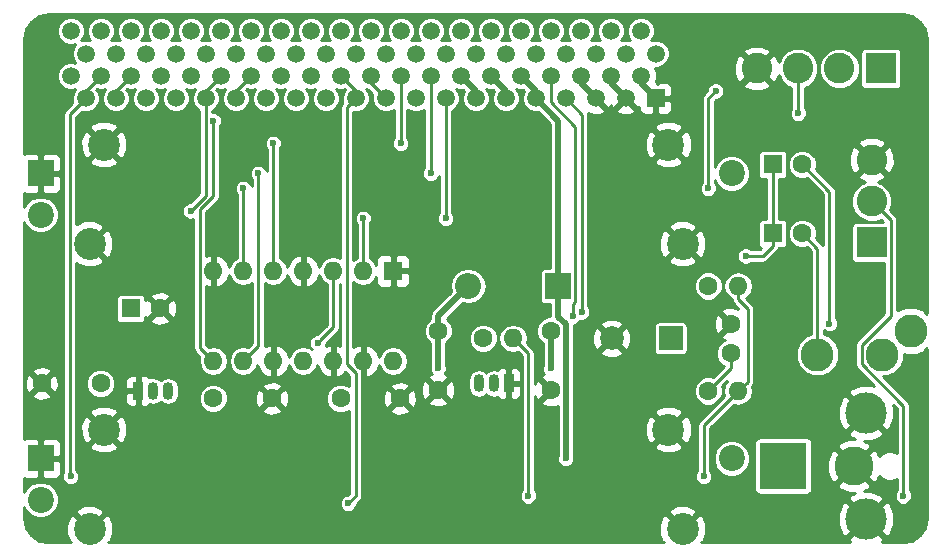
<source format=gbl>
G04 #@! TF.FileFunction,Copper,L2,Bot,Signal*
%FSLAX46Y46*%
G04 Gerber Fmt 4.6, Leading zero omitted, Abs format (unit mm)*
G04 Created by KiCad (PCBNEW 4.0.7) date Sunday, September 23, 2018 'PMt' 12:44:32 PM*
%MOMM*%
%LPD*%
G01*
G04 APERTURE LIST*
%ADD10C,0.100000*%
%ADD11R,2.000000X2.000000*%
%ADD12C,2.000000*%
%ADD13C,1.600000*%
%ADD14R,4.000000X4.000000*%
%ADD15C,3.300000*%
%ADD16C,3.500000*%
%ADD17R,1.600000X1.600000*%
%ADD18O,1.600000X1.600000*%
%ADD19O,0.900000X1.500000*%
%ADD20R,0.900000X1.500000*%
%ADD21R,2.200000X2.200000*%
%ADD22C,2.200000*%
%ADD23C,2.700000*%
%ADD24R,2.600000X2.600000*%
%ADD25C,2.600000*%
%ADD26O,2.200000X2.200000*%
%ADD27C,2.800000*%
%ADD28R,1.500000X1.500000*%
%ADD29C,1.500000*%
%ADD30C,0.600000*%
%ADD31C,0.508000*%
%ADD32C,0.250000*%
%ADD33C,0.254000*%
G04 APERTURE END LIST*
D10*
D11*
X173990000Y-111760000D03*
D12*
X168990000Y-111760000D03*
D13*
X146050000Y-116840000D03*
X151050000Y-116840000D03*
X163830000Y-111125000D03*
X163830000Y-116125000D03*
X154305000Y-111125000D03*
X154305000Y-116125000D03*
D14*
X183515000Y-122555000D03*
D15*
X189515000Y-122555000D03*
D16*
X190515000Y-127055000D03*
X190515000Y-118055000D03*
D17*
X150495000Y-106045000D03*
D18*
X135255000Y-113665000D03*
X147955000Y-106045000D03*
X137795000Y-113665000D03*
X145415000Y-106045000D03*
X140335000Y-113665000D03*
X142875000Y-106045000D03*
X142875000Y-113665000D03*
X140335000Y-106045000D03*
X145415000Y-113665000D03*
X137795000Y-106045000D03*
X147955000Y-113665000D03*
X135255000Y-106045000D03*
X150495000Y-113665000D03*
D19*
X159004000Y-115570000D03*
X157734000Y-115570000D03*
D20*
X160274000Y-115570000D03*
D21*
X120650000Y-97790000D03*
D22*
X120650000Y-101290000D03*
X179150000Y-97790000D03*
D23*
X126000000Y-95340000D03*
X173800000Y-95340000D03*
X124800000Y-103740000D03*
X175000000Y-103740000D03*
D21*
X120650000Y-121920000D03*
D22*
X120650000Y-125420000D03*
X179150000Y-121920000D03*
D23*
X126000000Y-119470000D03*
X173800000Y-119470000D03*
X124800000Y-127870000D03*
X175000000Y-127870000D03*
D13*
X135255000Y-116840000D03*
X140255000Y-116840000D03*
X125730000Y-115570000D03*
X120730000Y-115570000D03*
D24*
X191770000Y-88900000D03*
D25*
X188270000Y-88900000D03*
X184770000Y-88900000D03*
X181270000Y-88900000D03*
D24*
X191008000Y-103632000D03*
D25*
X191008000Y-100132000D03*
X191008000Y-96632000D03*
D19*
X130175000Y-116205000D03*
X131445000Y-116205000D03*
D20*
X128905000Y-116205000D03*
D21*
X164465000Y-107315000D03*
D26*
X156845000Y-107315000D03*
D27*
X194310000Y-111125000D03*
X191910000Y-113125000D03*
X186410000Y-113125000D03*
D17*
X128270000Y-109220000D03*
D13*
X130770000Y-109220000D03*
D28*
X172720000Y-91440000D03*
D29*
X172720000Y-87640000D03*
X171450000Y-89540000D03*
X171450000Y-85740000D03*
X170180000Y-91440000D03*
X170180000Y-87640000D03*
X168910000Y-89540000D03*
X168910000Y-85740000D03*
X167640000Y-91440000D03*
X167640000Y-87640000D03*
X166370000Y-89540000D03*
X166370000Y-85740000D03*
X165100000Y-91440000D03*
X165100000Y-87640000D03*
X163830000Y-89540000D03*
X163830000Y-85740000D03*
X162560000Y-91440000D03*
X162560000Y-87640000D03*
X161290000Y-89540000D03*
X161290000Y-85740000D03*
X160020000Y-91440000D03*
X160020000Y-87640000D03*
X158750000Y-89540000D03*
X158750000Y-85740000D03*
X157480000Y-91440000D03*
X157480000Y-87640000D03*
X156210000Y-89540000D03*
X156210000Y-85740000D03*
X154940000Y-91440000D03*
X154940000Y-87640000D03*
X153670000Y-89540000D03*
X153670000Y-85740000D03*
X152400000Y-91440000D03*
X152400000Y-87640000D03*
X151130000Y-89540000D03*
X151130000Y-85740000D03*
X149860000Y-91440000D03*
X149860000Y-87640000D03*
X148590000Y-89540000D03*
X148590000Y-85740000D03*
X147320000Y-91440000D03*
X147320000Y-87640000D03*
X146050000Y-89540000D03*
X146050000Y-85740000D03*
X144780000Y-91440000D03*
X144780000Y-87640000D03*
X143510000Y-89540000D03*
X143510000Y-85740000D03*
X142240000Y-91440000D03*
X142240000Y-87640000D03*
X140970000Y-89540000D03*
X140970000Y-85740000D03*
X139700000Y-91440000D03*
X139700000Y-87640000D03*
X138430000Y-89540000D03*
X138430000Y-85740000D03*
X137160000Y-91440000D03*
X137160000Y-87640000D03*
X135890000Y-89540000D03*
X135890000Y-85740000D03*
X134620000Y-91440000D03*
X134620000Y-87640000D03*
X133350000Y-89540000D03*
X133350000Y-85740000D03*
X132080000Y-91440000D03*
X132080000Y-87640000D03*
X130810000Y-89540000D03*
X130810000Y-85740000D03*
X129540000Y-91440000D03*
X129540000Y-87640000D03*
X128270000Y-89540000D03*
X128270000Y-85740000D03*
X127000000Y-91440000D03*
X127000000Y-87640000D03*
X125730000Y-89540000D03*
X125730000Y-85740000D03*
X124460000Y-91440000D03*
X124460000Y-87640000D03*
X123190000Y-89540000D03*
X123190000Y-85740000D03*
D17*
X182626000Y-97028000D03*
D13*
X185126000Y-97028000D03*
D17*
X182626000Y-102870000D03*
D13*
X185126000Y-102870000D03*
X179070000Y-113030000D03*
X179070000Y-110530000D03*
X177165000Y-107315000D03*
D18*
X179705000Y-107315000D03*
D13*
X158115000Y-111760000D03*
D18*
X160655000Y-111760000D03*
D13*
X177165000Y-116205000D03*
D18*
X179705000Y-116205000D03*
D30*
X154305000Y-114300000D03*
X165100000Y-121920000D03*
X164465000Y-97790000D03*
X176784000Y-123444000D03*
X123190000Y-123444000D03*
X133350000Y-100965000D03*
X146685000Y-125730000D03*
X144103074Y-112136185D03*
X163830000Y-114300000D03*
X166457026Y-109510473D03*
X165735000Y-109855000D03*
X151130000Y-95250000D03*
X140335000Y-95250000D03*
X153670000Y-97790000D03*
X139065000Y-97790000D03*
X154940000Y-101600000D03*
X147955000Y-101600000D03*
X161925000Y-125095000D03*
X193675000Y-125095000D03*
X137795000Y-99060000D03*
X177165000Y-99060000D03*
X177800000Y-90805000D03*
X135255000Y-93345000D03*
X184785000Y-92710000D03*
X180340000Y-104775000D03*
X187435969Y-110509196D03*
D31*
X171450000Y-89540000D02*
X171450000Y-90170000D01*
X171450000Y-90170000D02*
X172720000Y-91440000D01*
X168910000Y-89540000D02*
X168910000Y-90170000D01*
X168910000Y-90170000D02*
X170180000Y-91440000D01*
X166370000Y-89540000D02*
X166370000Y-90170000D01*
X166370000Y-90170000D02*
X167640000Y-91440000D01*
X154305000Y-114300000D02*
X154305000Y-111125000D01*
X154305000Y-111125000D02*
X154305000Y-109855000D01*
X154305000Y-109855000D02*
X156845000Y-107315000D01*
X164465000Y-107315000D02*
X164465000Y-109904078D01*
X164465000Y-109904078D02*
X165100000Y-110539078D01*
X165100000Y-110539078D02*
X165100000Y-121920000D01*
X157480000Y-91440000D02*
X157480000Y-90810000D01*
X157480000Y-90810000D02*
X156210000Y-89540000D01*
X160020000Y-91440000D02*
X160020000Y-90810000D01*
X160020000Y-90810000D02*
X158750000Y-89540000D01*
X162560000Y-91440000D02*
X162560000Y-90810000D01*
X162560000Y-90810000D02*
X161290000Y-89540000D01*
X164465000Y-97790000D02*
X164465000Y-93345000D01*
X164465000Y-93345000D02*
X162560000Y-91440000D01*
X164465000Y-107315000D02*
X164465000Y-97790000D01*
D32*
X179705000Y-107315000D02*
X179705000Y-108446370D01*
X179705000Y-108446370D02*
X180504999Y-109246369D01*
X180504999Y-109246369D02*
X180504999Y-115405001D01*
X180504999Y-115405001D02*
X179705000Y-116205000D01*
X176784000Y-123444000D02*
X176784000Y-119126000D01*
X176784000Y-119126000D02*
X179705000Y-116205000D01*
X124460000Y-91440000D02*
X123124999Y-92775001D01*
X123124999Y-92775001D02*
X123124999Y-123378999D01*
X123124999Y-123378999D02*
X123190000Y-123444000D01*
X124460000Y-91440000D02*
X124460000Y-90810000D01*
X124460000Y-90810000D02*
X125730000Y-89540000D01*
X127000000Y-91440000D02*
X127000000Y-90810000D01*
X127000000Y-90810000D02*
X128270000Y-89540000D01*
X137160000Y-91440000D02*
X137160000Y-90810000D01*
X137160000Y-90810000D02*
X138430000Y-89540000D01*
X134620000Y-91440000D02*
X134620000Y-90810000D01*
X134620000Y-90810000D02*
X135890000Y-89540000D01*
X133350000Y-100965000D02*
X134620000Y-99695000D01*
X134620000Y-99695000D02*
X134620000Y-91440000D01*
X148590000Y-89540000D02*
X148590000Y-90170000D01*
X148590000Y-90170000D02*
X149860000Y-91440000D01*
X147320000Y-91440000D02*
X147320000Y-90810000D01*
X147320000Y-90810000D02*
X146050000Y-89540000D01*
X146685000Y-125730000D02*
X147320000Y-125095000D01*
X147320000Y-125095000D02*
X147320000Y-114695002D01*
X147320000Y-114695002D02*
X146570001Y-113945003D01*
X146570001Y-113945003D02*
X146570001Y-92189999D01*
X146570001Y-92189999D02*
X147320000Y-91440000D01*
X144403073Y-111836186D02*
X144103074Y-112136185D01*
X145415000Y-110824259D02*
X144403073Y-111836186D01*
X145415000Y-106045000D02*
X145415000Y-110824259D01*
D31*
X163830000Y-111125000D02*
X163830000Y-114300000D01*
D32*
X166457026Y-92797026D02*
X166457026Y-109510473D01*
X165100000Y-91440000D02*
X166457026Y-92797026D01*
X165735000Y-109855000D02*
X165735000Y-108830002D01*
X165735000Y-108830002D02*
X165890001Y-108675001D01*
X165890001Y-108675001D02*
X165890001Y-93821003D01*
X165890001Y-93821003D02*
X163830000Y-91761002D01*
X163830000Y-91761002D02*
X163830000Y-89540000D01*
X151130000Y-95250000D02*
X151130000Y-89540000D01*
X140335000Y-106045000D02*
X140335000Y-95250000D01*
X153670000Y-97790000D02*
X153670000Y-89540000D01*
X137795000Y-113665000D02*
X139065000Y-112395000D01*
X139065000Y-112395000D02*
X139065000Y-97790000D01*
X154940000Y-101600000D02*
X154940000Y-91440000D01*
X147955000Y-106045000D02*
X147955000Y-101600000D01*
X161925000Y-125095000D02*
X161925000Y-113030000D01*
X161925000Y-113030000D02*
X160655000Y-111760000D01*
X191008000Y-100132000D02*
X192633001Y-101757001D01*
X192633001Y-101757001D02*
X192633001Y-109848997D01*
X192633001Y-109848997D02*
X190184999Y-112296999D01*
X190184999Y-112296999D02*
X190184999Y-113953001D01*
X190184999Y-113953001D02*
X193675000Y-117443002D01*
X193675000Y-117443002D02*
X193675000Y-125095000D01*
X137795000Y-99060000D02*
X137795000Y-106045000D01*
X177800000Y-90805000D02*
X177165000Y-91440000D01*
X177165000Y-91440000D02*
X177165000Y-99060000D01*
X134129999Y-112539999D02*
X135255000Y-113665000D01*
X134129999Y-100821411D02*
X134129999Y-112539999D01*
X135255000Y-99696410D02*
X134129999Y-100821411D01*
X135255000Y-93345000D02*
X135255000Y-99696410D01*
X184770000Y-88900000D02*
X184770000Y-92695000D01*
X184770000Y-92695000D02*
X184785000Y-92710000D01*
X182626000Y-102870000D02*
X182626000Y-103920000D01*
X182626000Y-103920000D02*
X181771000Y-104775000D01*
X181771000Y-104775000D02*
X180340000Y-104775000D01*
X182626000Y-97028000D02*
X182626000Y-102870000D01*
X187435969Y-110084932D02*
X187435969Y-110509196D01*
X187435969Y-99337969D02*
X187435969Y-110084932D01*
X185126000Y-97028000D02*
X187435969Y-99337969D01*
X177165000Y-116205000D02*
X179070000Y-114300000D01*
X179070000Y-114300000D02*
X179070000Y-113030000D01*
X186410000Y-113125000D02*
X186410000Y-104154000D01*
X186410000Y-104154000D02*
X185126000Y-102870000D01*
D33*
G36*
X194449272Y-84490741D02*
X195105668Y-84929332D01*
X195544259Y-85585728D01*
X195708200Y-86409916D01*
X195708200Y-109592412D01*
X195685590Y-109569802D01*
X195572117Y-109683275D01*
X195424545Y-109374894D01*
X194669969Y-109081595D01*
X193860591Y-109099386D01*
X193195455Y-109374894D01*
X193189801Y-109386709D01*
X193189801Y-101757001D01*
X193147417Y-101543923D01*
X193026718Y-101363284D01*
X192564021Y-100900587D01*
X192739499Y-100477988D01*
X192740100Y-99789035D01*
X192477005Y-99152296D01*
X191990267Y-98664707D01*
X191585982Y-98496833D01*
X192062496Y-98299455D01*
X192197854Y-98001459D01*
X191008000Y-96811605D01*
X189818146Y-98001459D01*
X189953504Y-98299455D01*
X190447644Y-98489724D01*
X190028296Y-98662995D01*
X189540707Y-99149733D01*
X189276501Y-99786012D01*
X189275900Y-100474965D01*
X189538995Y-101111704D01*
X190025733Y-101599293D01*
X190662012Y-101863499D01*
X191350965Y-101864100D01*
X191776740Y-101688174D01*
X191980307Y-101891741D01*
X189708000Y-101891741D01*
X189547985Y-101921850D01*
X189401020Y-102016419D01*
X189302427Y-102160715D01*
X189267741Y-102332000D01*
X189267741Y-104932000D01*
X189297850Y-105092015D01*
X189392419Y-105238980D01*
X189536715Y-105337573D01*
X189708000Y-105372259D01*
X192076201Y-105372259D01*
X192076201Y-109618363D01*
X189791282Y-111903282D01*
X189670583Y-112083921D01*
X189628199Y-112296999D01*
X189628199Y-113953001D01*
X189670583Y-114166079D01*
X189791282Y-114346718D01*
X191208360Y-115763796D01*
X190958409Y-115664044D01*
X190009677Y-115676359D01*
X189190364Y-116015729D01*
X189000077Y-116360472D01*
X190515000Y-117875395D01*
X190529143Y-117861253D01*
X190708748Y-118040858D01*
X190694605Y-118055000D01*
X192209528Y-119569923D01*
X192554271Y-119379636D01*
X192905956Y-118498409D01*
X192893641Y-117549677D01*
X192822506Y-117377942D01*
X193118200Y-117673636D01*
X193118200Y-121471698D01*
X192761095Y-121323415D01*
X192271055Y-121322987D01*
X191818153Y-121510122D01*
X191637419Y-121690541D01*
X191471666Y-121290379D01*
X191137314Y-121112291D01*
X189694605Y-122555000D01*
X191137314Y-123997709D01*
X191471666Y-123819621D01*
X191632333Y-123414341D01*
X191816331Y-123598660D01*
X192268905Y-123786585D01*
X192758945Y-123787013D01*
X193118200Y-123638572D01*
X193118200Y-124616809D01*
X193054972Y-124679927D01*
X192943327Y-124948797D01*
X192943073Y-125239925D01*
X193054248Y-125508990D01*
X193259927Y-125715028D01*
X193528797Y-125826673D01*
X193819925Y-125826927D01*
X194088990Y-125715752D01*
X194295028Y-125510073D01*
X194406673Y-125241203D01*
X194406927Y-124950075D01*
X194295752Y-124681010D01*
X194231800Y-124616946D01*
X194231800Y-117443002D01*
X194189416Y-117229924D01*
X194068717Y-117049285D01*
X191976290Y-114956858D01*
X192272769Y-114957117D01*
X192946276Y-114678830D01*
X193462019Y-114163986D01*
X193741481Y-113490966D01*
X193741833Y-113087480D01*
X193950031Y-113168405D01*
X194759409Y-113150614D01*
X195424545Y-112875106D01*
X195572117Y-112566725D01*
X195685590Y-112680198D01*
X195708200Y-112657588D01*
X195708200Y-126950084D01*
X195544259Y-127774272D01*
X195105668Y-128430668D01*
X194449272Y-128869259D01*
X193625084Y-129033200D01*
X191873345Y-129033200D01*
X192029923Y-128749528D01*
X190515000Y-127234605D01*
X189000077Y-128749528D01*
X189156655Y-129033200D01*
X176540160Y-129033200D01*
X176708782Y-128954522D01*
X176993737Y-128218045D01*
X176975164Y-127428582D01*
X176708782Y-126785478D01*
X176405593Y-126644012D01*
X175179605Y-127870000D01*
X175193748Y-127884143D01*
X175014143Y-128063748D01*
X175000000Y-128049605D01*
X174985858Y-128063748D01*
X174806253Y-127884143D01*
X174820395Y-127870000D01*
X173594407Y-126644012D01*
X173291218Y-126785478D01*
X173006263Y-127521955D01*
X173024836Y-128311418D01*
X173291218Y-128954522D01*
X173459840Y-129033200D01*
X126340160Y-129033200D01*
X126508782Y-128954522D01*
X126793737Y-128218045D01*
X126775164Y-127428582D01*
X126508782Y-126785478D01*
X126205593Y-126644012D01*
X124979605Y-127870000D01*
X124993748Y-127884143D01*
X124814143Y-128063748D01*
X124800000Y-128049605D01*
X124785858Y-128063748D01*
X124606253Y-127884143D01*
X124620395Y-127870000D01*
X123394407Y-126644012D01*
X123091218Y-126785478D01*
X122806263Y-127521955D01*
X122824836Y-128311418D01*
X123091218Y-128954522D01*
X123259840Y-129033200D01*
X121334916Y-129033200D01*
X120510728Y-128869259D01*
X119854332Y-128430668D01*
X119415741Y-127774272D01*
X119251800Y-126950084D01*
X119251800Y-126047337D01*
X119350646Y-126286562D01*
X119781172Y-126717840D01*
X120343969Y-126951534D01*
X120953357Y-126952066D01*
X121516562Y-126719354D01*
X121771954Y-126464407D01*
X123574012Y-126464407D01*
X124800000Y-127690395D01*
X126025988Y-126464407D01*
X173774012Y-126464407D01*
X175000000Y-127690395D01*
X176078804Y-126611591D01*
X188124044Y-126611591D01*
X188136359Y-127560323D01*
X188475729Y-128379636D01*
X188820472Y-128569923D01*
X190335395Y-127055000D01*
X190694605Y-127055000D01*
X192209528Y-128569923D01*
X192554271Y-128379636D01*
X192905956Y-127498409D01*
X192893641Y-126549677D01*
X192554271Y-125730364D01*
X192209528Y-125540077D01*
X190694605Y-127055000D01*
X190335395Y-127055000D01*
X188820472Y-125540077D01*
X188475729Y-125730364D01*
X188124044Y-126611591D01*
X176078804Y-126611591D01*
X176225988Y-126464407D01*
X176084522Y-126161218D01*
X175348045Y-125876263D01*
X174558582Y-125894836D01*
X173915478Y-126161218D01*
X173774012Y-126464407D01*
X126025988Y-126464407D01*
X125884522Y-126161218D01*
X125148045Y-125876263D01*
X124358582Y-125894836D01*
X123715478Y-126161218D01*
X123574012Y-126464407D01*
X121771954Y-126464407D01*
X121947840Y-126288828D01*
X122181534Y-125726031D01*
X122182066Y-125116643D01*
X121949354Y-124553438D01*
X121518828Y-124122160D01*
X120956031Y-123888466D01*
X120346643Y-123887934D01*
X119783438Y-124120646D01*
X119352160Y-124551172D01*
X119251800Y-124792865D01*
X119251800Y-123583800D01*
X119423691Y-123655000D01*
X120364250Y-123655000D01*
X120523000Y-123496250D01*
X120523000Y-122047000D01*
X120777000Y-122047000D01*
X120777000Y-123496250D01*
X120935750Y-123655000D01*
X121876309Y-123655000D01*
X122109698Y-123558327D01*
X122288327Y-123379699D01*
X122385000Y-123146310D01*
X122385000Y-122205750D01*
X122226250Y-122047000D01*
X120777000Y-122047000D01*
X120523000Y-122047000D01*
X120503000Y-122047000D01*
X120503000Y-121793000D01*
X120523000Y-121793000D01*
X120523000Y-120343750D01*
X120777000Y-120343750D01*
X120777000Y-121793000D01*
X122226250Y-121793000D01*
X122385000Y-121634250D01*
X122385000Y-120693690D01*
X122288327Y-120460301D01*
X122109698Y-120281673D01*
X121876309Y-120185000D01*
X120935750Y-120185000D01*
X120777000Y-120343750D01*
X120523000Y-120343750D01*
X120364250Y-120185000D01*
X119423691Y-120185000D01*
X119251800Y-120256200D01*
X119251800Y-116577745D01*
X119901861Y-116577745D01*
X119975995Y-116823864D01*
X120513223Y-117016965D01*
X121083454Y-116989778D01*
X121484005Y-116823864D01*
X121558139Y-116577745D01*
X120730000Y-115749605D01*
X119901861Y-116577745D01*
X119251800Y-116577745D01*
X119251800Y-115353223D01*
X119283035Y-115353223D01*
X119310222Y-115923454D01*
X119476136Y-116324005D01*
X119722255Y-116398139D01*
X120550395Y-115570000D01*
X120909605Y-115570000D01*
X121737745Y-116398139D01*
X121983864Y-116324005D01*
X122176965Y-115786777D01*
X122149778Y-115216546D01*
X121983864Y-114815995D01*
X121737745Y-114741861D01*
X120909605Y-115570000D01*
X120550395Y-115570000D01*
X119722255Y-114741861D01*
X119476136Y-114815995D01*
X119283035Y-115353223D01*
X119251800Y-115353223D01*
X119251800Y-114562255D01*
X119901861Y-114562255D01*
X120730000Y-115390395D01*
X121558139Y-114562255D01*
X121484005Y-114316136D01*
X120946777Y-114123035D01*
X120376546Y-114150222D01*
X119975995Y-114316136D01*
X119901861Y-114562255D01*
X119251800Y-114562255D01*
X119251800Y-101917337D01*
X119350646Y-102156562D01*
X119781172Y-102587840D01*
X120343969Y-102821534D01*
X120953357Y-102822066D01*
X121516562Y-102589354D01*
X121947840Y-102158828D01*
X122181534Y-101596031D01*
X122182066Y-100986643D01*
X121949354Y-100423438D01*
X121518828Y-99992160D01*
X120956031Y-99758466D01*
X120346643Y-99757934D01*
X119783438Y-99990646D01*
X119352160Y-100421172D01*
X119251800Y-100662865D01*
X119251800Y-99453800D01*
X119423691Y-99525000D01*
X120364250Y-99525000D01*
X120523000Y-99366250D01*
X120523000Y-97917000D01*
X120777000Y-97917000D01*
X120777000Y-99366250D01*
X120935750Y-99525000D01*
X121876309Y-99525000D01*
X122109698Y-99428327D01*
X122288327Y-99249699D01*
X122385000Y-99016310D01*
X122385000Y-98075750D01*
X122226250Y-97917000D01*
X120777000Y-97917000D01*
X120523000Y-97917000D01*
X120503000Y-97917000D01*
X120503000Y-97663000D01*
X120523000Y-97663000D01*
X120523000Y-96213750D01*
X120777000Y-96213750D01*
X120777000Y-97663000D01*
X122226250Y-97663000D01*
X122385000Y-97504250D01*
X122385000Y-96563690D01*
X122288327Y-96330301D01*
X122109698Y-96151673D01*
X121876309Y-96055000D01*
X120935750Y-96055000D01*
X120777000Y-96213750D01*
X120523000Y-96213750D01*
X120364250Y-96055000D01*
X119423691Y-96055000D01*
X119251800Y-96126200D01*
X119251800Y-86409916D01*
X119338500Y-85974043D01*
X122007995Y-85974043D01*
X122187534Y-86408561D01*
X122519690Y-86741297D01*
X122953894Y-86921595D01*
X123424043Y-86922005D01*
X123564685Y-86863893D01*
X123458703Y-86969690D01*
X123278405Y-87403894D01*
X123277995Y-87874043D01*
X123457534Y-88308561D01*
X123564769Y-88415983D01*
X123426106Y-88358405D01*
X122955957Y-88357995D01*
X122521439Y-88537534D01*
X122188703Y-88869690D01*
X122008405Y-89303894D01*
X122007995Y-89774043D01*
X122187534Y-90208561D01*
X122519690Y-90541297D01*
X122953894Y-90721595D01*
X123424043Y-90722005D01*
X123564685Y-90663893D01*
X123458703Y-90769690D01*
X123278405Y-91203894D01*
X123277995Y-91674043D01*
X123324930Y-91787636D01*
X122731282Y-92381284D01*
X122610583Y-92561923D01*
X122568199Y-92775001D01*
X122568199Y-123033197D01*
X122458327Y-123297797D01*
X122458073Y-123588925D01*
X122569248Y-123857990D01*
X122774927Y-124064028D01*
X123043797Y-124175673D01*
X123334925Y-124175927D01*
X123603990Y-124064752D01*
X123810028Y-123859073D01*
X123921673Y-123590203D01*
X123921927Y-123299075D01*
X123810752Y-123030010D01*
X123681799Y-122900832D01*
X123681799Y-120875593D01*
X124774012Y-120875593D01*
X124915478Y-121178782D01*
X125651955Y-121463737D01*
X126441418Y-121445164D01*
X127084522Y-121178782D01*
X127225988Y-120875593D01*
X126000000Y-119649605D01*
X124774012Y-120875593D01*
X123681799Y-120875593D01*
X123681799Y-119121955D01*
X124006263Y-119121955D01*
X124024836Y-119911418D01*
X124291218Y-120554522D01*
X124594407Y-120695988D01*
X125820395Y-119470000D01*
X126179605Y-119470000D01*
X127405593Y-120695988D01*
X127708782Y-120554522D01*
X127993737Y-119818045D01*
X127975164Y-119028582D01*
X127708782Y-118385478D01*
X127405593Y-118244012D01*
X126179605Y-119470000D01*
X125820395Y-119470000D01*
X124594407Y-118244012D01*
X124291218Y-118385478D01*
X124006263Y-119121955D01*
X123681799Y-119121955D01*
X123681799Y-118064407D01*
X124774012Y-118064407D01*
X126000000Y-119290395D01*
X127225988Y-118064407D01*
X127084522Y-117761218D01*
X126348045Y-117476263D01*
X125558582Y-117494836D01*
X124915478Y-117761218D01*
X124774012Y-118064407D01*
X123681799Y-118064407D01*
X123681799Y-115813945D01*
X124497987Y-115813945D01*
X124685122Y-116266847D01*
X125031331Y-116613660D01*
X125483905Y-116801585D01*
X125973945Y-116802013D01*
X126426847Y-116614878D01*
X126551191Y-116490750D01*
X127820000Y-116490750D01*
X127820000Y-117081310D01*
X127916673Y-117314699D01*
X128095302Y-117493327D01*
X128328691Y-117590000D01*
X128619250Y-117590000D01*
X128778000Y-117431250D01*
X128778000Y-116332000D01*
X127978750Y-116332000D01*
X127820000Y-116490750D01*
X126551191Y-116490750D01*
X126773660Y-116268669D01*
X126961585Y-115816095D01*
X126962010Y-115328690D01*
X127820000Y-115328690D01*
X127820000Y-115919250D01*
X127978750Y-116078000D01*
X128778000Y-116078000D01*
X128778000Y-114978750D01*
X129032000Y-114978750D01*
X129032000Y-116078000D01*
X129052000Y-116078000D01*
X129052000Y-116332000D01*
X129032000Y-116332000D01*
X129032000Y-117431250D01*
X129190750Y-117590000D01*
X129481309Y-117590000D01*
X129714698Y-117493327D01*
X129860609Y-117347417D01*
X130175000Y-117409953D01*
X130512450Y-117342830D01*
X130798527Y-117151680D01*
X130810000Y-117134509D01*
X130821473Y-117151680D01*
X131107550Y-117342830D01*
X131445000Y-117409953D01*
X131782450Y-117342830D01*
X132068527Y-117151680D01*
X132113785Y-117083945D01*
X134022987Y-117083945D01*
X134210122Y-117536847D01*
X134556331Y-117883660D01*
X135008905Y-118071585D01*
X135498945Y-118072013D01*
X135951847Y-117884878D01*
X135989044Y-117847745D01*
X139426861Y-117847745D01*
X139500995Y-118093864D01*
X140038223Y-118286965D01*
X140608454Y-118259778D01*
X141009005Y-118093864D01*
X141083139Y-117847745D01*
X140255000Y-117019605D01*
X139426861Y-117847745D01*
X135989044Y-117847745D01*
X136298660Y-117538669D01*
X136486585Y-117086095D01*
X136486989Y-116623223D01*
X138808035Y-116623223D01*
X138835222Y-117193454D01*
X139001136Y-117594005D01*
X139247255Y-117668139D01*
X140075395Y-116840000D01*
X140434605Y-116840000D01*
X141262745Y-117668139D01*
X141508864Y-117594005D01*
X141701965Y-117056777D01*
X141674778Y-116486546D01*
X141508864Y-116085995D01*
X141262745Y-116011861D01*
X140434605Y-116840000D01*
X140075395Y-116840000D01*
X139247255Y-116011861D01*
X139001136Y-116085995D01*
X138808035Y-116623223D01*
X136486989Y-116623223D01*
X136487013Y-116596055D01*
X136299878Y-116143153D01*
X135989522Y-115832255D01*
X139426861Y-115832255D01*
X140255000Y-116660395D01*
X141083139Y-115832255D01*
X141009005Y-115586136D01*
X140471777Y-115393035D01*
X139901546Y-115420222D01*
X139500995Y-115586136D01*
X139426861Y-115832255D01*
X135989522Y-115832255D01*
X135953669Y-115796340D01*
X135501095Y-115608415D01*
X135011055Y-115607987D01*
X134558153Y-115795122D01*
X134211340Y-116141331D01*
X134023415Y-116593905D01*
X134022987Y-117083945D01*
X132113785Y-117083945D01*
X132259677Y-116865603D01*
X132326800Y-116528153D01*
X132326800Y-115881847D01*
X132259677Y-115544397D01*
X132068527Y-115258320D01*
X131782450Y-115067170D01*
X131445000Y-115000047D01*
X131107550Y-115067170D01*
X130821473Y-115258320D01*
X130810000Y-115275491D01*
X130798527Y-115258320D01*
X130512450Y-115067170D01*
X130175000Y-115000047D01*
X129860609Y-115062583D01*
X129714698Y-114916673D01*
X129481309Y-114820000D01*
X129190750Y-114820000D01*
X129032000Y-114978750D01*
X128778000Y-114978750D01*
X128619250Y-114820000D01*
X128328691Y-114820000D01*
X128095302Y-114916673D01*
X127916673Y-115095301D01*
X127820000Y-115328690D01*
X126962010Y-115328690D01*
X126962013Y-115326055D01*
X126774878Y-114873153D01*
X126428669Y-114526340D01*
X125976095Y-114338415D01*
X125486055Y-114337987D01*
X125033153Y-114525122D01*
X124686340Y-114871331D01*
X124498415Y-115323905D01*
X124497987Y-115813945D01*
X123681799Y-115813945D01*
X123681799Y-108420000D01*
X127029741Y-108420000D01*
X127029741Y-110020000D01*
X127059850Y-110180015D01*
X127154419Y-110326980D01*
X127298715Y-110425573D01*
X127470000Y-110460259D01*
X129070000Y-110460259D01*
X129230015Y-110430150D01*
X129376980Y-110335581D01*
X129450661Y-110227745D01*
X129941861Y-110227745D01*
X130015995Y-110473864D01*
X130553223Y-110666965D01*
X131123454Y-110639778D01*
X131524005Y-110473864D01*
X131598139Y-110227745D01*
X130770000Y-109399605D01*
X129941861Y-110227745D01*
X129450661Y-110227745D01*
X129475573Y-110191285D01*
X129510259Y-110020000D01*
X129510259Y-109959817D01*
X129516136Y-109974005D01*
X129762255Y-110048139D01*
X130590395Y-109220000D01*
X130949605Y-109220000D01*
X131777745Y-110048139D01*
X132023864Y-109974005D01*
X132216965Y-109436777D01*
X132189778Y-108866546D01*
X132023864Y-108465995D01*
X131777745Y-108391861D01*
X130949605Y-109220000D01*
X130590395Y-109220000D01*
X129762255Y-108391861D01*
X129516136Y-108465995D01*
X129510259Y-108482345D01*
X129510259Y-108420000D01*
X129480150Y-108259985D01*
X129449437Y-108212255D01*
X129941861Y-108212255D01*
X130770000Y-109040395D01*
X131598139Y-108212255D01*
X131524005Y-107966136D01*
X130986777Y-107773035D01*
X130416546Y-107800222D01*
X130015995Y-107966136D01*
X129941861Y-108212255D01*
X129449437Y-108212255D01*
X129385581Y-108113020D01*
X129241285Y-108014427D01*
X129070000Y-107979741D01*
X127470000Y-107979741D01*
X127309985Y-108009850D01*
X127163020Y-108104419D01*
X127064427Y-108248715D01*
X127029741Y-108420000D01*
X123681799Y-108420000D01*
X123681799Y-105376601D01*
X123715478Y-105448782D01*
X124451955Y-105733737D01*
X125241418Y-105715164D01*
X125884522Y-105448782D01*
X126025988Y-105145593D01*
X124800000Y-103919605D01*
X124785858Y-103933748D01*
X124606253Y-103754143D01*
X124620395Y-103740000D01*
X124979605Y-103740000D01*
X126205593Y-104965988D01*
X126508782Y-104824522D01*
X126793737Y-104088045D01*
X126775164Y-103298582D01*
X126508782Y-102655478D01*
X126205593Y-102514012D01*
X124979605Y-103740000D01*
X124620395Y-103740000D01*
X124606253Y-103725858D01*
X124785858Y-103546253D01*
X124800000Y-103560395D01*
X126025988Y-102334407D01*
X125884522Y-102031218D01*
X125148045Y-101746263D01*
X124358582Y-101764836D01*
X123715478Y-102031218D01*
X123681799Y-102103399D01*
X123681799Y-96745593D01*
X124774012Y-96745593D01*
X124915478Y-97048782D01*
X125651955Y-97333737D01*
X126441418Y-97315164D01*
X127084522Y-97048782D01*
X127225988Y-96745593D01*
X126000000Y-95519605D01*
X124774012Y-96745593D01*
X123681799Y-96745593D01*
X123681799Y-94991955D01*
X124006263Y-94991955D01*
X124024836Y-95781418D01*
X124291218Y-96424522D01*
X124594407Y-96565988D01*
X125820395Y-95340000D01*
X126179605Y-95340000D01*
X127405593Y-96565988D01*
X127708782Y-96424522D01*
X127993737Y-95688045D01*
X127975164Y-94898582D01*
X127708782Y-94255478D01*
X127405593Y-94114012D01*
X126179605Y-95340000D01*
X125820395Y-95340000D01*
X124594407Y-94114012D01*
X124291218Y-94255478D01*
X124006263Y-94991955D01*
X123681799Y-94991955D01*
X123681799Y-93934407D01*
X124774012Y-93934407D01*
X126000000Y-95160395D01*
X127225988Y-93934407D01*
X127084522Y-93631218D01*
X126348045Y-93346263D01*
X125558582Y-93364836D01*
X124915478Y-93631218D01*
X124774012Y-93934407D01*
X123681799Y-93934407D01*
X123681799Y-93005635D01*
X124112213Y-92575221D01*
X124223894Y-92621595D01*
X124694043Y-92622005D01*
X125128561Y-92442466D01*
X125461297Y-92110310D01*
X125641595Y-91676106D01*
X125642005Y-91205957D01*
X125462466Y-90771439D01*
X125374307Y-90683127D01*
X125382213Y-90675221D01*
X125493894Y-90721595D01*
X125964043Y-90722005D01*
X126104685Y-90663893D01*
X125998703Y-90769690D01*
X125818405Y-91203894D01*
X125817995Y-91674043D01*
X125997534Y-92108561D01*
X126329690Y-92441297D01*
X126763894Y-92621595D01*
X127234043Y-92622005D01*
X127668561Y-92442466D01*
X128001297Y-92110310D01*
X128181595Y-91676106D01*
X128182005Y-91205957D01*
X128002466Y-90771439D01*
X127914307Y-90683127D01*
X127922213Y-90675221D01*
X128033894Y-90721595D01*
X128504043Y-90722005D01*
X128644685Y-90663893D01*
X128538703Y-90769690D01*
X128358405Y-91203894D01*
X128357995Y-91674043D01*
X128537534Y-92108561D01*
X128869690Y-92441297D01*
X129303894Y-92621595D01*
X129774043Y-92622005D01*
X130208561Y-92442466D01*
X130541297Y-92110310D01*
X130721595Y-91676106D01*
X130722005Y-91205957D01*
X130542466Y-90771439D01*
X130435231Y-90664017D01*
X130573894Y-90721595D01*
X131044043Y-90722005D01*
X131184685Y-90663893D01*
X131078703Y-90769690D01*
X130898405Y-91203894D01*
X130897995Y-91674043D01*
X131077534Y-92108561D01*
X131409690Y-92441297D01*
X131843894Y-92621595D01*
X132314043Y-92622005D01*
X132748561Y-92442466D01*
X133081297Y-92110310D01*
X133261595Y-91676106D01*
X133262005Y-91205957D01*
X133082466Y-90771439D01*
X132975231Y-90664017D01*
X133113894Y-90721595D01*
X133584043Y-90722005D01*
X133724685Y-90663893D01*
X133618703Y-90769690D01*
X133438405Y-91203894D01*
X133437995Y-91674043D01*
X133617534Y-92108561D01*
X133949690Y-92441297D01*
X134063200Y-92488431D01*
X134063200Y-99464366D01*
X133294415Y-100233151D01*
X133205075Y-100233073D01*
X132936010Y-100344248D01*
X132729972Y-100549927D01*
X132618327Y-100818797D01*
X132618073Y-101109925D01*
X132729248Y-101378990D01*
X132934927Y-101585028D01*
X133203797Y-101696673D01*
X133494925Y-101696927D01*
X133573199Y-101664585D01*
X133573199Y-112539999D01*
X133615583Y-112753077D01*
X133736282Y-112933716D01*
X134092921Y-113290355D01*
X134023200Y-113640868D01*
X134023200Y-113689132D01*
X134116965Y-114160521D01*
X134383986Y-114560146D01*
X134783611Y-114827167D01*
X135255000Y-114920932D01*
X135726389Y-114827167D01*
X136126014Y-114560146D01*
X136393035Y-114160521D01*
X136486800Y-113689132D01*
X136486800Y-113640868D01*
X136393035Y-113169479D01*
X136126014Y-112769854D01*
X135726389Y-112502833D01*
X135255000Y-112409068D01*
X134864231Y-112486797D01*
X134686799Y-112309365D01*
X134686799Y-107346130D01*
X134905961Y-107436904D01*
X135128000Y-107314915D01*
X135128000Y-106172000D01*
X135108000Y-106172000D01*
X135108000Y-105918000D01*
X135128000Y-105918000D01*
X135128000Y-104775085D01*
X135382000Y-104775085D01*
X135382000Y-105918000D01*
X135402000Y-105918000D01*
X135402000Y-106172000D01*
X135382000Y-106172000D01*
X135382000Y-107314915D01*
X135604039Y-107436904D01*
X135992423Y-107276041D01*
X136407389Y-106900134D01*
X136633476Y-106422434D01*
X136656965Y-106540521D01*
X136923986Y-106940146D01*
X137323611Y-107207167D01*
X137795000Y-107300932D01*
X138266389Y-107207167D01*
X138508200Y-107045594D01*
X138508200Y-112164366D01*
X138185769Y-112486797D01*
X137795000Y-112409068D01*
X137323611Y-112502833D01*
X136923986Y-112769854D01*
X136656965Y-113169479D01*
X136563200Y-113640868D01*
X136563200Y-113689132D01*
X136656965Y-114160521D01*
X136923986Y-114560146D01*
X137323611Y-114827167D01*
X137795000Y-114920932D01*
X138266389Y-114827167D01*
X138666014Y-114560146D01*
X138933035Y-114160521D01*
X138956524Y-114042434D01*
X139182611Y-114520134D01*
X139597577Y-114896041D01*
X139985961Y-115056904D01*
X140208000Y-114934915D01*
X140208000Y-113792000D01*
X140188000Y-113792000D01*
X140188000Y-113538000D01*
X140208000Y-113538000D01*
X140208000Y-112395085D01*
X139985961Y-112273096D01*
X139615530Y-112426523D01*
X139621800Y-112395000D01*
X139621800Y-107045594D01*
X139863611Y-107207167D01*
X140335000Y-107300932D01*
X140806389Y-107207167D01*
X141206014Y-106940146D01*
X141473035Y-106540521D01*
X141496524Y-106422434D01*
X141722611Y-106900134D01*
X142137577Y-107276041D01*
X142525961Y-107436904D01*
X142748000Y-107314915D01*
X142748000Y-106172000D01*
X142728000Y-106172000D01*
X142728000Y-105918000D01*
X142748000Y-105918000D01*
X142748000Y-104775085D01*
X142525961Y-104653096D01*
X142137577Y-104813959D01*
X141722611Y-105189866D01*
X141496524Y-105667566D01*
X141473035Y-105549479D01*
X141206014Y-105149854D01*
X140891800Y-104939903D01*
X140891800Y-95728191D01*
X140955028Y-95665073D01*
X141066673Y-95396203D01*
X141066927Y-95105075D01*
X140955752Y-94836010D01*
X140750073Y-94629972D01*
X140481203Y-94518327D01*
X140190075Y-94518073D01*
X139921010Y-94629248D01*
X139714972Y-94834927D01*
X139603327Y-95103797D01*
X139603073Y-95394925D01*
X139714248Y-95663990D01*
X139778200Y-95728054D01*
X139778200Y-97599752D01*
X139685752Y-97376010D01*
X139480073Y-97169972D01*
X139211203Y-97058327D01*
X138920075Y-97058073D01*
X138651010Y-97169248D01*
X138444972Y-97374927D01*
X138333327Y-97643797D01*
X138333073Y-97934925D01*
X138444248Y-98203990D01*
X138508200Y-98268054D01*
X138508200Y-98869752D01*
X138415752Y-98646010D01*
X138210073Y-98439972D01*
X137941203Y-98328327D01*
X137650075Y-98328073D01*
X137381010Y-98439248D01*
X137174972Y-98644927D01*
X137063327Y-98913797D01*
X137063073Y-99204925D01*
X137174248Y-99473990D01*
X137238200Y-99538054D01*
X137238200Y-104939903D01*
X136923986Y-105149854D01*
X136656965Y-105549479D01*
X136633476Y-105667566D01*
X136407389Y-105189866D01*
X135992423Y-104813959D01*
X135604039Y-104653096D01*
X135382000Y-104775085D01*
X135128000Y-104775085D01*
X134905961Y-104653096D01*
X134686799Y-104743870D01*
X134686799Y-101052045D01*
X135648717Y-100090127D01*
X135769416Y-99909488D01*
X135811800Y-99696410D01*
X135811800Y-93823191D01*
X135875028Y-93760073D01*
X135986673Y-93491203D01*
X135986927Y-93200075D01*
X135875752Y-92931010D01*
X135670073Y-92724972D01*
X135401203Y-92613327D01*
X135176800Y-92613131D01*
X135176800Y-92488645D01*
X135288561Y-92442466D01*
X135621297Y-92110310D01*
X135801595Y-91676106D01*
X135802005Y-91205957D01*
X135622466Y-90771439D01*
X135534307Y-90683127D01*
X135542213Y-90675221D01*
X135653894Y-90721595D01*
X136124043Y-90722005D01*
X136264685Y-90663893D01*
X136158703Y-90769690D01*
X135978405Y-91203894D01*
X135977995Y-91674043D01*
X136157534Y-92108561D01*
X136489690Y-92441297D01*
X136923894Y-92621595D01*
X137394043Y-92622005D01*
X137828561Y-92442466D01*
X138161297Y-92110310D01*
X138341595Y-91676106D01*
X138342005Y-91205957D01*
X138162466Y-90771439D01*
X138074307Y-90683127D01*
X138082213Y-90675221D01*
X138193894Y-90721595D01*
X138664043Y-90722005D01*
X138804685Y-90663893D01*
X138698703Y-90769690D01*
X138518405Y-91203894D01*
X138517995Y-91674043D01*
X138697534Y-92108561D01*
X139029690Y-92441297D01*
X139463894Y-92621595D01*
X139934043Y-92622005D01*
X140368561Y-92442466D01*
X140701297Y-92110310D01*
X140881595Y-91676106D01*
X140882005Y-91205957D01*
X140702466Y-90771439D01*
X140595231Y-90664017D01*
X140733894Y-90721595D01*
X141204043Y-90722005D01*
X141344685Y-90663893D01*
X141238703Y-90769690D01*
X141058405Y-91203894D01*
X141057995Y-91674043D01*
X141237534Y-92108561D01*
X141569690Y-92441297D01*
X142003894Y-92621595D01*
X142474043Y-92622005D01*
X142908561Y-92442466D01*
X143241297Y-92110310D01*
X143421595Y-91676106D01*
X143422005Y-91205957D01*
X143242466Y-90771439D01*
X143135231Y-90664017D01*
X143273894Y-90721595D01*
X143744043Y-90722005D01*
X143884685Y-90663893D01*
X143778703Y-90769690D01*
X143598405Y-91203894D01*
X143597995Y-91674043D01*
X143777534Y-92108561D01*
X144109690Y-92441297D01*
X144543894Y-92621595D01*
X145014043Y-92622005D01*
X145448561Y-92442466D01*
X145781297Y-92110310D01*
X145961595Y-91676106D01*
X145962005Y-91205957D01*
X145782466Y-90771439D01*
X145675231Y-90664017D01*
X145813894Y-90721595D01*
X146284043Y-90722005D01*
X146397636Y-90675070D01*
X146405555Y-90682989D01*
X146318703Y-90769690D01*
X146138405Y-91203894D01*
X146137995Y-91674043D01*
X146184930Y-91787636D01*
X146176284Y-91796282D01*
X146055585Y-91976921D01*
X146013201Y-92189999D01*
X146013201Y-104967566D01*
X145886389Y-104882833D01*
X145415000Y-104789068D01*
X144943611Y-104882833D01*
X144543986Y-105149854D01*
X144276965Y-105549479D01*
X144253476Y-105667566D01*
X144027389Y-105189866D01*
X143612423Y-104813959D01*
X143224039Y-104653096D01*
X143002000Y-104775085D01*
X143002000Y-105918000D01*
X143022000Y-105918000D01*
X143022000Y-106172000D01*
X143002000Y-106172000D01*
X143002000Y-107314915D01*
X143224039Y-107436904D01*
X143612423Y-107276041D01*
X144027389Y-106900134D01*
X144253476Y-106422434D01*
X144276965Y-106540521D01*
X144543986Y-106940146D01*
X144858200Y-107150097D01*
X144858200Y-110593625D01*
X144047489Y-111404336D01*
X143958149Y-111404258D01*
X143689084Y-111515433D01*
X143483046Y-111721112D01*
X143371401Y-111989982D01*
X143371147Y-112281110D01*
X143482322Y-112550175D01*
X143612687Y-112680768D01*
X143346389Y-112502833D01*
X142875000Y-112409068D01*
X142403611Y-112502833D01*
X142003986Y-112769854D01*
X141736965Y-113169479D01*
X141713476Y-113287566D01*
X141487389Y-112809866D01*
X141072423Y-112433959D01*
X140684039Y-112273096D01*
X140462000Y-112395085D01*
X140462000Y-113538000D01*
X140482000Y-113538000D01*
X140482000Y-113792000D01*
X140462000Y-113792000D01*
X140462000Y-114934915D01*
X140684039Y-115056904D01*
X141072423Y-114896041D01*
X141487389Y-114520134D01*
X141713476Y-114042434D01*
X141736965Y-114160521D01*
X142003986Y-114560146D01*
X142403611Y-114827167D01*
X142875000Y-114920932D01*
X143346389Y-114827167D01*
X143746014Y-114560146D01*
X144013035Y-114160521D01*
X144036524Y-114042434D01*
X144262611Y-114520134D01*
X144677577Y-114896041D01*
X145065961Y-115056904D01*
X145288000Y-114934915D01*
X145288000Y-113792000D01*
X145268000Y-113792000D01*
X145268000Y-113538000D01*
X145288000Y-113538000D01*
X145288000Y-112395085D01*
X145065961Y-112273096D01*
X144791382Y-112386823D01*
X144834747Y-112282388D01*
X144834826Y-112191867D01*
X145808717Y-111217976D01*
X145929416Y-111037337D01*
X145971800Y-110824259D01*
X145971800Y-107150097D01*
X146013201Y-107122434D01*
X146013201Y-112376295D01*
X145764039Y-112273096D01*
X145542000Y-112395085D01*
X145542000Y-113538000D01*
X145562000Y-113538000D01*
X145562000Y-113792000D01*
X145542000Y-113792000D01*
X145542000Y-114934915D01*
X145764039Y-115056904D01*
X146152423Y-114896041D01*
X146457365Y-114619801D01*
X146763200Y-114925636D01*
X146763200Y-115810896D01*
X146748669Y-115796340D01*
X146296095Y-115608415D01*
X145806055Y-115607987D01*
X145353153Y-115795122D01*
X145006340Y-116141331D01*
X144818415Y-116593905D01*
X144817987Y-117083945D01*
X145005122Y-117536847D01*
X145351331Y-117883660D01*
X145803905Y-118071585D01*
X146293945Y-118072013D01*
X146746847Y-117884878D01*
X146763200Y-117868553D01*
X146763200Y-124864366D01*
X146629415Y-124998151D01*
X146540075Y-124998073D01*
X146271010Y-125109248D01*
X146064972Y-125314927D01*
X145953327Y-125583797D01*
X145953073Y-125874925D01*
X146064248Y-126143990D01*
X146269927Y-126350028D01*
X146538797Y-126461673D01*
X146829925Y-126461927D01*
X147098990Y-126350752D01*
X147305028Y-126145073D01*
X147416673Y-125876203D01*
X147416752Y-125785682D01*
X147713717Y-125488717D01*
X147834416Y-125308078D01*
X147876800Y-125095000D01*
X147876800Y-117847745D01*
X150221861Y-117847745D01*
X150295995Y-118093864D01*
X150833223Y-118286965D01*
X151403454Y-118259778D01*
X151804005Y-118093864D01*
X151878139Y-117847745D01*
X151050000Y-117019605D01*
X150221861Y-117847745D01*
X147876800Y-117847745D01*
X147876800Y-116623223D01*
X149603035Y-116623223D01*
X149630222Y-117193454D01*
X149796136Y-117594005D01*
X150042255Y-117668139D01*
X150870395Y-116840000D01*
X151229605Y-116840000D01*
X152057745Y-117668139D01*
X152303864Y-117594005D01*
X152469659Y-117132745D01*
X153476861Y-117132745D01*
X153550995Y-117378864D01*
X154088223Y-117571965D01*
X154658454Y-117544778D01*
X155059005Y-117378864D01*
X155133139Y-117132745D01*
X154305000Y-116304605D01*
X153476861Y-117132745D01*
X152469659Y-117132745D01*
X152496965Y-117056777D01*
X152469778Y-116486546D01*
X152303864Y-116085995D01*
X152057745Y-116011861D01*
X151229605Y-116840000D01*
X150870395Y-116840000D01*
X150042255Y-116011861D01*
X149796136Y-116085995D01*
X149603035Y-116623223D01*
X147876800Y-116623223D01*
X147876800Y-115832255D01*
X150221861Y-115832255D01*
X151050000Y-116660395D01*
X151802171Y-115908223D01*
X152858035Y-115908223D01*
X152885222Y-116478454D01*
X153051136Y-116879005D01*
X153297255Y-116953139D01*
X154125395Y-116125000D01*
X154484605Y-116125000D01*
X155312745Y-116953139D01*
X155558864Y-116879005D01*
X155751965Y-116341777D01*
X155724778Y-115771546D01*
X155558864Y-115370995D01*
X155312745Y-115296861D01*
X154484605Y-116125000D01*
X154125395Y-116125000D01*
X153297255Y-115296861D01*
X153051136Y-115370995D01*
X152858035Y-115908223D01*
X151802171Y-115908223D01*
X151878139Y-115832255D01*
X151804005Y-115586136D01*
X151266777Y-115393035D01*
X150696546Y-115420222D01*
X150295995Y-115586136D01*
X150221861Y-115832255D01*
X147876800Y-115832255D01*
X147876800Y-114695002D01*
X147834416Y-114481924D01*
X147828000Y-114472322D01*
X147828000Y-113792000D01*
X147808000Y-113792000D01*
X147808000Y-113538000D01*
X147828000Y-113538000D01*
X147828000Y-112395085D01*
X148082000Y-112395085D01*
X148082000Y-113538000D01*
X148102000Y-113538000D01*
X148102000Y-113792000D01*
X148082000Y-113792000D01*
X148082000Y-114934915D01*
X148304039Y-115056904D01*
X148692423Y-114896041D01*
X149107389Y-114520134D01*
X149333476Y-114042434D01*
X149356965Y-114160521D01*
X149623986Y-114560146D01*
X150023611Y-114827167D01*
X150495000Y-114920932D01*
X150966389Y-114827167D01*
X151366014Y-114560146D01*
X151633035Y-114160521D01*
X151726800Y-113689132D01*
X151726800Y-113640868D01*
X151633035Y-113169479D01*
X151366014Y-112769854D01*
X150966389Y-112502833D01*
X150495000Y-112409068D01*
X150023611Y-112502833D01*
X149623986Y-112769854D01*
X149356965Y-113169479D01*
X149333476Y-113287566D01*
X149107389Y-112809866D01*
X148692423Y-112433959D01*
X148304039Y-112273096D01*
X148082000Y-112395085D01*
X147828000Y-112395085D01*
X147605961Y-112273096D01*
X147217577Y-112433959D01*
X147126801Y-112516191D01*
X147126801Y-111368945D01*
X153072987Y-111368945D01*
X153260122Y-111821847D01*
X153606331Y-112168660D01*
X153619200Y-112174004D01*
X153619200Y-114043323D01*
X153573327Y-114153797D01*
X153573073Y-114444925D01*
X153684248Y-114713990D01*
X153756249Y-114786117D01*
X153550995Y-114871136D01*
X153476861Y-115117255D01*
X154305000Y-115945395D01*
X155003547Y-115246847D01*
X156852200Y-115246847D01*
X156852200Y-115893153D01*
X156919323Y-116230603D01*
X157110473Y-116516680D01*
X157396550Y-116707830D01*
X157734000Y-116774953D01*
X158071450Y-116707830D01*
X158357527Y-116516680D01*
X158369000Y-116499509D01*
X158380473Y-116516680D01*
X158666550Y-116707830D01*
X159004000Y-116774953D01*
X159318391Y-116712417D01*
X159464302Y-116858327D01*
X159697691Y-116955000D01*
X159988250Y-116955000D01*
X160147000Y-116796250D01*
X160147000Y-115697000D01*
X160401000Y-115697000D01*
X160401000Y-116796250D01*
X160559750Y-116955000D01*
X160850309Y-116955000D01*
X161083698Y-116858327D01*
X161262327Y-116679699D01*
X161359000Y-116446310D01*
X161359000Y-115855750D01*
X161200250Y-115697000D01*
X160401000Y-115697000D01*
X160147000Y-115697000D01*
X160127000Y-115697000D01*
X160127000Y-115443000D01*
X160147000Y-115443000D01*
X160147000Y-114343750D01*
X160401000Y-114343750D01*
X160401000Y-115443000D01*
X161200250Y-115443000D01*
X161359000Y-115284250D01*
X161359000Y-114693690D01*
X161262327Y-114460301D01*
X161083698Y-114281673D01*
X160850309Y-114185000D01*
X160559750Y-114185000D01*
X160401000Y-114343750D01*
X160147000Y-114343750D01*
X159988250Y-114185000D01*
X159697691Y-114185000D01*
X159464302Y-114281673D01*
X159318391Y-114427583D01*
X159004000Y-114365047D01*
X158666550Y-114432170D01*
X158380473Y-114623320D01*
X158369000Y-114640491D01*
X158357527Y-114623320D01*
X158071450Y-114432170D01*
X157734000Y-114365047D01*
X157396550Y-114432170D01*
X157110473Y-114623320D01*
X156919323Y-114909397D01*
X156852200Y-115246847D01*
X155003547Y-115246847D01*
X155133139Y-115117255D01*
X155059005Y-114871136D01*
X154845551Y-114794412D01*
X154925028Y-114715073D01*
X155036673Y-114446203D01*
X155036927Y-114155075D01*
X154990800Y-114043439D01*
X154990800Y-112174443D01*
X155001847Y-112169878D01*
X155168069Y-112003945D01*
X156882987Y-112003945D01*
X157070122Y-112456847D01*
X157416331Y-112803660D01*
X157868905Y-112991585D01*
X158358945Y-112992013D01*
X158811847Y-112804878D01*
X159158660Y-112458669D01*
X159346585Y-112006095D01*
X159346799Y-111760000D01*
X159399068Y-111760000D01*
X159492833Y-112231389D01*
X159759854Y-112631014D01*
X160159479Y-112898035D01*
X160630868Y-112991800D01*
X160679132Y-112991800D01*
X161029645Y-112922079D01*
X161368200Y-113260634D01*
X161368200Y-124616809D01*
X161304972Y-124679927D01*
X161193327Y-124948797D01*
X161193073Y-125239925D01*
X161304248Y-125508990D01*
X161509927Y-125715028D01*
X161778797Y-125826673D01*
X162069925Y-125826927D01*
X162338990Y-125715752D01*
X162545028Y-125510073D01*
X162656673Y-125241203D01*
X162656927Y-124950075D01*
X162545752Y-124681010D01*
X162481800Y-124616946D01*
X162481800Y-116651258D01*
X162576136Y-116879005D01*
X162822255Y-116953139D01*
X163650395Y-116125000D01*
X162822255Y-115296861D01*
X162576136Y-115370995D01*
X162481800Y-115633448D01*
X162481800Y-113030000D01*
X162439416Y-112816922D01*
X162318717Y-112636283D01*
X161833203Y-112150769D01*
X161910932Y-111760000D01*
X161817167Y-111288611D01*
X161550146Y-110888986D01*
X161150521Y-110621965D01*
X160679132Y-110528200D01*
X160630868Y-110528200D01*
X160159479Y-110621965D01*
X159759854Y-110888986D01*
X159492833Y-111288611D01*
X159399068Y-111760000D01*
X159346799Y-111760000D01*
X159347013Y-111516055D01*
X159159878Y-111063153D01*
X158813669Y-110716340D01*
X158361095Y-110528415D01*
X157871055Y-110527987D01*
X157418153Y-110715122D01*
X157071340Y-111061331D01*
X156883415Y-111513905D01*
X156882987Y-112003945D01*
X155168069Y-112003945D01*
X155348660Y-111823669D01*
X155536585Y-111371095D01*
X155537013Y-110881055D01*
X155349878Y-110428153D01*
X155026079Y-110103789D01*
X156371319Y-108758549D01*
X156814990Y-108846800D01*
X156875010Y-108846800D01*
X157461204Y-108730199D01*
X157958156Y-108398146D01*
X158290209Y-107901194D01*
X158406810Y-107315000D01*
X158290209Y-106728806D01*
X157958156Y-106231854D01*
X157461204Y-105899801D01*
X156875010Y-105783200D01*
X156814990Y-105783200D01*
X156228796Y-105899801D01*
X155731844Y-106231854D01*
X155399791Y-106728806D01*
X155283190Y-107315000D01*
X155381399Y-107808733D01*
X153820066Y-109370066D01*
X153671403Y-109592555D01*
X153634611Y-109777523D01*
X153619200Y-109855000D01*
X153619200Y-110075557D01*
X153608153Y-110080122D01*
X153261340Y-110426331D01*
X153073415Y-110878905D01*
X153072987Y-111368945D01*
X147126801Y-111368945D01*
X147126801Y-106968754D01*
X147483611Y-107207167D01*
X147955000Y-107300932D01*
X148426389Y-107207167D01*
X148826014Y-106940146D01*
X149060000Y-106589961D01*
X149060000Y-106971309D01*
X149156673Y-107204698D01*
X149335301Y-107383327D01*
X149568690Y-107480000D01*
X150209250Y-107480000D01*
X150368000Y-107321250D01*
X150368000Y-106172000D01*
X150622000Y-106172000D01*
X150622000Y-107321250D01*
X150780750Y-107480000D01*
X151421310Y-107480000D01*
X151654699Y-107383327D01*
X151833327Y-107204698D01*
X151930000Y-106971309D01*
X151930000Y-106330750D01*
X151771250Y-106172000D01*
X150622000Y-106172000D01*
X150368000Y-106172000D01*
X150348000Y-106172000D01*
X150348000Y-105918000D01*
X150368000Y-105918000D01*
X150368000Y-104768750D01*
X150622000Y-104768750D01*
X150622000Y-105918000D01*
X151771250Y-105918000D01*
X151930000Y-105759250D01*
X151930000Y-105118691D01*
X151833327Y-104885302D01*
X151654699Y-104706673D01*
X151421310Y-104610000D01*
X150780750Y-104610000D01*
X150622000Y-104768750D01*
X150368000Y-104768750D01*
X150209250Y-104610000D01*
X149568690Y-104610000D01*
X149335301Y-104706673D01*
X149156673Y-104885302D01*
X149060000Y-105118691D01*
X149060000Y-105500039D01*
X148826014Y-105149854D01*
X148511800Y-104939903D01*
X148511800Y-102078191D01*
X148575028Y-102015073D01*
X148686673Y-101746203D01*
X148686927Y-101455075D01*
X148575752Y-101186010D01*
X148370073Y-100979972D01*
X148101203Y-100868327D01*
X147810075Y-100868073D01*
X147541010Y-100979248D01*
X147334972Y-101184927D01*
X147223327Y-101453797D01*
X147223073Y-101744925D01*
X147334248Y-102013990D01*
X147398200Y-102078054D01*
X147398200Y-104939903D01*
X147126801Y-105121246D01*
X147126801Y-92621632D01*
X147554043Y-92622005D01*
X147988561Y-92442466D01*
X148321297Y-92110310D01*
X148501595Y-91676106D01*
X148502005Y-91205957D01*
X148322466Y-90771439D01*
X148215231Y-90664017D01*
X148353894Y-90721595D01*
X148354161Y-90721595D01*
X148724779Y-91092213D01*
X148678405Y-91203894D01*
X148677995Y-91674043D01*
X148857534Y-92108561D01*
X149189690Y-92441297D01*
X149623894Y-92621595D01*
X150094043Y-92622005D01*
X150528561Y-92442466D01*
X150573200Y-92397905D01*
X150573200Y-94771809D01*
X150509972Y-94834927D01*
X150398327Y-95103797D01*
X150398073Y-95394925D01*
X150509248Y-95663990D01*
X150714927Y-95870028D01*
X150983797Y-95981673D01*
X151274925Y-95981927D01*
X151543990Y-95870752D01*
X151750028Y-95665073D01*
X151861673Y-95396203D01*
X151861927Y-95105075D01*
X151750752Y-94836010D01*
X151686800Y-94771946D01*
X151686800Y-92398332D01*
X151729690Y-92441297D01*
X152163894Y-92621595D01*
X152634043Y-92622005D01*
X153068561Y-92442466D01*
X153113200Y-92397905D01*
X153113200Y-97311809D01*
X153049972Y-97374927D01*
X152938327Y-97643797D01*
X152938073Y-97934925D01*
X153049248Y-98203990D01*
X153254927Y-98410028D01*
X153523797Y-98521673D01*
X153814925Y-98521927D01*
X154083990Y-98410752D01*
X154290028Y-98205073D01*
X154383200Y-97980691D01*
X154383200Y-101121809D01*
X154319972Y-101184927D01*
X154208327Y-101453797D01*
X154208073Y-101744925D01*
X154319248Y-102013990D01*
X154524927Y-102220028D01*
X154793797Y-102331673D01*
X155084925Y-102331927D01*
X155353990Y-102220752D01*
X155560028Y-102015073D01*
X155671673Y-101746203D01*
X155671927Y-101455075D01*
X155560752Y-101186010D01*
X155496800Y-101121946D01*
X155496800Y-92488645D01*
X155608561Y-92442466D01*
X155941297Y-92110310D01*
X156121595Y-91676106D01*
X156122005Y-91205957D01*
X155942466Y-90771439D01*
X155835231Y-90664017D01*
X155973894Y-90721595D01*
X156422118Y-90721986D01*
X156476097Y-90775965D01*
X156298405Y-91203894D01*
X156297995Y-91674043D01*
X156477534Y-92108561D01*
X156809690Y-92441297D01*
X157243894Y-92621595D01*
X157714043Y-92622005D01*
X158148561Y-92442466D01*
X158481297Y-92110310D01*
X158661595Y-91676106D01*
X158662005Y-91205957D01*
X158482466Y-90771439D01*
X158375231Y-90664017D01*
X158513894Y-90721595D01*
X158962118Y-90721986D01*
X159016097Y-90775965D01*
X158838405Y-91203894D01*
X158837995Y-91674043D01*
X159017534Y-92108561D01*
X159349690Y-92441297D01*
X159783894Y-92621595D01*
X160254043Y-92622005D01*
X160688561Y-92442466D01*
X161021297Y-92110310D01*
X161201595Y-91676106D01*
X161202005Y-91205957D01*
X161022466Y-90771439D01*
X160915231Y-90664017D01*
X161053894Y-90721595D01*
X161502118Y-90721986D01*
X161556097Y-90775965D01*
X161378405Y-91203894D01*
X161377995Y-91674043D01*
X161557534Y-92108561D01*
X161889690Y-92441297D01*
X162323894Y-92621595D01*
X162772118Y-92621986D01*
X163779200Y-93629068D01*
X163779200Y-97533323D01*
X163733327Y-97643797D01*
X163733073Y-97934925D01*
X163779200Y-98046561D01*
X163779200Y-105774741D01*
X163365000Y-105774741D01*
X163204985Y-105804850D01*
X163058020Y-105899419D01*
X162959427Y-106043715D01*
X162924741Y-106215000D01*
X162924741Y-108415000D01*
X162954850Y-108575015D01*
X163049419Y-108721980D01*
X163193715Y-108820573D01*
X163365000Y-108855259D01*
X163779200Y-108855259D01*
X163779200Y-109893156D01*
X163586055Y-109892987D01*
X163133153Y-110080122D01*
X162786340Y-110426331D01*
X162598415Y-110878905D01*
X162597987Y-111368945D01*
X162785122Y-111821847D01*
X163131331Y-112168660D01*
X163144200Y-112174004D01*
X163144200Y-114043323D01*
X163098327Y-114153797D01*
X163098073Y-114444925D01*
X163209248Y-114713990D01*
X163281249Y-114786117D01*
X163075995Y-114871136D01*
X163001861Y-115117255D01*
X163830000Y-115945395D01*
X163844142Y-115931252D01*
X164023748Y-116110858D01*
X164009605Y-116125000D01*
X164023748Y-116139143D01*
X163844142Y-116318748D01*
X163830000Y-116304605D01*
X163001861Y-117132745D01*
X163075995Y-117378864D01*
X163613223Y-117571965D01*
X164183454Y-117544778D01*
X164414200Y-117449200D01*
X164414200Y-121663323D01*
X164368327Y-121773797D01*
X164368073Y-122064925D01*
X164479248Y-122333990D01*
X164684927Y-122540028D01*
X164953797Y-122651673D01*
X165244925Y-122651927D01*
X165513990Y-122540752D01*
X165720028Y-122335073D01*
X165831673Y-122066203D01*
X165831927Y-121775075D01*
X165785800Y-121663439D01*
X165785800Y-120875593D01*
X172574012Y-120875593D01*
X172715478Y-121178782D01*
X173451955Y-121463737D01*
X174241418Y-121445164D01*
X174884522Y-121178782D01*
X175025988Y-120875593D01*
X173800000Y-119649605D01*
X172574012Y-120875593D01*
X165785800Y-120875593D01*
X165785800Y-119121955D01*
X171806263Y-119121955D01*
X171824836Y-119911418D01*
X172091218Y-120554522D01*
X172394407Y-120695988D01*
X173620395Y-119470000D01*
X173979605Y-119470000D01*
X175205593Y-120695988D01*
X175508782Y-120554522D01*
X175793737Y-119818045D01*
X175775164Y-119028582D01*
X175508782Y-118385478D01*
X175205593Y-118244012D01*
X173979605Y-119470000D01*
X173620395Y-119470000D01*
X172394407Y-118244012D01*
X172091218Y-118385478D01*
X171806263Y-119121955D01*
X165785800Y-119121955D01*
X165785800Y-118064407D01*
X172574012Y-118064407D01*
X173800000Y-119290395D01*
X175025988Y-118064407D01*
X174884522Y-117761218D01*
X174148045Y-117476263D01*
X173358582Y-117494836D01*
X172715478Y-117761218D01*
X172574012Y-118064407D01*
X165785800Y-118064407D01*
X165785800Y-116448945D01*
X175932987Y-116448945D01*
X176120122Y-116901847D01*
X176466331Y-117248660D01*
X176918905Y-117436585D01*
X177408945Y-117437013D01*
X177861847Y-117249878D01*
X178208660Y-116903669D01*
X178396585Y-116451095D01*
X178397013Y-115961055D01*
X178338351Y-115819083D01*
X178782480Y-115374954D01*
X178542833Y-115733611D01*
X178449068Y-116205000D01*
X178526797Y-116595769D01*
X176390283Y-118732283D01*
X176269584Y-118912922D01*
X176227200Y-119126000D01*
X176227200Y-122965809D01*
X176163972Y-123028927D01*
X176052327Y-123297797D01*
X176052073Y-123588925D01*
X176163248Y-123857990D01*
X176368927Y-124064028D01*
X176637797Y-124175673D01*
X176928925Y-124175927D01*
X177197990Y-124064752D01*
X177404028Y-123859073D01*
X177515673Y-123590203D01*
X177515927Y-123299075D01*
X177404752Y-123030010D01*
X177340800Y-122965946D01*
X177340800Y-122223357D01*
X177617934Y-122223357D01*
X177850646Y-122786562D01*
X178281172Y-123217840D01*
X178843969Y-123451534D01*
X179453357Y-123452066D01*
X180016562Y-123219354D01*
X180447840Y-122788828D01*
X180681534Y-122226031D01*
X180682066Y-121616643D01*
X180449354Y-121053438D01*
X180018828Y-120622160D01*
X179857089Y-120555000D01*
X181074741Y-120555000D01*
X181074741Y-124555000D01*
X181104850Y-124715015D01*
X181199419Y-124861980D01*
X181343715Y-124960573D01*
X181515000Y-124995259D01*
X185515000Y-124995259D01*
X185675015Y-124965150D01*
X185821980Y-124870581D01*
X185920573Y-124726285D01*
X185955259Y-124555000D01*
X185955259Y-124177314D01*
X188072291Y-124177314D01*
X188250379Y-124511666D01*
X189095426Y-124846673D01*
X189617757Y-124838697D01*
X189190364Y-125015729D01*
X189000077Y-125360472D01*
X190515000Y-126875395D01*
X192029923Y-125360472D01*
X191839636Y-125015729D01*
X190958409Y-124664044D01*
X190394063Y-124671369D01*
X190779621Y-124511666D01*
X190957709Y-124177314D01*
X189515000Y-122734605D01*
X188072291Y-124177314D01*
X185955259Y-124177314D01*
X185955259Y-122135426D01*
X187223327Y-122135426D01*
X187237206Y-123044350D01*
X187558334Y-123819621D01*
X187892686Y-123997709D01*
X189335395Y-122555000D01*
X187892686Y-121112291D01*
X187558334Y-121290379D01*
X187223327Y-122135426D01*
X185955259Y-122135426D01*
X185955259Y-120932686D01*
X188072291Y-120932686D01*
X189515000Y-122375395D01*
X190957709Y-120932686D01*
X190779621Y-120598334D01*
X190384990Y-120441888D01*
X191020323Y-120433641D01*
X191839636Y-120094271D01*
X192029923Y-119749528D01*
X190515000Y-118234605D01*
X189000077Y-119749528D01*
X189190364Y-120094271D01*
X189625787Y-120268042D01*
X189025650Y-120277206D01*
X188250379Y-120598334D01*
X188072291Y-120932686D01*
X185955259Y-120932686D01*
X185955259Y-120555000D01*
X185925150Y-120394985D01*
X185830581Y-120248020D01*
X185686285Y-120149427D01*
X185515000Y-120114741D01*
X181515000Y-120114741D01*
X181354985Y-120144850D01*
X181208020Y-120239419D01*
X181109427Y-120383715D01*
X181074741Y-120555000D01*
X179857089Y-120555000D01*
X179456031Y-120388466D01*
X178846643Y-120387934D01*
X178283438Y-120620646D01*
X177852160Y-121051172D01*
X177618466Y-121613969D01*
X177617934Y-122223357D01*
X177340800Y-122223357D01*
X177340800Y-119356634D01*
X179085843Y-117611591D01*
X188124044Y-117611591D01*
X188136359Y-118560323D01*
X188475729Y-119379636D01*
X188820472Y-119569923D01*
X190335395Y-118055000D01*
X188820472Y-116540077D01*
X188475729Y-116730364D01*
X188124044Y-117611591D01*
X179085843Y-117611591D01*
X179330355Y-117367079D01*
X179680868Y-117436800D01*
X179729132Y-117436800D01*
X180200521Y-117343035D01*
X180600146Y-117076014D01*
X180867167Y-116676389D01*
X180960932Y-116205000D01*
X180883203Y-115814231D01*
X180898716Y-115798718D01*
X181019415Y-115618079D01*
X181061799Y-115405001D01*
X181061799Y-109246369D01*
X181019415Y-109033291D01*
X180898716Y-108852652D01*
X180379505Y-108333441D01*
X180600146Y-108186014D01*
X180867167Y-107786389D01*
X180960932Y-107315000D01*
X180867167Y-106843611D01*
X180600146Y-106443986D01*
X180200521Y-106176965D01*
X179729132Y-106083200D01*
X179680868Y-106083200D01*
X179209479Y-106176965D01*
X178809854Y-106443986D01*
X178542833Y-106843611D01*
X178449068Y-107315000D01*
X178542833Y-107786389D01*
X178809854Y-108186014D01*
X179148200Y-108412090D01*
X179148200Y-108446370D01*
X179190584Y-108659448D01*
X179311283Y-108840087D01*
X179704308Y-109233112D01*
X179286777Y-109083035D01*
X178716546Y-109110222D01*
X178315995Y-109276136D01*
X178241861Y-109522255D01*
X179070000Y-110350395D01*
X179084142Y-110336252D01*
X179263748Y-110515858D01*
X179249605Y-110530000D01*
X179263748Y-110544142D01*
X179084142Y-110723748D01*
X179070000Y-110709605D01*
X178241861Y-111537745D01*
X178315995Y-111783864D01*
X178607046Y-111888479D01*
X178373153Y-111985122D01*
X178026340Y-112331331D01*
X177838415Y-112783905D01*
X177837987Y-113273945D01*
X178025122Y-113726847D01*
X178371331Y-114073660D01*
X178468541Y-114114025D01*
X177551041Y-115031525D01*
X177411095Y-114973415D01*
X176921055Y-114972987D01*
X176468153Y-115160122D01*
X176121340Y-115506331D01*
X175933415Y-115958905D01*
X175932987Y-116448945D01*
X165785800Y-116448945D01*
X165785800Y-112912532D01*
X168017073Y-112912532D01*
X168115736Y-113179387D01*
X168725461Y-113405908D01*
X169375460Y-113381856D01*
X169864264Y-113179387D01*
X169962927Y-112912532D01*
X168990000Y-111939605D01*
X168017073Y-112912532D01*
X165785800Y-112912532D01*
X165785800Y-111495461D01*
X167344092Y-111495461D01*
X167368144Y-112145460D01*
X167570613Y-112634264D01*
X167837468Y-112732927D01*
X168810395Y-111760000D01*
X169169605Y-111760000D01*
X170142532Y-112732927D01*
X170409387Y-112634264D01*
X170635908Y-112024539D01*
X170611856Y-111374540D01*
X170409387Y-110885736D01*
X170142532Y-110787073D01*
X169169605Y-111760000D01*
X168810395Y-111760000D01*
X167837468Y-110787073D01*
X167570613Y-110885736D01*
X167344092Y-111495461D01*
X165785800Y-111495461D01*
X165785800Y-110607468D01*
X168017073Y-110607468D01*
X168990000Y-111580395D01*
X169810395Y-110760000D01*
X172549741Y-110760000D01*
X172549741Y-112760000D01*
X172579850Y-112920015D01*
X172674419Y-113066980D01*
X172818715Y-113165573D01*
X172990000Y-113200259D01*
X174990000Y-113200259D01*
X175150015Y-113170150D01*
X175296980Y-113075581D01*
X175395573Y-112931285D01*
X175430259Y-112760000D01*
X175430259Y-110760000D01*
X175400150Y-110599985D01*
X175305581Y-110453020D01*
X175161285Y-110354427D01*
X174990000Y-110319741D01*
X172990000Y-110319741D01*
X172829985Y-110349850D01*
X172683020Y-110444419D01*
X172584427Y-110588715D01*
X172549741Y-110760000D01*
X169810395Y-110760000D01*
X169962927Y-110607468D01*
X169864264Y-110340613D01*
X169790539Y-110313223D01*
X177623035Y-110313223D01*
X177650222Y-110883454D01*
X177816136Y-111284005D01*
X178062255Y-111358139D01*
X178890395Y-110530000D01*
X178062255Y-109701861D01*
X177816136Y-109775995D01*
X177623035Y-110313223D01*
X169790539Y-110313223D01*
X169254539Y-110114092D01*
X168604540Y-110138144D01*
X168115736Y-110340613D01*
X168017073Y-110607468D01*
X165785800Y-110607468D01*
X165785800Y-110586845D01*
X165879925Y-110586927D01*
X166148990Y-110475752D01*
X166355028Y-110270073D01*
X166366604Y-110242195D01*
X166601951Y-110242400D01*
X166871016Y-110131225D01*
X167077054Y-109925546D01*
X167188699Y-109656676D01*
X167188953Y-109365548D01*
X167077778Y-109096483D01*
X167013826Y-109032419D01*
X167013826Y-107558945D01*
X175932987Y-107558945D01*
X176120122Y-108011847D01*
X176466331Y-108358660D01*
X176918905Y-108546585D01*
X177408945Y-108547013D01*
X177861847Y-108359878D01*
X178208660Y-108013669D01*
X178396585Y-107561095D01*
X178397013Y-107071055D01*
X178209878Y-106618153D01*
X177863669Y-106271340D01*
X177411095Y-106083415D01*
X176921055Y-106082987D01*
X176468153Y-106270122D01*
X176121340Y-106616331D01*
X175933415Y-107068905D01*
X175932987Y-107558945D01*
X167013826Y-107558945D01*
X167013826Y-105145593D01*
X173774012Y-105145593D01*
X173915478Y-105448782D01*
X174651955Y-105733737D01*
X175441418Y-105715164D01*
X176084522Y-105448782D01*
X176225988Y-105145593D01*
X175000000Y-103919605D01*
X173774012Y-105145593D01*
X167013826Y-105145593D01*
X167013826Y-103391955D01*
X173006263Y-103391955D01*
X173024836Y-104181418D01*
X173291218Y-104824522D01*
X173594407Y-104965988D01*
X174820395Y-103740000D01*
X175179605Y-103740000D01*
X176405593Y-104965988D01*
X176504314Y-104919925D01*
X179608073Y-104919925D01*
X179719248Y-105188990D01*
X179924927Y-105395028D01*
X180193797Y-105506673D01*
X180484925Y-105506927D01*
X180753990Y-105395752D01*
X180818054Y-105331800D01*
X181771000Y-105331800D01*
X181984078Y-105289416D01*
X182164717Y-105168717D01*
X183019717Y-104313717D01*
X183140416Y-104133078D01*
X183144955Y-104110259D01*
X183426000Y-104110259D01*
X183586015Y-104080150D01*
X183732980Y-103985581D01*
X183831573Y-103841285D01*
X183866259Y-103670000D01*
X183866259Y-102070000D01*
X183836150Y-101909985D01*
X183741581Y-101763020D01*
X183597285Y-101664427D01*
X183426000Y-101629741D01*
X183182800Y-101629741D01*
X183182800Y-98268259D01*
X183426000Y-98268259D01*
X183586015Y-98238150D01*
X183732980Y-98143581D01*
X183831573Y-97999285D01*
X183866259Y-97828000D01*
X183866259Y-97271945D01*
X183893987Y-97271945D01*
X184081122Y-97724847D01*
X184427331Y-98071660D01*
X184879905Y-98259585D01*
X185369945Y-98260013D01*
X185511917Y-98201351D01*
X186879169Y-99568603D01*
X186879169Y-103873205D01*
X186803717Y-103760283D01*
X186299475Y-103256041D01*
X186357585Y-103116095D01*
X186358013Y-102626055D01*
X186170878Y-102173153D01*
X185824669Y-101826340D01*
X185372095Y-101638415D01*
X184882055Y-101637987D01*
X184429153Y-101825122D01*
X184082340Y-102171331D01*
X183894415Y-102623905D01*
X183893987Y-103113945D01*
X184081122Y-103566847D01*
X184427331Y-103913660D01*
X184879905Y-104101585D01*
X185369945Y-104102013D01*
X185511917Y-104043351D01*
X185853200Y-104384634D01*
X185853200Y-111373055D01*
X185373724Y-111571170D01*
X184857981Y-112086014D01*
X184578519Y-112759034D01*
X184577883Y-113487769D01*
X184856170Y-114161276D01*
X185371014Y-114677019D01*
X186044034Y-114956481D01*
X186772769Y-114957117D01*
X187446276Y-114678830D01*
X187962019Y-114163986D01*
X188241481Y-113490966D01*
X188242117Y-112762231D01*
X187963830Y-112088724D01*
X187448986Y-111572981D01*
X186966800Y-111372760D01*
X186966800Y-111075034D01*
X187020896Y-111129224D01*
X187289766Y-111240869D01*
X187580894Y-111241123D01*
X187849959Y-111129948D01*
X188055997Y-110924269D01*
X188167642Y-110655399D01*
X188167896Y-110364271D01*
X188056721Y-110095206D01*
X187992769Y-110031142D01*
X187992769Y-99337969D01*
X187950385Y-99124891D01*
X187829686Y-98944252D01*
X186299475Y-97414041D01*
X186357585Y-97274095D01*
X186358013Y-96784055D01*
X186170878Y-96331153D01*
X186135667Y-96295880D01*
X189063934Y-96295880D01*
X189083290Y-97065427D01*
X189340545Y-97686496D01*
X189638541Y-97821854D01*
X190828395Y-96632000D01*
X191187605Y-96632000D01*
X192377459Y-97821854D01*
X192675455Y-97686496D01*
X192952066Y-96968120D01*
X192932710Y-96198573D01*
X192675455Y-95577504D01*
X192377459Y-95442146D01*
X191187605Y-96632000D01*
X190828395Y-96632000D01*
X189638541Y-95442146D01*
X189340545Y-95577504D01*
X189063934Y-96295880D01*
X186135667Y-96295880D01*
X185824669Y-95984340D01*
X185372095Y-95796415D01*
X184882055Y-95795987D01*
X184429153Y-95983122D01*
X184082340Y-96329331D01*
X183894415Y-96781905D01*
X183893987Y-97271945D01*
X183866259Y-97271945D01*
X183866259Y-96228000D01*
X183836150Y-96067985D01*
X183741581Y-95921020D01*
X183597285Y-95822427D01*
X183426000Y-95787741D01*
X181826000Y-95787741D01*
X181665985Y-95817850D01*
X181519020Y-95912419D01*
X181420427Y-96056715D01*
X181385741Y-96228000D01*
X181385741Y-97828000D01*
X181415850Y-97988015D01*
X181510419Y-98134980D01*
X181654715Y-98233573D01*
X181826000Y-98268259D01*
X182069200Y-98268259D01*
X182069200Y-101629741D01*
X181826000Y-101629741D01*
X181665985Y-101659850D01*
X181519020Y-101754419D01*
X181420427Y-101898715D01*
X181385741Y-102070000D01*
X181385741Y-103670000D01*
X181415850Y-103830015D01*
X181510419Y-103976980D01*
X181654715Y-104075573D01*
X181678231Y-104080335D01*
X181540366Y-104218200D01*
X180818191Y-104218200D01*
X180755073Y-104154972D01*
X180486203Y-104043327D01*
X180195075Y-104043073D01*
X179926010Y-104154248D01*
X179719972Y-104359927D01*
X179608327Y-104628797D01*
X179608073Y-104919925D01*
X176504314Y-104919925D01*
X176708782Y-104824522D01*
X176993737Y-104088045D01*
X176975164Y-103298582D01*
X176708782Y-102655478D01*
X176405593Y-102514012D01*
X175179605Y-103740000D01*
X174820395Y-103740000D01*
X173594407Y-102514012D01*
X173291218Y-102655478D01*
X173006263Y-103391955D01*
X167013826Y-103391955D01*
X167013826Y-102334407D01*
X173774012Y-102334407D01*
X175000000Y-103560395D01*
X176225988Y-102334407D01*
X176084522Y-102031218D01*
X175348045Y-101746263D01*
X174558582Y-101764836D01*
X173915478Y-102031218D01*
X173774012Y-102334407D01*
X167013826Y-102334407D01*
X167013826Y-99204925D01*
X176433073Y-99204925D01*
X176544248Y-99473990D01*
X176749927Y-99680028D01*
X177018797Y-99791673D01*
X177309925Y-99791927D01*
X177578990Y-99680752D01*
X177785028Y-99475073D01*
X177896673Y-99206203D01*
X177896927Y-98915075D01*
X177785752Y-98646010D01*
X177721800Y-98581946D01*
X177721800Y-98344731D01*
X177850646Y-98656562D01*
X178281172Y-99087840D01*
X178843969Y-99321534D01*
X179453357Y-99322066D01*
X180016562Y-99089354D01*
X180447840Y-98658828D01*
X180681534Y-98096031D01*
X180682066Y-97486643D01*
X180449354Y-96923438D01*
X180018828Y-96492160D01*
X179456031Y-96258466D01*
X178846643Y-96257934D01*
X178283438Y-96490646D01*
X177852160Y-96921172D01*
X177721800Y-97235113D01*
X177721800Y-95262541D01*
X189818146Y-95262541D01*
X191008000Y-96452395D01*
X192197854Y-95262541D01*
X192062496Y-94964545D01*
X191344120Y-94687934D01*
X190574573Y-94707290D01*
X189953504Y-94964545D01*
X189818146Y-95262541D01*
X177721800Y-95262541D01*
X177721800Y-91670634D01*
X177855585Y-91536849D01*
X177944925Y-91536927D01*
X178213990Y-91425752D01*
X178420028Y-91220073D01*
X178531673Y-90951203D01*
X178531927Y-90660075D01*
X178420752Y-90391010D01*
X178299413Y-90269459D01*
X180080146Y-90269459D01*
X180215504Y-90567455D01*
X180933880Y-90844066D01*
X181703427Y-90824710D01*
X182324496Y-90567455D01*
X182459854Y-90269459D01*
X181270000Y-89079605D01*
X180080146Y-90269459D01*
X178299413Y-90269459D01*
X178215073Y-90184972D01*
X177946203Y-90073327D01*
X177655075Y-90073073D01*
X177386010Y-90184248D01*
X177179972Y-90389927D01*
X177068327Y-90658797D01*
X177068248Y-90749318D01*
X176771283Y-91046283D01*
X176650584Y-91226922D01*
X176608200Y-91440000D01*
X176608200Y-98581809D01*
X176544972Y-98644927D01*
X176433327Y-98913797D01*
X176433073Y-99204925D01*
X167013826Y-99204925D01*
X167013826Y-96745593D01*
X172574012Y-96745593D01*
X172715478Y-97048782D01*
X173451955Y-97333737D01*
X174241418Y-97315164D01*
X174884522Y-97048782D01*
X175025988Y-96745593D01*
X173800000Y-95519605D01*
X172574012Y-96745593D01*
X167013826Y-96745593D01*
X167013826Y-94991955D01*
X171806263Y-94991955D01*
X171824836Y-95781418D01*
X172091218Y-96424522D01*
X172394407Y-96565988D01*
X173620395Y-95340000D01*
X173979605Y-95340000D01*
X175205593Y-96565988D01*
X175508782Y-96424522D01*
X175793737Y-95688045D01*
X175775164Y-94898582D01*
X175508782Y-94255478D01*
X175205593Y-94114012D01*
X173979605Y-95340000D01*
X173620395Y-95340000D01*
X172394407Y-94114012D01*
X172091218Y-94255478D01*
X171806263Y-94991955D01*
X167013826Y-94991955D01*
X167013826Y-93934407D01*
X172574012Y-93934407D01*
X173800000Y-95160395D01*
X175025988Y-93934407D01*
X174884522Y-93631218D01*
X174148045Y-93346263D01*
X173358582Y-93364836D01*
X172715478Y-93631218D01*
X172574012Y-93934407D01*
X167013826Y-93934407D01*
X167013826Y-92797026D01*
X166990326Y-92678885D01*
X167435171Y-92837201D01*
X167985448Y-92809230D01*
X168363923Y-92652460D01*
X168431912Y-92411517D01*
X169388088Y-92411517D01*
X169456077Y-92652460D01*
X169975171Y-92837201D01*
X170525448Y-92809230D01*
X170903923Y-92652460D01*
X170971912Y-92411517D01*
X170180000Y-91619605D01*
X169388088Y-92411517D01*
X168431912Y-92411517D01*
X167640000Y-91619605D01*
X167625858Y-91633748D01*
X167446253Y-91454143D01*
X167460395Y-91440000D01*
X167446253Y-91425858D01*
X167625858Y-91246253D01*
X167640000Y-91260395D01*
X167654143Y-91246253D01*
X167833748Y-91425858D01*
X167819605Y-91440000D01*
X168611517Y-92231912D01*
X168852460Y-92163923D01*
X168905642Y-92014489D01*
X168967540Y-92163923D01*
X169208483Y-92231912D01*
X170000395Y-91440000D01*
X169986253Y-91425858D01*
X170165858Y-91246253D01*
X170180000Y-91260395D01*
X170194143Y-91246253D01*
X170373748Y-91425858D01*
X170359605Y-91440000D01*
X171151517Y-92231912D01*
X171335000Y-92180137D01*
X171335000Y-92316310D01*
X171431673Y-92549699D01*
X171610302Y-92728327D01*
X171843691Y-92825000D01*
X172434250Y-92825000D01*
X172593000Y-92666250D01*
X172593000Y-91567000D01*
X172847000Y-91567000D01*
X172847000Y-92666250D01*
X173005750Y-92825000D01*
X173596309Y-92825000D01*
X173829698Y-92728327D01*
X174008327Y-92549699D01*
X174105000Y-92316310D01*
X174105000Y-91725750D01*
X173946250Y-91567000D01*
X172847000Y-91567000D01*
X172593000Y-91567000D01*
X172573000Y-91567000D01*
X172573000Y-91313000D01*
X172593000Y-91313000D01*
X172593000Y-91293000D01*
X172847000Y-91293000D01*
X172847000Y-91313000D01*
X173946250Y-91313000D01*
X174105000Y-91154250D01*
X174105000Y-90563690D01*
X174008327Y-90330301D01*
X173829698Y-90151673D01*
X173596309Y-90055000D01*
X173005750Y-90055000D01*
X172847002Y-90213748D01*
X172847002Y-90055000D01*
X172736814Y-90055000D01*
X172847201Y-89744829D01*
X172819230Y-89194552D01*
X172664811Y-88821753D01*
X172954043Y-88822005D01*
X173388561Y-88642466D01*
X173467284Y-88563880D01*
X179325934Y-88563880D01*
X179345290Y-89333427D01*
X179602545Y-89954496D01*
X179900541Y-90089854D01*
X181090395Y-88900000D01*
X181449605Y-88900000D01*
X182639459Y-90089854D01*
X182937455Y-89954496D01*
X183127724Y-89460356D01*
X183300995Y-89879704D01*
X183787733Y-90367293D01*
X184213200Y-90543962D01*
X184213200Y-92246783D01*
X184164972Y-92294927D01*
X184053327Y-92563797D01*
X184053073Y-92854925D01*
X184164248Y-93123990D01*
X184369927Y-93330028D01*
X184638797Y-93441673D01*
X184929925Y-93441927D01*
X185198990Y-93330752D01*
X185405028Y-93125073D01*
X185516673Y-92856203D01*
X185516927Y-92565075D01*
X185405752Y-92296010D01*
X185326800Y-92216920D01*
X185326800Y-90543745D01*
X185749704Y-90369005D01*
X186237293Y-89882267D01*
X186501499Y-89245988D01*
X186501501Y-89242965D01*
X186537900Y-89242965D01*
X186800995Y-89879704D01*
X187287733Y-90367293D01*
X187924012Y-90631499D01*
X188612965Y-90632100D01*
X189249704Y-90369005D01*
X189737293Y-89882267D01*
X190001499Y-89245988D01*
X190002100Y-88557035D01*
X189739005Y-87920296D01*
X189419269Y-87600000D01*
X190029741Y-87600000D01*
X190029741Y-90200000D01*
X190059850Y-90360015D01*
X190154419Y-90506980D01*
X190298715Y-90605573D01*
X190470000Y-90640259D01*
X193070000Y-90640259D01*
X193230015Y-90610150D01*
X193376980Y-90515581D01*
X193475573Y-90371285D01*
X193510259Y-90200000D01*
X193510259Y-87600000D01*
X193480150Y-87439985D01*
X193385581Y-87293020D01*
X193241285Y-87194427D01*
X193070000Y-87159741D01*
X190470000Y-87159741D01*
X190309985Y-87189850D01*
X190163020Y-87284419D01*
X190064427Y-87428715D01*
X190029741Y-87600000D01*
X189419269Y-87600000D01*
X189252267Y-87432707D01*
X188615988Y-87168501D01*
X187927035Y-87167900D01*
X187290296Y-87430995D01*
X186802707Y-87917733D01*
X186538501Y-88554012D01*
X186537900Y-89242965D01*
X186501501Y-89242965D01*
X186502100Y-88557035D01*
X186239005Y-87920296D01*
X185752267Y-87432707D01*
X185115988Y-87168501D01*
X184427035Y-87167900D01*
X183790296Y-87430995D01*
X183302707Y-87917733D01*
X183134833Y-88322018D01*
X182937455Y-87845504D01*
X182639459Y-87710146D01*
X181449605Y-88900000D01*
X181090395Y-88900000D01*
X179900541Y-87710146D01*
X179602545Y-87845504D01*
X179325934Y-88563880D01*
X173467284Y-88563880D01*
X173721297Y-88310310D01*
X173901595Y-87876106D01*
X173901896Y-87530541D01*
X180080146Y-87530541D01*
X181270000Y-88720395D01*
X182459854Y-87530541D01*
X182324496Y-87232545D01*
X181606120Y-86955934D01*
X180836573Y-86975290D01*
X180215504Y-87232545D01*
X180080146Y-87530541D01*
X173901896Y-87530541D01*
X173902005Y-87405957D01*
X173722466Y-86971439D01*
X173390310Y-86638703D01*
X172956106Y-86458405D01*
X172485957Y-86457995D01*
X172345315Y-86516107D01*
X172451297Y-86410310D01*
X172631595Y-85976106D01*
X172632005Y-85505957D01*
X172452466Y-85071439D01*
X172120310Y-84738703D01*
X171686106Y-84558405D01*
X171215957Y-84557995D01*
X170781439Y-84737534D01*
X170448703Y-85069690D01*
X170268405Y-85503894D01*
X170267995Y-85974043D01*
X170447534Y-86408561D01*
X170554769Y-86515983D01*
X170416106Y-86458405D01*
X169945957Y-86457995D01*
X169805315Y-86516107D01*
X169911297Y-86410310D01*
X170091595Y-85976106D01*
X170092005Y-85505957D01*
X169912466Y-85071439D01*
X169580310Y-84738703D01*
X169146106Y-84558405D01*
X168675957Y-84557995D01*
X168241439Y-84737534D01*
X167908703Y-85069690D01*
X167728405Y-85503894D01*
X167727995Y-85974043D01*
X167907534Y-86408561D01*
X168014769Y-86515983D01*
X167876106Y-86458405D01*
X167405957Y-86457995D01*
X167265315Y-86516107D01*
X167371297Y-86410310D01*
X167551595Y-85976106D01*
X167552005Y-85505957D01*
X167372466Y-85071439D01*
X167040310Y-84738703D01*
X166606106Y-84558405D01*
X166135957Y-84557995D01*
X165701439Y-84737534D01*
X165368703Y-85069690D01*
X165188405Y-85503894D01*
X165187995Y-85974043D01*
X165367534Y-86408561D01*
X165474769Y-86515983D01*
X165336106Y-86458405D01*
X164865957Y-86457995D01*
X164725315Y-86516107D01*
X164831297Y-86410310D01*
X165011595Y-85976106D01*
X165012005Y-85505957D01*
X164832466Y-85071439D01*
X164500310Y-84738703D01*
X164066106Y-84558405D01*
X163595957Y-84557995D01*
X163161439Y-84737534D01*
X162828703Y-85069690D01*
X162648405Y-85503894D01*
X162647995Y-85974043D01*
X162827534Y-86408561D01*
X162934769Y-86515983D01*
X162796106Y-86458405D01*
X162325957Y-86457995D01*
X162185315Y-86516107D01*
X162291297Y-86410310D01*
X162471595Y-85976106D01*
X162472005Y-85505957D01*
X162292466Y-85071439D01*
X161960310Y-84738703D01*
X161526106Y-84558405D01*
X161055957Y-84557995D01*
X160621439Y-84737534D01*
X160288703Y-85069690D01*
X160108405Y-85503894D01*
X160107995Y-85974043D01*
X160287534Y-86408561D01*
X160394769Y-86515983D01*
X160256106Y-86458405D01*
X159785957Y-86457995D01*
X159645315Y-86516107D01*
X159751297Y-86410310D01*
X159931595Y-85976106D01*
X159932005Y-85505957D01*
X159752466Y-85071439D01*
X159420310Y-84738703D01*
X158986106Y-84558405D01*
X158515957Y-84557995D01*
X158081439Y-84737534D01*
X157748703Y-85069690D01*
X157568405Y-85503894D01*
X157567995Y-85974043D01*
X157747534Y-86408561D01*
X157854769Y-86515983D01*
X157716106Y-86458405D01*
X157245957Y-86457995D01*
X157105315Y-86516107D01*
X157211297Y-86410310D01*
X157391595Y-85976106D01*
X157392005Y-85505957D01*
X157212466Y-85071439D01*
X156880310Y-84738703D01*
X156446106Y-84558405D01*
X155975957Y-84557995D01*
X155541439Y-84737534D01*
X155208703Y-85069690D01*
X155028405Y-85503894D01*
X155027995Y-85974043D01*
X155207534Y-86408561D01*
X155314769Y-86515983D01*
X155176106Y-86458405D01*
X154705957Y-86457995D01*
X154565315Y-86516107D01*
X154671297Y-86410310D01*
X154851595Y-85976106D01*
X154852005Y-85505957D01*
X154672466Y-85071439D01*
X154340310Y-84738703D01*
X153906106Y-84558405D01*
X153435957Y-84557995D01*
X153001439Y-84737534D01*
X152668703Y-85069690D01*
X152488405Y-85503894D01*
X152487995Y-85974043D01*
X152667534Y-86408561D01*
X152774769Y-86515983D01*
X152636106Y-86458405D01*
X152165957Y-86457995D01*
X152025315Y-86516107D01*
X152131297Y-86410310D01*
X152311595Y-85976106D01*
X152312005Y-85505957D01*
X152132466Y-85071439D01*
X151800310Y-84738703D01*
X151366106Y-84558405D01*
X150895957Y-84557995D01*
X150461439Y-84737534D01*
X150128703Y-85069690D01*
X149948405Y-85503894D01*
X149947995Y-85974043D01*
X150127534Y-86408561D01*
X150234769Y-86515983D01*
X150096106Y-86458405D01*
X149625957Y-86457995D01*
X149485315Y-86516107D01*
X149591297Y-86410310D01*
X149771595Y-85976106D01*
X149772005Y-85505957D01*
X149592466Y-85071439D01*
X149260310Y-84738703D01*
X148826106Y-84558405D01*
X148355957Y-84557995D01*
X147921439Y-84737534D01*
X147588703Y-85069690D01*
X147408405Y-85503894D01*
X147407995Y-85974043D01*
X147587534Y-86408561D01*
X147694769Y-86515983D01*
X147556106Y-86458405D01*
X147085957Y-86457995D01*
X146945315Y-86516107D01*
X147051297Y-86410310D01*
X147231595Y-85976106D01*
X147232005Y-85505957D01*
X147052466Y-85071439D01*
X146720310Y-84738703D01*
X146286106Y-84558405D01*
X145815957Y-84557995D01*
X145381439Y-84737534D01*
X145048703Y-85069690D01*
X144868405Y-85503894D01*
X144867995Y-85974043D01*
X145047534Y-86408561D01*
X145154769Y-86515983D01*
X145016106Y-86458405D01*
X144545957Y-86457995D01*
X144405315Y-86516107D01*
X144511297Y-86410310D01*
X144691595Y-85976106D01*
X144692005Y-85505957D01*
X144512466Y-85071439D01*
X144180310Y-84738703D01*
X143746106Y-84558405D01*
X143275957Y-84557995D01*
X142841439Y-84737534D01*
X142508703Y-85069690D01*
X142328405Y-85503894D01*
X142327995Y-85974043D01*
X142507534Y-86408561D01*
X142614769Y-86515983D01*
X142476106Y-86458405D01*
X142005957Y-86457995D01*
X141865315Y-86516107D01*
X141971297Y-86410310D01*
X142151595Y-85976106D01*
X142152005Y-85505957D01*
X141972466Y-85071439D01*
X141640310Y-84738703D01*
X141206106Y-84558405D01*
X140735957Y-84557995D01*
X140301439Y-84737534D01*
X139968703Y-85069690D01*
X139788405Y-85503894D01*
X139787995Y-85974043D01*
X139967534Y-86408561D01*
X140074769Y-86515983D01*
X139936106Y-86458405D01*
X139465957Y-86457995D01*
X139325315Y-86516107D01*
X139431297Y-86410310D01*
X139611595Y-85976106D01*
X139612005Y-85505957D01*
X139432466Y-85071439D01*
X139100310Y-84738703D01*
X138666106Y-84558405D01*
X138195957Y-84557995D01*
X137761439Y-84737534D01*
X137428703Y-85069690D01*
X137248405Y-85503894D01*
X137247995Y-85974043D01*
X137427534Y-86408561D01*
X137534769Y-86515983D01*
X137396106Y-86458405D01*
X136925957Y-86457995D01*
X136785315Y-86516107D01*
X136891297Y-86410310D01*
X137071595Y-85976106D01*
X137072005Y-85505957D01*
X136892466Y-85071439D01*
X136560310Y-84738703D01*
X136126106Y-84558405D01*
X135655957Y-84557995D01*
X135221439Y-84737534D01*
X134888703Y-85069690D01*
X134708405Y-85503894D01*
X134707995Y-85974043D01*
X134887534Y-86408561D01*
X134994769Y-86515983D01*
X134856106Y-86458405D01*
X134385957Y-86457995D01*
X134245315Y-86516107D01*
X134351297Y-86410310D01*
X134531595Y-85976106D01*
X134532005Y-85505957D01*
X134352466Y-85071439D01*
X134020310Y-84738703D01*
X133586106Y-84558405D01*
X133115957Y-84557995D01*
X132681439Y-84737534D01*
X132348703Y-85069690D01*
X132168405Y-85503894D01*
X132167995Y-85974043D01*
X132347534Y-86408561D01*
X132454769Y-86515983D01*
X132316106Y-86458405D01*
X131845957Y-86457995D01*
X131705315Y-86516107D01*
X131811297Y-86410310D01*
X131991595Y-85976106D01*
X131992005Y-85505957D01*
X131812466Y-85071439D01*
X131480310Y-84738703D01*
X131046106Y-84558405D01*
X130575957Y-84557995D01*
X130141439Y-84737534D01*
X129808703Y-85069690D01*
X129628405Y-85503894D01*
X129627995Y-85974043D01*
X129807534Y-86408561D01*
X129914769Y-86515983D01*
X129776106Y-86458405D01*
X129305957Y-86457995D01*
X129165315Y-86516107D01*
X129271297Y-86410310D01*
X129451595Y-85976106D01*
X129452005Y-85505957D01*
X129272466Y-85071439D01*
X128940310Y-84738703D01*
X128506106Y-84558405D01*
X128035957Y-84557995D01*
X127601439Y-84737534D01*
X127268703Y-85069690D01*
X127088405Y-85503894D01*
X127087995Y-85974043D01*
X127267534Y-86408561D01*
X127374769Y-86515983D01*
X127236106Y-86458405D01*
X126765957Y-86457995D01*
X126625315Y-86516107D01*
X126731297Y-86410310D01*
X126911595Y-85976106D01*
X126912005Y-85505957D01*
X126732466Y-85071439D01*
X126400310Y-84738703D01*
X125966106Y-84558405D01*
X125495957Y-84557995D01*
X125061439Y-84737534D01*
X124728703Y-85069690D01*
X124548405Y-85503894D01*
X124547995Y-85974043D01*
X124727534Y-86408561D01*
X124834769Y-86515983D01*
X124696106Y-86458405D01*
X124225957Y-86457995D01*
X124085315Y-86516107D01*
X124191297Y-86410310D01*
X124371595Y-85976106D01*
X124372005Y-85505957D01*
X124192466Y-85071439D01*
X123860310Y-84738703D01*
X123426106Y-84558405D01*
X122955957Y-84557995D01*
X122521439Y-84737534D01*
X122188703Y-85069690D01*
X122008405Y-85503894D01*
X122007995Y-85974043D01*
X119338500Y-85974043D01*
X119415741Y-85585728D01*
X119854332Y-84929332D01*
X120510728Y-84490741D01*
X121334916Y-84326800D01*
X193625084Y-84326800D01*
X194449272Y-84490741D01*
X194449272Y-84490741D01*
G37*
X194449272Y-84490741D02*
X195105668Y-84929332D01*
X195544259Y-85585728D01*
X195708200Y-86409916D01*
X195708200Y-109592412D01*
X195685590Y-109569802D01*
X195572117Y-109683275D01*
X195424545Y-109374894D01*
X194669969Y-109081595D01*
X193860591Y-109099386D01*
X193195455Y-109374894D01*
X193189801Y-109386709D01*
X193189801Y-101757001D01*
X193147417Y-101543923D01*
X193026718Y-101363284D01*
X192564021Y-100900587D01*
X192739499Y-100477988D01*
X192740100Y-99789035D01*
X192477005Y-99152296D01*
X191990267Y-98664707D01*
X191585982Y-98496833D01*
X192062496Y-98299455D01*
X192197854Y-98001459D01*
X191008000Y-96811605D01*
X189818146Y-98001459D01*
X189953504Y-98299455D01*
X190447644Y-98489724D01*
X190028296Y-98662995D01*
X189540707Y-99149733D01*
X189276501Y-99786012D01*
X189275900Y-100474965D01*
X189538995Y-101111704D01*
X190025733Y-101599293D01*
X190662012Y-101863499D01*
X191350965Y-101864100D01*
X191776740Y-101688174D01*
X191980307Y-101891741D01*
X189708000Y-101891741D01*
X189547985Y-101921850D01*
X189401020Y-102016419D01*
X189302427Y-102160715D01*
X189267741Y-102332000D01*
X189267741Y-104932000D01*
X189297850Y-105092015D01*
X189392419Y-105238980D01*
X189536715Y-105337573D01*
X189708000Y-105372259D01*
X192076201Y-105372259D01*
X192076201Y-109618363D01*
X189791282Y-111903282D01*
X189670583Y-112083921D01*
X189628199Y-112296999D01*
X189628199Y-113953001D01*
X189670583Y-114166079D01*
X189791282Y-114346718D01*
X191208360Y-115763796D01*
X190958409Y-115664044D01*
X190009677Y-115676359D01*
X189190364Y-116015729D01*
X189000077Y-116360472D01*
X190515000Y-117875395D01*
X190529143Y-117861253D01*
X190708748Y-118040858D01*
X190694605Y-118055000D01*
X192209528Y-119569923D01*
X192554271Y-119379636D01*
X192905956Y-118498409D01*
X192893641Y-117549677D01*
X192822506Y-117377942D01*
X193118200Y-117673636D01*
X193118200Y-121471698D01*
X192761095Y-121323415D01*
X192271055Y-121322987D01*
X191818153Y-121510122D01*
X191637419Y-121690541D01*
X191471666Y-121290379D01*
X191137314Y-121112291D01*
X189694605Y-122555000D01*
X191137314Y-123997709D01*
X191471666Y-123819621D01*
X191632333Y-123414341D01*
X191816331Y-123598660D01*
X192268905Y-123786585D01*
X192758945Y-123787013D01*
X193118200Y-123638572D01*
X193118200Y-124616809D01*
X193054972Y-124679927D01*
X192943327Y-124948797D01*
X192943073Y-125239925D01*
X193054248Y-125508990D01*
X193259927Y-125715028D01*
X193528797Y-125826673D01*
X193819925Y-125826927D01*
X194088990Y-125715752D01*
X194295028Y-125510073D01*
X194406673Y-125241203D01*
X194406927Y-124950075D01*
X194295752Y-124681010D01*
X194231800Y-124616946D01*
X194231800Y-117443002D01*
X194189416Y-117229924D01*
X194068717Y-117049285D01*
X191976290Y-114956858D01*
X192272769Y-114957117D01*
X192946276Y-114678830D01*
X193462019Y-114163986D01*
X193741481Y-113490966D01*
X193741833Y-113087480D01*
X193950031Y-113168405D01*
X194759409Y-113150614D01*
X195424545Y-112875106D01*
X195572117Y-112566725D01*
X195685590Y-112680198D01*
X195708200Y-112657588D01*
X195708200Y-126950084D01*
X195544259Y-127774272D01*
X195105668Y-128430668D01*
X194449272Y-128869259D01*
X193625084Y-129033200D01*
X191873345Y-129033200D01*
X192029923Y-128749528D01*
X190515000Y-127234605D01*
X189000077Y-128749528D01*
X189156655Y-129033200D01*
X176540160Y-129033200D01*
X176708782Y-128954522D01*
X176993737Y-128218045D01*
X176975164Y-127428582D01*
X176708782Y-126785478D01*
X176405593Y-126644012D01*
X175179605Y-127870000D01*
X175193748Y-127884143D01*
X175014143Y-128063748D01*
X175000000Y-128049605D01*
X174985858Y-128063748D01*
X174806253Y-127884143D01*
X174820395Y-127870000D01*
X173594407Y-126644012D01*
X173291218Y-126785478D01*
X173006263Y-127521955D01*
X173024836Y-128311418D01*
X173291218Y-128954522D01*
X173459840Y-129033200D01*
X126340160Y-129033200D01*
X126508782Y-128954522D01*
X126793737Y-128218045D01*
X126775164Y-127428582D01*
X126508782Y-126785478D01*
X126205593Y-126644012D01*
X124979605Y-127870000D01*
X124993748Y-127884143D01*
X124814143Y-128063748D01*
X124800000Y-128049605D01*
X124785858Y-128063748D01*
X124606253Y-127884143D01*
X124620395Y-127870000D01*
X123394407Y-126644012D01*
X123091218Y-126785478D01*
X122806263Y-127521955D01*
X122824836Y-128311418D01*
X123091218Y-128954522D01*
X123259840Y-129033200D01*
X121334916Y-129033200D01*
X120510728Y-128869259D01*
X119854332Y-128430668D01*
X119415741Y-127774272D01*
X119251800Y-126950084D01*
X119251800Y-126047337D01*
X119350646Y-126286562D01*
X119781172Y-126717840D01*
X120343969Y-126951534D01*
X120953357Y-126952066D01*
X121516562Y-126719354D01*
X121771954Y-126464407D01*
X123574012Y-126464407D01*
X124800000Y-127690395D01*
X126025988Y-126464407D01*
X173774012Y-126464407D01*
X175000000Y-127690395D01*
X176078804Y-126611591D01*
X188124044Y-126611591D01*
X188136359Y-127560323D01*
X188475729Y-128379636D01*
X188820472Y-128569923D01*
X190335395Y-127055000D01*
X190694605Y-127055000D01*
X192209528Y-128569923D01*
X192554271Y-128379636D01*
X192905956Y-127498409D01*
X192893641Y-126549677D01*
X192554271Y-125730364D01*
X192209528Y-125540077D01*
X190694605Y-127055000D01*
X190335395Y-127055000D01*
X188820472Y-125540077D01*
X188475729Y-125730364D01*
X188124044Y-126611591D01*
X176078804Y-126611591D01*
X176225988Y-126464407D01*
X176084522Y-126161218D01*
X175348045Y-125876263D01*
X174558582Y-125894836D01*
X173915478Y-126161218D01*
X173774012Y-126464407D01*
X126025988Y-126464407D01*
X125884522Y-126161218D01*
X125148045Y-125876263D01*
X124358582Y-125894836D01*
X123715478Y-126161218D01*
X123574012Y-126464407D01*
X121771954Y-126464407D01*
X121947840Y-126288828D01*
X122181534Y-125726031D01*
X122182066Y-125116643D01*
X121949354Y-124553438D01*
X121518828Y-124122160D01*
X120956031Y-123888466D01*
X120346643Y-123887934D01*
X119783438Y-124120646D01*
X119352160Y-124551172D01*
X119251800Y-124792865D01*
X119251800Y-123583800D01*
X119423691Y-123655000D01*
X120364250Y-123655000D01*
X120523000Y-123496250D01*
X120523000Y-122047000D01*
X120777000Y-122047000D01*
X120777000Y-123496250D01*
X120935750Y-123655000D01*
X121876309Y-123655000D01*
X122109698Y-123558327D01*
X122288327Y-123379699D01*
X122385000Y-123146310D01*
X122385000Y-122205750D01*
X122226250Y-122047000D01*
X120777000Y-122047000D01*
X120523000Y-122047000D01*
X120503000Y-122047000D01*
X120503000Y-121793000D01*
X120523000Y-121793000D01*
X120523000Y-120343750D01*
X120777000Y-120343750D01*
X120777000Y-121793000D01*
X122226250Y-121793000D01*
X122385000Y-121634250D01*
X122385000Y-120693690D01*
X122288327Y-120460301D01*
X122109698Y-120281673D01*
X121876309Y-120185000D01*
X120935750Y-120185000D01*
X120777000Y-120343750D01*
X120523000Y-120343750D01*
X120364250Y-120185000D01*
X119423691Y-120185000D01*
X119251800Y-120256200D01*
X119251800Y-116577745D01*
X119901861Y-116577745D01*
X119975995Y-116823864D01*
X120513223Y-117016965D01*
X121083454Y-116989778D01*
X121484005Y-116823864D01*
X121558139Y-116577745D01*
X120730000Y-115749605D01*
X119901861Y-116577745D01*
X119251800Y-116577745D01*
X119251800Y-115353223D01*
X119283035Y-115353223D01*
X119310222Y-115923454D01*
X119476136Y-116324005D01*
X119722255Y-116398139D01*
X120550395Y-115570000D01*
X120909605Y-115570000D01*
X121737745Y-116398139D01*
X121983864Y-116324005D01*
X122176965Y-115786777D01*
X122149778Y-115216546D01*
X121983864Y-114815995D01*
X121737745Y-114741861D01*
X120909605Y-115570000D01*
X120550395Y-115570000D01*
X119722255Y-114741861D01*
X119476136Y-114815995D01*
X119283035Y-115353223D01*
X119251800Y-115353223D01*
X119251800Y-114562255D01*
X119901861Y-114562255D01*
X120730000Y-115390395D01*
X121558139Y-114562255D01*
X121484005Y-114316136D01*
X120946777Y-114123035D01*
X120376546Y-114150222D01*
X119975995Y-114316136D01*
X119901861Y-114562255D01*
X119251800Y-114562255D01*
X119251800Y-101917337D01*
X119350646Y-102156562D01*
X119781172Y-102587840D01*
X120343969Y-102821534D01*
X120953357Y-102822066D01*
X121516562Y-102589354D01*
X121947840Y-102158828D01*
X122181534Y-101596031D01*
X122182066Y-100986643D01*
X121949354Y-100423438D01*
X121518828Y-99992160D01*
X120956031Y-99758466D01*
X120346643Y-99757934D01*
X119783438Y-99990646D01*
X119352160Y-100421172D01*
X119251800Y-100662865D01*
X119251800Y-99453800D01*
X119423691Y-99525000D01*
X120364250Y-99525000D01*
X120523000Y-99366250D01*
X120523000Y-97917000D01*
X120777000Y-97917000D01*
X120777000Y-99366250D01*
X120935750Y-99525000D01*
X121876309Y-99525000D01*
X122109698Y-99428327D01*
X122288327Y-99249699D01*
X122385000Y-99016310D01*
X122385000Y-98075750D01*
X122226250Y-97917000D01*
X120777000Y-97917000D01*
X120523000Y-97917000D01*
X120503000Y-97917000D01*
X120503000Y-97663000D01*
X120523000Y-97663000D01*
X120523000Y-96213750D01*
X120777000Y-96213750D01*
X120777000Y-97663000D01*
X122226250Y-97663000D01*
X122385000Y-97504250D01*
X122385000Y-96563690D01*
X122288327Y-96330301D01*
X122109698Y-96151673D01*
X121876309Y-96055000D01*
X120935750Y-96055000D01*
X120777000Y-96213750D01*
X120523000Y-96213750D01*
X120364250Y-96055000D01*
X119423691Y-96055000D01*
X119251800Y-96126200D01*
X119251800Y-86409916D01*
X119338500Y-85974043D01*
X122007995Y-85974043D01*
X122187534Y-86408561D01*
X122519690Y-86741297D01*
X122953894Y-86921595D01*
X123424043Y-86922005D01*
X123564685Y-86863893D01*
X123458703Y-86969690D01*
X123278405Y-87403894D01*
X123277995Y-87874043D01*
X123457534Y-88308561D01*
X123564769Y-88415983D01*
X123426106Y-88358405D01*
X122955957Y-88357995D01*
X122521439Y-88537534D01*
X122188703Y-88869690D01*
X122008405Y-89303894D01*
X122007995Y-89774043D01*
X122187534Y-90208561D01*
X122519690Y-90541297D01*
X122953894Y-90721595D01*
X123424043Y-90722005D01*
X123564685Y-90663893D01*
X123458703Y-90769690D01*
X123278405Y-91203894D01*
X123277995Y-91674043D01*
X123324930Y-91787636D01*
X122731282Y-92381284D01*
X122610583Y-92561923D01*
X122568199Y-92775001D01*
X122568199Y-123033197D01*
X122458327Y-123297797D01*
X122458073Y-123588925D01*
X122569248Y-123857990D01*
X122774927Y-124064028D01*
X123043797Y-124175673D01*
X123334925Y-124175927D01*
X123603990Y-124064752D01*
X123810028Y-123859073D01*
X123921673Y-123590203D01*
X123921927Y-123299075D01*
X123810752Y-123030010D01*
X123681799Y-122900832D01*
X123681799Y-120875593D01*
X124774012Y-120875593D01*
X124915478Y-121178782D01*
X125651955Y-121463737D01*
X126441418Y-121445164D01*
X127084522Y-121178782D01*
X127225988Y-120875593D01*
X126000000Y-119649605D01*
X124774012Y-120875593D01*
X123681799Y-120875593D01*
X123681799Y-119121955D01*
X124006263Y-119121955D01*
X124024836Y-119911418D01*
X124291218Y-120554522D01*
X124594407Y-120695988D01*
X125820395Y-119470000D01*
X126179605Y-119470000D01*
X127405593Y-120695988D01*
X127708782Y-120554522D01*
X127993737Y-119818045D01*
X127975164Y-119028582D01*
X127708782Y-118385478D01*
X127405593Y-118244012D01*
X126179605Y-119470000D01*
X125820395Y-119470000D01*
X124594407Y-118244012D01*
X124291218Y-118385478D01*
X124006263Y-119121955D01*
X123681799Y-119121955D01*
X123681799Y-118064407D01*
X124774012Y-118064407D01*
X126000000Y-119290395D01*
X127225988Y-118064407D01*
X127084522Y-117761218D01*
X126348045Y-117476263D01*
X125558582Y-117494836D01*
X124915478Y-117761218D01*
X124774012Y-118064407D01*
X123681799Y-118064407D01*
X123681799Y-115813945D01*
X124497987Y-115813945D01*
X124685122Y-116266847D01*
X125031331Y-116613660D01*
X125483905Y-116801585D01*
X125973945Y-116802013D01*
X126426847Y-116614878D01*
X126551191Y-116490750D01*
X127820000Y-116490750D01*
X127820000Y-117081310D01*
X127916673Y-117314699D01*
X128095302Y-117493327D01*
X128328691Y-117590000D01*
X128619250Y-117590000D01*
X128778000Y-117431250D01*
X128778000Y-116332000D01*
X127978750Y-116332000D01*
X127820000Y-116490750D01*
X126551191Y-116490750D01*
X126773660Y-116268669D01*
X126961585Y-115816095D01*
X126962010Y-115328690D01*
X127820000Y-115328690D01*
X127820000Y-115919250D01*
X127978750Y-116078000D01*
X128778000Y-116078000D01*
X128778000Y-114978750D01*
X129032000Y-114978750D01*
X129032000Y-116078000D01*
X129052000Y-116078000D01*
X129052000Y-116332000D01*
X129032000Y-116332000D01*
X129032000Y-117431250D01*
X129190750Y-117590000D01*
X129481309Y-117590000D01*
X129714698Y-117493327D01*
X129860609Y-117347417D01*
X130175000Y-117409953D01*
X130512450Y-117342830D01*
X130798527Y-117151680D01*
X130810000Y-117134509D01*
X130821473Y-117151680D01*
X131107550Y-117342830D01*
X131445000Y-117409953D01*
X131782450Y-117342830D01*
X132068527Y-117151680D01*
X132113785Y-117083945D01*
X134022987Y-117083945D01*
X134210122Y-117536847D01*
X134556331Y-117883660D01*
X135008905Y-118071585D01*
X135498945Y-118072013D01*
X135951847Y-117884878D01*
X135989044Y-117847745D01*
X139426861Y-117847745D01*
X139500995Y-118093864D01*
X140038223Y-118286965D01*
X140608454Y-118259778D01*
X141009005Y-118093864D01*
X141083139Y-117847745D01*
X140255000Y-117019605D01*
X139426861Y-117847745D01*
X135989044Y-117847745D01*
X136298660Y-117538669D01*
X136486585Y-117086095D01*
X136486989Y-116623223D01*
X138808035Y-116623223D01*
X138835222Y-117193454D01*
X139001136Y-117594005D01*
X139247255Y-117668139D01*
X140075395Y-116840000D01*
X140434605Y-116840000D01*
X141262745Y-117668139D01*
X141508864Y-117594005D01*
X141701965Y-117056777D01*
X141674778Y-116486546D01*
X141508864Y-116085995D01*
X141262745Y-116011861D01*
X140434605Y-116840000D01*
X140075395Y-116840000D01*
X139247255Y-116011861D01*
X139001136Y-116085995D01*
X138808035Y-116623223D01*
X136486989Y-116623223D01*
X136487013Y-116596055D01*
X136299878Y-116143153D01*
X135989522Y-115832255D01*
X139426861Y-115832255D01*
X140255000Y-116660395D01*
X141083139Y-115832255D01*
X141009005Y-115586136D01*
X140471777Y-115393035D01*
X139901546Y-115420222D01*
X139500995Y-115586136D01*
X139426861Y-115832255D01*
X135989522Y-115832255D01*
X135953669Y-115796340D01*
X135501095Y-115608415D01*
X135011055Y-115607987D01*
X134558153Y-115795122D01*
X134211340Y-116141331D01*
X134023415Y-116593905D01*
X134022987Y-117083945D01*
X132113785Y-117083945D01*
X132259677Y-116865603D01*
X132326800Y-116528153D01*
X132326800Y-115881847D01*
X132259677Y-115544397D01*
X132068527Y-115258320D01*
X131782450Y-115067170D01*
X131445000Y-115000047D01*
X131107550Y-115067170D01*
X130821473Y-115258320D01*
X130810000Y-115275491D01*
X130798527Y-115258320D01*
X130512450Y-115067170D01*
X130175000Y-115000047D01*
X129860609Y-115062583D01*
X129714698Y-114916673D01*
X129481309Y-114820000D01*
X129190750Y-114820000D01*
X129032000Y-114978750D01*
X128778000Y-114978750D01*
X128619250Y-114820000D01*
X128328691Y-114820000D01*
X128095302Y-114916673D01*
X127916673Y-115095301D01*
X127820000Y-115328690D01*
X126962010Y-115328690D01*
X126962013Y-115326055D01*
X126774878Y-114873153D01*
X126428669Y-114526340D01*
X125976095Y-114338415D01*
X125486055Y-114337987D01*
X125033153Y-114525122D01*
X124686340Y-114871331D01*
X124498415Y-115323905D01*
X124497987Y-115813945D01*
X123681799Y-115813945D01*
X123681799Y-108420000D01*
X127029741Y-108420000D01*
X127029741Y-110020000D01*
X127059850Y-110180015D01*
X127154419Y-110326980D01*
X127298715Y-110425573D01*
X127470000Y-110460259D01*
X129070000Y-110460259D01*
X129230015Y-110430150D01*
X129376980Y-110335581D01*
X129450661Y-110227745D01*
X129941861Y-110227745D01*
X130015995Y-110473864D01*
X130553223Y-110666965D01*
X131123454Y-110639778D01*
X131524005Y-110473864D01*
X131598139Y-110227745D01*
X130770000Y-109399605D01*
X129941861Y-110227745D01*
X129450661Y-110227745D01*
X129475573Y-110191285D01*
X129510259Y-110020000D01*
X129510259Y-109959817D01*
X129516136Y-109974005D01*
X129762255Y-110048139D01*
X130590395Y-109220000D01*
X130949605Y-109220000D01*
X131777745Y-110048139D01*
X132023864Y-109974005D01*
X132216965Y-109436777D01*
X132189778Y-108866546D01*
X132023864Y-108465995D01*
X131777745Y-108391861D01*
X130949605Y-109220000D01*
X130590395Y-109220000D01*
X129762255Y-108391861D01*
X129516136Y-108465995D01*
X129510259Y-108482345D01*
X129510259Y-108420000D01*
X129480150Y-108259985D01*
X129449437Y-108212255D01*
X129941861Y-108212255D01*
X130770000Y-109040395D01*
X131598139Y-108212255D01*
X131524005Y-107966136D01*
X130986777Y-107773035D01*
X130416546Y-107800222D01*
X130015995Y-107966136D01*
X129941861Y-108212255D01*
X129449437Y-108212255D01*
X129385581Y-108113020D01*
X129241285Y-108014427D01*
X129070000Y-107979741D01*
X127470000Y-107979741D01*
X127309985Y-108009850D01*
X127163020Y-108104419D01*
X127064427Y-108248715D01*
X127029741Y-108420000D01*
X123681799Y-108420000D01*
X123681799Y-105376601D01*
X123715478Y-105448782D01*
X124451955Y-105733737D01*
X125241418Y-105715164D01*
X125884522Y-105448782D01*
X126025988Y-105145593D01*
X124800000Y-103919605D01*
X124785858Y-103933748D01*
X124606253Y-103754143D01*
X124620395Y-103740000D01*
X124979605Y-103740000D01*
X126205593Y-104965988D01*
X126508782Y-104824522D01*
X126793737Y-104088045D01*
X126775164Y-103298582D01*
X126508782Y-102655478D01*
X126205593Y-102514012D01*
X124979605Y-103740000D01*
X124620395Y-103740000D01*
X124606253Y-103725858D01*
X124785858Y-103546253D01*
X124800000Y-103560395D01*
X126025988Y-102334407D01*
X125884522Y-102031218D01*
X125148045Y-101746263D01*
X124358582Y-101764836D01*
X123715478Y-102031218D01*
X123681799Y-102103399D01*
X123681799Y-96745593D01*
X124774012Y-96745593D01*
X124915478Y-97048782D01*
X125651955Y-97333737D01*
X126441418Y-97315164D01*
X127084522Y-97048782D01*
X127225988Y-96745593D01*
X126000000Y-95519605D01*
X124774012Y-96745593D01*
X123681799Y-96745593D01*
X123681799Y-94991955D01*
X124006263Y-94991955D01*
X124024836Y-95781418D01*
X124291218Y-96424522D01*
X124594407Y-96565988D01*
X125820395Y-95340000D01*
X126179605Y-95340000D01*
X127405593Y-96565988D01*
X127708782Y-96424522D01*
X127993737Y-95688045D01*
X127975164Y-94898582D01*
X127708782Y-94255478D01*
X127405593Y-94114012D01*
X126179605Y-95340000D01*
X125820395Y-95340000D01*
X124594407Y-94114012D01*
X124291218Y-94255478D01*
X124006263Y-94991955D01*
X123681799Y-94991955D01*
X123681799Y-93934407D01*
X124774012Y-93934407D01*
X126000000Y-95160395D01*
X127225988Y-93934407D01*
X127084522Y-93631218D01*
X126348045Y-93346263D01*
X125558582Y-93364836D01*
X124915478Y-93631218D01*
X124774012Y-93934407D01*
X123681799Y-93934407D01*
X123681799Y-93005635D01*
X124112213Y-92575221D01*
X124223894Y-92621595D01*
X124694043Y-92622005D01*
X125128561Y-92442466D01*
X125461297Y-92110310D01*
X125641595Y-91676106D01*
X125642005Y-91205957D01*
X125462466Y-90771439D01*
X125374307Y-90683127D01*
X125382213Y-90675221D01*
X125493894Y-90721595D01*
X125964043Y-90722005D01*
X126104685Y-90663893D01*
X125998703Y-90769690D01*
X125818405Y-91203894D01*
X125817995Y-91674043D01*
X125997534Y-92108561D01*
X126329690Y-92441297D01*
X126763894Y-92621595D01*
X127234043Y-92622005D01*
X127668561Y-92442466D01*
X128001297Y-92110310D01*
X128181595Y-91676106D01*
X128182005Y-91205957D01*
X128002466Y-90771439D01*
X127914307Y-90683127D01*
X127922213Y-90675221D01*
X128033894Y-90721595D01*
X128504043Y-90722005D01*
X128644685Y-90663893D01*
X128538703Y-90769690D01*
X128358405Y-91203894D01*
X128357995Y-91674043D01*
X128537534Y-92108561D01*
X128869690Y-92441297D01*
X129303894Y-92621595D01*
X129774043Y-92622005D01*
X130208561Y-92442466D01*
X130541297Y-92110310D01*
X130721595Y-91676106D01*
X130722005Y-91205957D01*
X130542466Y-90771439D01*
X130435231Y-90664017D01*
X130573894Y-90721595D01*
X131044043Y-90722005D01*
X131184685Y-90663893D01*
X131078703Y-90769690D01*
X130898405Y-91203894D01*
X130897995Y-91674043D01*
X131077534Y-92108561D01*
X131409690Y-92441297D01*
X131843894Y-92621595D01*
X132314043Y-92622005D01*
X132748561Y-92442466D01*
X133081297Y-92110310D01*
X133261595Y-91676106D01*
X133262005Y-91205957D01*
X133082466Y-90771439D01*
X132975231Y-90664017D01*
X133113894Y-90721595D01*
X133584043Y-90722005D01*
X133724685Y-90663893D01*
X133618703Y-90769690D01*
X133438405Y-91203894D01*
X133437995Y-91674043D01*
X133617534Y-92108561D01*
X133949690Y-92441297D01*
X134063200Y-92488431D01*
X134063200Y-99464366D01*
X133294415Y-100233151D01*
X133205075Y-100233073D01*
X132936010Y-100344248D01*
X132729972Y-100549927D01*
X132618327Y-100818797D01*
X132618073Y-101109925D01*
X132729248Y-101378990D01*
X132934927Y-101585028D01*
X133203797Y-101696673D01*
X133494925Y-101696927D01*
X133573199Y-101664585D01*
X133573199Y-112539999D01*
X133615583Y-112753077D01*
X133736282Y-112933716D01*
X134092921Y-113290355D01*
X134023200Y-113640868D01*
X134023200Y-113689132D01*
X134116965Y-114160521D01*
X134383986Y-114560146D01*
X134783611Y-114827167D01*
X135255000Y-114920932D01*
X135726389Y-114827167D01*
X136126014Y-114560146D01*
X136393035Y-114160521D01*
X136486800Y-113689132D01*
X136486800Y-113640868D01*
X136393035Y-113169479D01*
X136126014Y-112769854D01*
X135726389Y-112502833D01*
X135255000Y-112409068D01*
X134864231Y-112486797D01*
X134686799Y-112309365D01*
X134686799Y-107346130D01*
X134905961Y-107436904D01*
X135128000Y-107314915D01*
X135128000Y-106172000D01*
X135108000Y-106172000D01*
X135108000Y-105918000D01*
X135128000Y-105918000D01*
X135128000Y-104775085D01*
X135382000Y-104775085D01*
X135382000Y-105918000D01*
X135402000Y-105918000D01*
X135402000Y-106172000D01*
X135382000Y-106172000D01*
X135382000Y-107314915D01*
X135604039Y-107436904D01*
X135992423Y-107276041D01*
X136407389Y-106900134D01*
X136633476Y-106422434D01*
X136656965Y-106540521D01*
X136923986Y-106940146D01*
X137323611Y-107207167D01*
X137795000Y-107300932D01*
X138266389Y-107207167D01*
X138508200Y-107045594D01*
X138508200Y-112164366D01*
X138185769Y-112486797D01*
X137795000Y-112409068D01*
X137323611Y-112502833D01*
X136923986Y-112769854D01*
X136656965Y-113169479D01*
X136563200Y-113640868D01*
X136563200Y-113689132D01*
X136656965Y-114160521D01*
X136923986Y-114560146D01*
X137323611Y-114827167D01*
X137795000Y-114920932D01*
X138266389Y-114827167D01*
X138666014Y-114560146D01*
X138933035Y-114160521D01*
X138956524Y-114042434D01*
X139182611Y-114520134D01*
X139597577Y-114896041D01*
X139985961Y-115056904D01*
X140208000Y-114934915D01*
X140208000Y-113792000D01*
X140188000Y-113792000D01*
X140188000Y-113538000D01*
X140208000Y-113538000D01*
X140208000Y-112395085D01*
X139985961Y-112273096D01*
X139615530Y-112426523D01*
X139621800Y-112395000D01*
X139621800Y-107045594D01*
X139863611Y-107207167D01*
X140335000Y-107300932D01*
X140806389Y-107207167D01*
X141206014Y-106940146D01*
X141473035Y-106540521D01*
X141496524Y-106422434D01*
X141722611Y-106900134D01*
X142137577Y-107276041D01*
X142525961Y-107436904D01*
X142748000Y-107314915D01*
X142748000Y-106172000D01*
X142728000Y-106172000D01*
X142728000Y-105918000D01*
X142748000Y-105918000D01*
X142748000Y-104775085D01*
X142525961Y-104653096D01*
X142137577Y-104813959D01*
X141722611Y-105189866D01*
X141496524Y-105667566D01*
X141473035Y-105549479D01*
X141206014Y-105149854D01*
X140891800Y-104939903D01*
X140891800Y-95728191D01*
X140955028Y-95665073D01*
X141066673Y-95396203D01*
X141066927Y-95105075D01*
X140955752Y-94836010D01*
X140750073Y-94629972D01*
X140481203Y-94518327D01*
X140190075Y-94518073D01*
X139921010Y-94629248D01*
X139714972Y-94834927D01*
X139603327Y-95103797D01*
X139603073Y-95394925D01*
X139714248Y-95663990D01*
X139778200Y-95728054D01*
X139778200Y-97599752D01*
X139685752Y-97376010D01*
X139480073Y-97169972D01*
X139211203Y-97058327D01*
X138920075Y-97058073D01*
X138651010Y-97169248D01*
X138444972Y-97374927D01*
X138333327Y-97643797D01*
X138333073Y-97934925D01*
X138444248Y-98203990D01*
X138508200Y-98268054D01*
X138508200Y-98869752D01*
X138415752Y-98646010D01*
X138210073Y-98439972D01*
X137941203Y-98328327D01*
X137650075Y-98328073D01*
X137381010Y-98439248D01*
X137174972Y-98644927D01*
X137063327Y-98913797D01*
X137063073Y-99204925D01*
X137174248Y-99473990D01*
X137238200Y-99538054D01*
X137238200Y-104939903D01*
X136923986Y-105149854D01*
X136656965Y-105549479D01*
X136633476Y-105667566D01*
X136407389Y-105189866D01*
X135992423Y-104813959D01*
X135604039Y-104653096D01*
X135382000Y-104775085D01*
X135128000Y-104775085D01*
X134905961Y-104653096D01*
X134686799Y-104743870D01*
X134686799Y-101052045D01*
X135648717Y-100090127D01*
X135769416Y-99909488D01*
X135811800Y-99696410D01*
X135811800Y-93823191D01*
X135875028Y-93760073D01*
X135986673Y-93491203D01*
X135986927Y-93200075D01*
X135875752Y-92931010D01*
X135670073Y-92724972D01*
X135401203Y-92613327D01*
X135176800Y-92613131D01*
X135176800Y-92488645D01*
X135288561Y-92442466D01*
X135621297Y-92110310D01*
X135801595Y-91676106D01*
X135802005Y-91205957D01*
X135622466Y-90771439D01*
X135534307Y-90683127D01*
X135542213Y-90675221D01*
X135653894Y-90721595D01*
X136124043Y-90722005D01*
X136264685Y-90663893D01*
X136158703Y-90769690D01*
X135978405Y-91203894D01*
X135977995Y-91674043D01*
X136157534Y-92108561D01*
X136489690Y-92441297D01*
X136923894Y-92621595D01*
X137394043Y-92622005D01*
X137828561Y-92442466D01*
X138161297Y-92110310D01*
X138341595Y-91676106D01*
X138342005Y-91205957D01*
X138162466Y-90771439D01*
X138074307Y-90683127D01*
X138082213Y-90675221D01*
X138193894Y-90721595D01*
X138664043Y-90722005D01*
X138804685Y-90663893D01*
X138698703Y-90769690D01*
X138518405Y-91203894D01*
X138517995Y-91674043D01*
X138697534Y-92108561D01*
X139029690Y-92441297D01*
X139463894Y-92621595D01*
X139934043Y-92622005D01*
X140368561Y-92442466D01*
X140701297Y-92110310D01*
X140881595Y-91676106D01*
X140882005Y-91205957D01*
X140702466Y-90771439D01*
X140595231Y-90664017D01*
X140733894Y-90721595D01*
X141204043Y-90722005D01*
X141344685Y-90663893D01*
X141238703Y-90769690D01*
X141058405Y-91203894D01*
X141057995Y-91674043D01*
X141237534Y-92108561D01*
X141569690Y-92441297D01*
X142003894Y-92621595D01*
X142474043Y-92622005D01*
X142908561Y-92442466D01*
X143241297Y-92110310D01*
X143421595Y-91676106D01*
X143422005Y-91205957D01*
X143242466Y-90771439D01*
X143135231Y-90664017D01*
X143273894Y-90721595D01*
X143744043Y-90722005D01*
X143884685Y-90663893D01*
X143778703Y-90769690D01*
X143598405Y-91203894D01*
X143597995Y-91674043D01*
X143777534Y-92108561D01*
X144109690Y-92441297D01*
X144543894Y-92621595D01*
X145014043Y-92622005D01*
X145448561Y-92442466D01*
X145781297Y-92110310D01*
X145961595Y-91676106D01*
X145962005Y-91205957D01*
X145782466Y-90771439D01*
X145675231Y-90664017D01*
X145813894Y-90721595D01*
X146284043Y-90722005D01*
X146397636Y-90675070D01*
X146405555Y-90682989D01*
X146318703Y-90769690D01*
X146138405Y-91203894D01*
X146137995Y-91674043D01*
X146184930Y-91787636D01*
X146176284Y-91796282D01*
X146055585Y-91976921D01*
X146013201Y-92189999D01*
X146013201Y-104967566D01*
X145886389Y-104882833D01*
X145415000Y-104789068D01*
X144943611Y-104882833D01*
X144543986Y-105149854D01*
X144276965Y-105549479D01*
X144253476Y-105667566D01*
X144027389Y-105189866D01*
X143612423Y-104813959D01*
X143224039Y-104653096D01*
X143002000Y-104775085D01*
X143002000Y-105918000D01*
X143022000Y-105918000D01*
X143022000Y-106172000D01*
X143002000Y-106172000D01*
X143002000Y-107314915D01*
X143224039Y-107436904D01*
X143612423Y-107276041D01*
X144027389Y-106900134D01*
X144253476Y-106422434D01*
X144276965Y-106540521D01*
X144543986Y-106940146D01*
X144858200Y-107150097D01*
X144858200Y-110593625D01*
X144047489Y-111404336D01*
X143958149Y-111404258D01*
X143689084Y-111515433D01*
X143483046Y-111721112D01*
X143371401Y-111989982D01*
X143371147Y-112281110D01*
X143482322Y-112550175D01*
X143612687Y-112680768D01*
X143346389Y-112502833D01*
X142875000Y-112409068D01*
X142403611Y-112502833D01*
X142003986Y-112769854D01*
X141736965Y-113169479D01*
X141713476Y-113287566D01*
X141487389Y-112809866D01*
X141072423Y-112433959D01*
X140684039Y-112273096D01*
X140462000Y-112395085D01*
X140462000Y-113538000D01*
X140482000Y-113538000D01*
X140482000Y-113792000D01*
X140462000Y-113792000D01*
X140462000Y-114934915D01*
X140684039Y-115056904D01*
X141072423Y-114896041D01*
X141487389Y-114520134D01*
X141713476Y-114042434D01*
X141736965Y-114160521D01*
X142003986Y-114560146D01*
X142403611Y-114827167D01*
X142875000Y-114920932D01*
X143346389Y-114827167D01*
X143746014Y-114560146D01*
X144013035Y-114160521D01*
X144036524Y-114042434D01*
X144262611Y-114520134D01*
X144677577Y-114896041D01*
X145065961Y-115056904D01*
X145288000Y-114934915D01*
X145288000Y-113792000D01*
X145268000Y-113792000D01*
X145268000Y-113538000D01*
X145288000Y-113538000D01*
X145288000Y-112395085D01*
X145065961Y-112273096D01*
X144791382Y-112386823D01*
X144834747Y-112282388D01*
X144834826Y-112191867D01*
X145808717Y-111217976D01*
X145929416Y-111037337D01*
X145971800Y-110824259D01*
X145971800Y-107150097D01*
X146013201Y-107122434D01*
X146013201Y-112376295D01*
X145764039Y-112273096D01*
X145542000Y-112395085D01*
X145542000Y-113538000D01*
X145562000Y-113538000D01*
X145562000Y-113792000D01*
X145542000Y-113792000D01*
X145542000Y-114934915D01*
X145764039Y-115056904D01*
X146152423Y-114896041D01*
X146457365Y-114619801D01*
X146763200Y-114925636D01*
X146763200Y-115810896D01*
X146748669Y-115796340D01*
X146296095Y-115608415D01*
X145806055Y-115607987D01*
X145353153Y-115795122D01*
X145006340Y-116141331D01*
X144818415Y-116593905D01*
X144817987Y-117083945D01*
X145005122Y-117536847D01*
X145351331Y-117883660D01*
X145803905Y-118071585D01*
X146293945Y-118072013D01*
X146746847Y-117884878D01*
X146763200Y-117868553D01*
X146763200Y-124864366D01*
X146629415Y-124998151D01*
X146540075Y-124998073D01*
X146271010Y-125109248D01*
X146064972Y-125314927D01*
X145953327Y-125583797D01*
X145953073Y-125874925D01*
X146064248Y-126143990D01*
X146269927Y-126350028D01*
X146538797Y-126461673D01*
X146829925Y-126461927D01*
X147098990Y-126350752D01*
X147305028Y-126145073D01*
X147416673Y-125876203D01*
X147416752Y-125785682D01*
X147713717Y-125488717D01*
X147834416Y-125308078D01*
X147876800Y-125095000D01*
X147876800Y-117847745D01*
X150221861Y-117847745D01*
X150295995Y-118093864D01*
X150833223Y-118286965D01*
X151403454Y-118259778D01*
X151804005Y-118093864D01*
X151878139Y-117847745D01*
X151050000Y-117019605D01*
X150221861Y-117847745D01*
X147876800Y-117847745D01*
X147876800Y-116623223D01*
X149603035Y-116623223D01*
X149630222Y-117193454D01*
X149796136Y-117594005D01*
X150042255Y-117668139D01*
X150870395Y-116840000D01*
X151229605Y-116840000D01*
X152057745Y-117668139D01*
X152303864Y-117594005D01*
X152469659Y-117132745D01*
X153476861Y-117132745D01*
X153550995Y-117378864D01*
X154088223Y-117571965D01*
X154658454Y-117544778D01*
X155059005Y-117378864D01*
X155133139Y-117132745D01*
X154305000Y-116304605D01*
X153476861Y-117132745D01*
X152469659Y-117132745D01*
X152496965Y-117056777D01*
X152469778Y-116486546D01*
X152303864Y-116085995D01*
X152057745Y-116011861D01*
X151229605Y-116840000D01*
X150870395Y-116840000D01*
X150042255Y-116011861D01*
X149796136Y-116085995D01*
X149603035Y-116623223D01*
X147876800Y-116623223D01*
X147876800Y-115832255D01*
X150221861Y-115832255D01*
X151050000Y-116660395D01*
X151802171Y-115908223D01*
X152858035Y-115908223D01*
X152885222Y-116478454D01*
X153051136Y-116879005D01*
X153297255Y-116953139D01*
X154125395Y-116125000D01*
X154484605Y-116125000D01*
X155312745Y-116953139D01*
X155558864Y-116879005D01*
X155751965Y-116341777D01*
X155724778Y-115771546D01*
X155558864Y-115370995D01*
X155312745Y-115296861D01*
X154484605Y-116125000D01*
X154125395Y-116125000D01*
X153297255Y-115296861D01*
X153051136Y-115370995D01*
X152858035Y-115908223D01*
X151802171Y-115908223D01*
X151878139Y-115832255D01*
X151804005Y-115586136D01*
X151266777Y-115393035D01*
X150696546Y-115420222D01*
X150295995Y-115586136D01*
X150221861Y-115832255D01*
X147876800Y-115832255D01*
X147876800Y-114695002D01*
X147834416Y-114481924D01*
X147828000Y-114472322D01*
X147828000Y-113792000D01*
X147808000Y-113792000D01*
X147808000Y-113538000D01*
X147828000Y-113538000D01*
X147828000Y-112395085D01*
X148082000Y-112395085D01*
X148082000Y-113538000D01*
X148102000Y-113538000D01*
X148102000Y-113792000D01*
X148082000Y-113792000D01*
X148082000Y-114934915D01*
X148304039Y-115056904D01*
X148692423Y-114896041D01*
X149107389Y-114520134D01*
X149333476Y-114042434D01*
X149356965Y-114160521D01*
X149623986Y-114560146D01*
X150023611Y-114827167D01*
X150495000Y-114920932D01*
X150966389Y-114827167D01*
X151366014Y-114560146D01*
X151633035Y-114160521D01*
X151726800Y-113689132D01*
X151726800Y-113640868D01*
X151633035Y-113169479D01*
X151366014Y-112769854D01*
X150966389Y-112502833D01*
X150495000Y-112409068D01*
X150023611Y-112502833D01*
X149623986Y-112769854D01*
X149356965Y-113169479D01*
X149333476Y-113287566D01*
X149107389Y-112809866D01*
X148692423Y-112433959D01*
X148304039Y-112273096D01*
X148082000Y-112395085D01*
X147828000Y-112395085D01*
X147605961Y-112273096D01*
X147217577Y-112433959D01*
X147126801Y-112516191D01*
X147126801Y-111368945D01*
X153072987Y-111368945D01*
X153260122Y-111821847D01*
X153606331Y-112168660D01*
X153619200Y-112174004D01*
X153619200Y-114043323D01*
X153573327Y-114153797D01*
X153573073Y-114444925D01*
X153684248Y-114713990D01*
X153756249Y-114786117D01*
X153550995Y-114871136D01*
X153476861Y-115117255D01*
X154305000Y-115945395D01*
X155003547Y-115246847D01*
X156852200Y-115246847D01*
X156852200Y-115893153D01*
X156919323Y-116230603D01*
X157110473Y-116516680D01*
X157396550Y-116707830D01*
X157734000Y-116774953D01*
X158071450Y-116707830D01*
X158357527Y-116516680D01*
X158369000Y-116499509D01*
X158380473Y-116516680D01*
X158666550Y-116707830D01*
X159004000Y-116774953D01*
X159318391Y-116712417D01*
X159464302Y-116858327D01*
X159697691Y-116955000D01*
X159988250Y-116955000D01*
X160147000Y-116796250D01*
X160147000Y-115697000D01*
X160401000Y-115697000D01*
X160401000Y-116796250D01*
X160559750Y-116955000D01*
X160850309Y-116955000D01*
X161083698Y-116858327D01*
X161262327Y-116679699D01*
X161359000Y-116446310D01*
X161359000Y-115855750D01*
X161200250Y-115697000D01*
X160401000Y-115697000D01*
X160147000Y-115697000D01*
X160127000Y-115697000D01*
X160127000Y-115443000D01*
X160147000Y-115443000D01*
X160147000Y-114343750D01*
X160401000Y-114343750D01*
X160401000Y-115443000D01*
X161200250Y-115443000D01*
X161359000Y-115284250D01*
X161359000Y-114693690D01*
X161262327Y-114460301D01*
X161083698Y-114281673D01*
X160850309Y-114185000D01*
X160559750Y-114185000D01*
X160401000Y-114343750D01*
X160147000Y-114343750D01*
X159988250Y-114185000D01*
X159697691Y-114185000D01*
X159464302Y-114281673D01*
X159318391Y-114427583D01*
X159004000Y-114365047D01*
X158666550Y-114432170D01*
X158380473Y-114623320D01*
X158369000Y-114640491D01*
X158357527Y-114623320D01*
X158071450Y-114432170D01*
X157734000Y-114365047D01*
X157396550Y-114432170D01*
X157110473Y-114623320D01*
X156919323Y-114909397D01*
X156852200Y-115246847D01*
X155003547Y-115246847D01*
X155133139Y-115117255D01*
X155059005Y-114871136D01*
X154845551Y-114794412D01*
X154925028Y-114715073D01*
X155036673Y-114446203D01*
X155036927Y-114155075D01*
X154990800Y-114043439D01*
X154990800Y-112174443D01*
X155001847Y-112169878D01*
X155168069Y-112003945D01*
X156882987Y-112003945D01*
X157070122Y-112456847D01*
X157416331Y-112803660D01*
X157868905Y-112991585D01*
X158358945Y-112992013D01*
X158811847Y-112804878D01*
X159158660Y-112458669D01*
X159346585Y-112006095D01*
X159346799Y-111760000D01*
X159399068Y-111760000D01*
X159492833Y-112231389D01*
X159759854Y-112631014D01*
X160159479Y-112898035D01*
X160630868Y-112991800D01*
X160679132Y-112991800D01*
X161029645Y-112922079D01*
X161368200Y-113260634D01*
X161368200Y-124616809D01*
X161304972Y-124679927D01*
X161193327Y-124948797D01*
X161193073Y-125239925D01*
X161304248Y-125508990D01*
X161509927Y-125715028D01*
X161778797Y-125826673D01*
X162069925Y-125826927D01*
X162338990Y-125715752D01*
X162545028Y-125510073D01*
X162656673Y-125241203D01*
X162656927Y-124950075D01*
X162545752Y-124681010D01*
X162481800Y-124616946D01*
X162481800Y-116651258D01*
X162576136Y-116879005D01*
X162822255Y-116953139D01*
X163650395Y-116125000D01*
X162822255Y-115296861D01*
X162576136Y-115370995D01*
X162481800Y-115633448D01*
X162481800Y-113030000D01*
X162439416Y-112816922D01*
X162318717Y-112636283D01*
X161833203Y-112150769D01*
X161910932Y-111760000D01*
X161817167Y-111288611D01*
X161550146Y-110888986D01*
X161150521Y-110621965D01*
X160679132Y-110528200D01*
X160630868Y-110528200D01*
X160159479Y-110621965D01*
X159759854Y-110888986D01*
X159492833Y-111288611D01*
X159399068Y-111760000D01*
X159346799Y-111760000D01*
X159347013Y-111516055D01*
X159159878Y-111063153D01*
X158813669Y-110716340D01*
X158361095Y-110528415D01*
X157871055Y-110527987D01*
X157418153Y-110715122D01*
X157071340Y-111061331D01*
X156883415Y-111513905D01*
X156882987Y-112003945D01*
X155168069Y-112003945D01*
X155348660Y-111823669D01*
X155536585Y-111371095D01*
X155537013Y-110881055D01*
X155349878Y-110428153D01*
X155026079Y-110103789D01*
X156371319Y-108758549D01*
X156814990Y-108846800D01*
X156875010Y-108846800D01*
X157461204Y-108730199D01*
X157958156Y-108398146D01*
X158290209Y-107901194D01*
X158406810Y-107315000D01*
X158290209Y-106728806D01*
X157958156Y-106231854D01*
X157461204Y-105899801D01*
X156875010Y-105783200D01*
X156814990Y-105783200D01*
X156228796Y-105899801D01*
X155731844Y-106231854D01*
X155399791Y-106728806D01*
X155283190Y-107315000D01*
X155381399Y-107808733D01*
X153820066Y-109370066D01*
X153671403Y-109592555D01*
X153634611Y-109777523D01*
X153619200Y-109855000D01*
X153619200Y-110075557D01*
X153608153Y-110080122D01*
X153261340Y-110426331D01*
X153073415Y-110878905D01*
X153072987Y-111368945D01*
X147126801Y-111368945D01*
X147126801Y-106968754D01*
X147483611Y-107207167D01*
X147955000Y-107300932D01*
X148426389Y-107207167D01*
X148826014Y-106940146D01*
X149060000Y-106589961D01*
X149060000Y-106971309D01*
X149156673Y-107204698D01*
X149335301Y-107383327D01*
X149568690Y-107480000D01*
X150209250Y-107480000D01*
X150368000Y-107321250D01*
X150368000Y-106172000D01*
X150622000Y-106172000D01*
X150622000Y-107321250D01*
X150780750Y-107480000D01*
X151421310Y-107480000D01*
X151654699Y-107383327D01*
X151833327Y-107204698D01*
X151930000Y-106971309D01*
X151930000Y-106330750D01*
X151771250Y-106172000D01*
X150622000Y-106172000D01*
X150368000Y-106172000D01*
X150348000Y-106172000D01*
X150348000Y-105918000D01*
X150368000Y-105918000D01*
X150368000Y-104768750D01*
X150622000Y-104768750D01*
X150622000Y-105918000D01*
X151771250Y-105918000D01*
X151930000Y-105759250D01*
X151930000Y-105118691D01*
X151833327Y-104885302D01*
X151654699Y-104706673D01*
X151421310Y-104610000D01*
X150780750Y-104610000D01*
X150622000Y-104768750D01*
X150368000Y-104768750D01*
X150209250Y-104610000D01*
X149568690Y-104610000D01*
X149335301Y-104706673D01*
X149156673Y-104885302D01*
X149060000Y-105118691D01*
X149060000Y-105500039D01*
X148826014Y-105149854D01*
X148511800Y-104939903D01*
X148511800Y-102078191D01*
X148575028Y-102015073D01*
X148686673Y-101746203D01*
X148686927Y-101455075D01*
X148575752Y-101186010D01*
X148370073Y-100979972D01*
X148101203Y-100868327D01*
X147810075Y-100868073D01*
X147541010Y-100979248D01*
X147334972Y-101184927D01*
X147223327Y-101453797D01*
X147223073Y-101744925D01*
X147334248Y-102013990D01*
X147398200Y-102078054D01*
X147398200Y-104939903D01*
X147126801Y-105121246D01*
X147126801Y-92621632D01*
X147554043Y-92622005D01*
X147988561Y-92442466D01*
X148321297Y-92110310D01*
X148501595Y-91676106D01*
X148502005Y-91205957D01*
X148322466Y-90771439D01*
X148215231Y-90664017D01*
X148353894Y-90721595D01*
X148354161Y-90721595D01*
X148724779Y-91092213D01*
X148678405Y-91203894D01*
X148677995Y-91674043D01*
X148857534Y-92108561D01*
X149189690Y-92441297D01*
X149623894Y-92621595D01*
X150094043Y-92622005D01*
X150528561Y-92442466D01*
X150573200Y-92397905D01*
X150573200Y-94771809D01*
X150509972Y-94834927D01*
X150398327Y-95103797D01*
X150398073Y-95394925D01*
X150509248Y-95663990D01*
X150714927Y-95870028D01*
X150983797Y-95981673D01*
X151274925Y-95981927D01*
X151543990Y-95870752D01*
X151750028Y-95665073D01*
X151861673Y-95396203D01*
X151861927Y-95105075D01*
X151750752Y-94836010D01*
X151686800Y-94771946D01*
X151686800Y-92398332D01*
X151729690Y-92441297D01*
X152163894Y-92621595D01*
X152634043Y-92622005D01*
X153068561Y-92442466D01*
X153113200Y-92397905D01*
X153113200Y-97311809D01*
X153049972Y-97374927D01*
X152938327Y-97643797D01*
X152938073Y-97934925D01*
X153049248Y-98203990D01*
X153254927Y-98410028D01*
X153523797Y-98521673D01*
X153814925Y-98521927D01*
X154083990Y-98410752D01*
X154290028Y-98205073D01*
X154383200Y-97980691D01*
X154383200Y-101121809D01*
X154319972Y-101184927D01*
X154208327Y-101453797D01*
X154208073Y-101744925D01*
X154319248Y-102013990D01*
X154524927Y-102220028D01*
X154793797Y-102331673D01*
X155084925Y-102331927D01*
X155353990Y-102220752D01*
X155560028Y-102015073D01*
X155671673Y-101746203D01*
X155671927Y-101455075D01*
X155560752Y-101186010D01*
X155496800Y-101121946D01*
X155496800Y-92488645D01*
X155608561Y-92442466D01*
X155941297Y-92110310D01*
X156121595Y-91676106D01*
X156122005Y-91205957D01*
X155942466Y-90771439D01*
X155835231Y-90664017D01*
X155973894Y-90721595D01*
X156422118Y-90721986D01*
X156476097Y-90775965D01*
X156298405Y-91203894D01*
X156297995Y-91674043D01*
X156477534Y-92108561D01*
X156809690Y-92441297D01*
X157243894Y-92621595D01*
X157714043Y-92622005D01*
X158148561Y-92442466D01*
X158481297Y-92110310D01*
X158661595Y-91676106D01*
X158662005Y-91205957D01*
X158482466Y-90771439D01*
X158375231Y-90664017D01*
X158513894Y-90721595D01*
X158962118Y-90721986D01*
X159016097Y-90775965D01*
X158838405Y-91203894D01*
X158837995Y-91674043D01*
X159017534Y-92108561D01*
X159349690Y-92441297D01*
X159783894Y-92621595D01*
X160254043Y-92622005D01*
X160688561Y-92442466D01*
X161021297Y-92110310D01*
X161201595Y-91676106D01*
X161202005Y-91205957D01*
X161022466Y-90771439D01*
X160915231Y-90664017D01*
X161053894Y-90721595D01*
X161502118Y-90721986D01*
X161556097Y-90775965D01*
X161378405Y-91203894D01*
X161377995Y-91674043D01*
X161557534Y-92108561D01*
X161889690Y-92441297D01*
X162323894Y-92621595D01*
X162772118Y-92621986D01*
X163779200Y-93629068D01*
X163779200Y-97533323D01*
X163733327Y-97643797D01*
X163733073Y-97934925D01*
X163779200Y-98046561D01*
X163779200Y-105774741D01*
X163365000Y-105774741D01*
X163204985Y-105804850D01*
X163058020Y-105899419D01*
X162959427Y-106043715D01*
X162924741Y-106215000D01*
X162924741Y-108415000D01*
X162954850Y-108575015D01*
X163049419Y-108721980D01*
X163193715Y-108820573D01*
X163365000Y-108855259D01*
X163779200Y-108855259D01*
X163779200Y-109893156D01*
X163586055Y-109892987D01*
X163133153Y-110080122D01*
X162786340Y-110426331D01*
X162598415Y-110878905D01*
X162597987Y-111368945D01*
X162785122Y-111821847D01*
X163131331Y-112168660D01*
X163144200Y-112174004D01*
X163144200Y-114043323D01*
X163098327Y-114153797D01*
X163098073Y-114444925D01*
X163209248Y-114713990D01*
X163281249Y-114786117D01*
X163075995Y-114871136D01*
X163001861Y-115117255D01*
X163830000Y-115945395D01*
X163844142Y-115931252D01*
X164023748Y-116110858D01*
X164009605Y-116125000D01*
X164023748Y-116139143D01*
X163844142Y-116318748D01*
X163830000Y-116304605D01*
X163001861Y-117132745D01*
X163075995Y-117378864D01*
X163613223Y-117571965D01*
X164183454Y-117544778D01*
X164414200Y-117449200D01*
X164414200Y-121663323D01*
X164368327Y-121773797D01*
X164368073Y-122064925D01*
X164479248Y-122333990D01*
X164684927Y-122540028D01*
X164953797Y-122651673D01*
X165244925Y-122651927D01*
X165513990Y-122540752D01*
X165720028Y-122335073D01*
X165831673Y-122066203D01*
X165831927Y-121775075D01*
X165785800Y-121663439D01*
X165785800Y-120875593D01*
X172574012Y-120875593D01*
X172715478Y-121178782D01*
X173451955Y-121463737D01*
X174241418Y-121445164D01*
X174884522Y-121178782D01*
X175025988Y-120875593D01*
X173800000Y-119649605D01*
X172574012Y-120875593D01*
X165785800Y-120875593D01*
X165785800Y-119121955D01*
X171806263Y-119121955D01*
X171824836Y-119911418D01*
X172091218Y-120554522D01*
X172394407Y-120695988D01*
X173620395Y-119470000D01*
X173979605Y-119470000D01*
X175205593Y-120695988D01*
X175508782Y-120554522D01*
X175793737Y-119818045D01*
X175775164Y-119028582D01*
X175508782Y-118385478D01*
X175205593Y-118244012D01*
X173979605Y-119470000D01*
X173620395Y-119470000D01*
X172394407Y-118244012D01*
X172091218Y-118385478D01*
X171806263Y-119121955D01*
X165785800Y-119121955D01*
X165785800Y-118064407D01*
X172574012Y-118064407D01*
X173800000Y-119290395D01*
X175025988Y-118064407D01*
X174884522Y-117761218D01*
X174148045Y-117476263D01*
X173358582Y-117494836D01*
X172715478Y-117761218D01*
X172574012Y-118064407D01*
X165785800Y-118064407D01*
X165785800Y-116448945D01*
X175932987Y-116448945D01*
X176120122Y-116901847D01*
X176466331Y-117248660D01*
X176918905Y-117436585D01*
X177408945Y-117437013D01*
X177861847Y-117249878D01*
X178208660Y-116903669D01*
X178396585Y-116451095D01*
X178397013Y-115961055D01*
X178338351Y-115819083D01*
X178782480Y-115374954D01*
X178542833Y-115733611D01*
X178449068Y-116205000D01*
X178526797Y-116595769D01*
X176390283Y-118732283D01*
X176269584Y-118912922D01*
X176227200Y-119126000D01*
X176227200Y-122965809D01*
X176163972Y-123028927D01*
X176052327Y-123297797D01*
X176052073Y-123588925D01*
X176163248Y-123857990D01*
X176368927Y-124064028D01*
X176637797Y-124175673D01*
X176928925Y-124175927D01*
X177197990Y-124064752D01*
X177404028Y-123859073D01*
X177515673Y-123590203D01*
X177515927Y-123299075D01*
X177404752Y-123030010D01*
X177340800Y-122965946D01*
X177340800Y-122223357D01*
X177617934Y-122223357D01*
X177850646Y-122786562D01*
X178281172Y-123217840D01*
X178843969Y-123451534D01*
X179453357Y-123452066D01*
X180016562Y-123219354D01*
X180447840Y-122788828D01*
X180681534Y-122226031D01*
X180682066Y-121616643D01*
X180449354Y-121053438D01*
X180018828Y-120622160D01*
X179857089Y-120555000D01*
X181074741Y-120555000D01*
X181074741Y-124555000D01*
X181104850Y-124715015D01*
X181199419Y-124861980D01*
X181343715Y-124960573D01*
X181515000Y-124995259D01*
X185515000Y-124995259D01*
X185675015Y-124965150D01*
X185821980Y-124870581D01*
X185920573Y-124726285D01*
X185955259Y-124555000D01*
X185955259Y-124177314D01*
X188072291Y-124177314D01*
X188250379Y-124511666D01*
X189095426Y-124846673D01*
X189617757Y-124838697D01*
X189190364Y-125015729D01*
X189000077Y-125360472D01*
X190515000Y-126875395D01*
X192029923Y-125360472D01*
X191839636Y-125015729D01*
X190958409Y-124664044D01*
X190394063Y-124671369D01*
X190779621Y-124511666D01*
X190957709Y-124177314D01*
X189515000Y-122734605D01*
X188072291Y-124177314D01*
X185955259Y-124177314D01*
X185955259Y-122135426D01*
X187223327Y-122135426D01*
X187237206Y-123044350D01*
X187558334Y-123819621D01*
X187892686Y-123997709D01*
X189335395Y-122555000D01*
X187892686Y-121112291D01*
X187558334Y-121290379D01*
X187223327Y-122135426D01*
X185955259Y-122135426D01*
X185955259Y-120932686D01*
X188072291Y-120932686D01*
X189515000Y-122375395D01*
X190957709Y-120932686D01*
X190779621Y-120598334D01*
X190384990Y-120441888D01*
X191020323Y-120433641D01*
X191839636Y-120094271D01*
X192029923Y-119749528D01*
X190515000Y-118234605D01*
X189000077Y-119749528D01*
X189190364Y-120094271D01*
X189625787Y-120268042D01*
X189025650Y-120277206D01*
X188250379Y-120598334D01*
X188072291Y-120932686D01*
X185955259Y-120932686D01*
X185955259Y-120555000D01*
X185925150Y-120394985D01*
X185830581Y-120248020D01*
X185686285Y-120149427D01*
X185515000Y-120114741D01*
X181515000Y-120114741D01*
X181354985Y-120144850D01*
X181208020Y-120239419D01*
X181109427Y-120383715D01*
X181074741Y-120555000D01*
X179857089Y-120555000D01*
X179456031Y-120388466D01*
X178846643Y-120387934D01*
X178283438Y-120620646D01*
X177852160Y-121051172D01*
X177618466Y-121613969D01*
X177617934Y-122223357D01*
X177340800Y-122223357D01*
X177340800Y-119356634D01*
X179085843Y-117611591D01*
X188124044Y-117611591D01*
X188136359Y-118560323D01*
X188475729Y-119379636D01*
X188820472Y-119569923D01*
X190335395Y-118055000D01*
X188820472Y-116540077D01*
X188475729Y-116730364D01*
X188124044Y-117611591D01*
X179085843Y-117611591D01*
X179330355Y-117367079D01*
X179680868Y-117436800D01*
X179729132Y-117436800D01*
X180200521Y-117343035D01*
X180600146Y-117076014D01*
X180867167Y-116676389D01*
X180960932Y-116205000D01*
X180883203Y-115814231D01*
X180898716Y-115798718D01*
X181019415Y-115618079D01*
X181061799Y-115405001D01*
X181061799Y-109246369D01*
X181019415Y-109033291D01*
X180898716Y-108852652D01*
X180379505Y-108333441D01*
X180600146Y-108186014D01*
X180867167Y-107786389D01*
X180960932Y-107315000D01*
X180867167Y-106843611D01*
X180600146Y-106443986D01*
X180200521Y-106176965D01*
X179729132Y-106083200D01*
X179680868Y-106083200D01*
X179209479Y-106176965D01*
X178809854Y-106443986D01*
X178542833Y-106843611D01*
X178449068Y-107315000D01*
X178542833Y-107786389D01*
X178809854Y-108186014D01*
X179148200Y-108412090D01*
X179148200Y-108446370D01*
X179190584Y-108659448D01*
X179311283Y-108840087D01*
X179704308Y-109233112D01*
X179286777Y-109083035D01*
X178716546Y-109110222D01*
X178315995Y-109276136D01*
X178241861Y-109522255D01*
X179070000Y-110350395D01*
X179084142Y-110336252D01*
X179263748Y-110515858D01*
X179249605Y-110530000D01*
X179263748Y-110544142D01*
X179084142Y-110723748D01*
X179070000Y-110709605D01*
X178241861Y-111537745D01*
X178315995Y-111783864D01*
X178607046Y-111888479D01*
X178373153Y-111985122D01*
X178026340Y-112331331D01*
X177838415Y-112783905D01*
X177837987Y-113273945D01*
X178025122Y-113726847D01*
X178371331Y-114073660D01*
X178468541Y-114114025D01*
X177551041Y-115031525D01*
X177411095Y-114973415D01*
X176921055Y-114972987D01*
X176468153Y-115160122D01*
X176121340Y-115506331D01*
X175933415Y-115958905D01*
X175932987Y-116448945D01*
X165785800Y-116448945D01*
X165785800Y-112912532D01*
X168017073Y-112912532D01*
X168115736Y-113179387D01*
X168725461Y-113405908D01*
X169375460Y-113381856D01*
X169864264Y-113179387D01*
X169962927Y-112912532D01*
X168990000Y-111939605D01*
X168017073Y-112912532D01*
X165785800Y-112912532D01*
X165785800Y-111495461D01*
X167344092Y-111495461D01*
X167368144Y-112145460D01*
X167570613Y-112634264D01*
X167837468Y-112732927D01*
X168810395Y-111760000D01*
X169169605Y-111760000D01*
X170142532Y-112732927D01*
X170409387Y-112634264D01*
X170635908Y-112024539D01*
X170611856Y-111374540D01*
X170409387Y-110885736D01*
X170142532Y-110787073D01*
X169169605Y-111760000D01*
X168810395Y-111760000D01*
X167837468Y-110787073D01*
X167570613Y-110885736D01*
X167344092Y-111495461D01*
X165785800Y-111495461D01*
X165785800Y-110607468D01*
X168017073Y-110607468D01*
X168990000Y-111580395D01*
X169810395Y-110760000D01*
X172549741Y-110760000D01*
X172549741Y-112760000D01*
X172579850Y-112920015D01*
X172674419Y-113066980D01*
X172818715Y-113165573D01*
X172990000Y-113200259D01*
X174990000Y-113200259D01*
X175150015Y-113170150D01*
X175296980Y-113075581D01*
X175395573Y-112931285D01*
X175430259Y-112760000D01*
X175430259Y-110760000D01*
X175400150Y-110599985D01*
X175305581Y-110453020D01*
X175161285Y-110354427D01*
X174990000Y-110319741D01*
X172990000Y-110319741D01*
X172829985Y-110349850D01*
X172683020Y-110444419D01*
X172584427Y-110588715D01*
X172549741Y-110760000D01*
X169810395Y-110760000D01*
X169962927Y-110607468D01*
X169864264Y-110340613D01*
X169790539Y-110313223D01*
X177623035Y-110313223D01*
X177650222Y-110883454D01*
X177816136Y-111284005D01*
X178062255Y-111358139D01*
X178890395Y-110530000D01*
X178062255Y-109701861D01*
X177816136Y-109775995D01*
X177623035Y-110313223D01*
X169790539Y-110313223D01*
X169254539Y-110114092D01*
X168604540Y-110138144D01*
X168115736Y-110340613D01*
X168017073Y-110607468D01*
X165785800Y-110607468D01*
X165785800Y-110586845D01*
X165879925Y-110586927D01*
X166148990Y-110475752D01*
X166355028Y-110270073D01*
X166366604Y-110242195D01*
X166601951Y-110242400D01*
X166871016Y-110131225D01*
X167077054Y-109925546D01*
X167188699Y-109656676D01*
X167188953Y-109365548D01*
X167077778Y-109096483D01*
X167013826Y-109032419D01*
X167013826Y-107558945D01*
X175932987Y-107558945D01*
X176120122Y-108011847D01*
X176466331Y-108358660D01*
X176918905Y-108546585D01*
X177408945Y-108547013D01*
X177861847Y-108359878D01*
X178208660Y-108013669D01*
X178396585Y-107561095D01*
X178397013Y-107071055D01*
X178209878Y-106618153D01*
X177863669Y-106271340D01*
X177411095Y-106083415D01*
X176921055Y-106082987D01*
X176468153Y-106270122D01*
X176121340Y-106616331D01*
X175933415Y-107068905D01*
X175932987Y-107558945D01*
X167013826Y-107558945D01*
X167013826Y-105145593D01*
X173774012Y-105145593D01*
X173915478Y-105448782D01*
X174651955Y-105733737D01*
X175441418Y-105715164D01*
X176084522Y-105448782D01*
X176225988Y-105145593D01*
X175000000Y-103919605D01*
X173774012Y-105145593D01*
X167013826Y-105145593D01*
X167013826Y-103391955D01*
X173006263Y-103391955D01*
X173024836Y-104181418D01*
X173291218Y-104824522D01*
X173594407Y-104965988D01*
X174820395Y-103740000D01*
X175179605Y-103740000D01*
X176405593Y-104965988D01*
X176504314Y-104919925D01*
X179608073Y-104919925D01*
X179719248Y-105188990D01*
X179924927Y-105395028D01*
X180193797Y-105506673D01*
X180484925Y-105506927D01*
X180753990Y-105395752D01*
X180818054Y-105331800D01*
X181771000Y-105331800D01*
X181984078Y-105289416D01*
X182164717Y-105168717D01*
X183019717Y-104313717D01*
X183140416Y-104133078D01*
X183144955Y-104110259D01*
X183426000Y-104110259D01*
X183586015Y-104080150D01*
X183732980Y-103985581D01*
X183831573Y-103841285D01*
X183866259Y-103670000D01*
X183866259Y-102070000D01*
X183836150Y-101909985D01*
X183741581Y-101763020D01*
X183597285Y-101664427D01*
X183426000Y-101629741D01*
X183182800Y-101629741D01*
X183182800Y-98268259D01*
X183426000Y-98268259D01*
X183586015Y-98238150D01*
X183732980Y-98143581D01*
X183831573Y-97999285D01*
X183866259Y-97828000D01*
X183866259Y-97271945D01*
X183893987Y-97271945D01*
X184081122Y-97724847D01*
X184427331Y-98071660D01*
X184879905Y-98259585D01*
X185369945Y-98260013D01*
X185511917Y-98201351D01*
X186879169Y-99568603D01*
X186879169Y-103873205D01*
X186803717Y-103760283D01*
X186299475Y-103256041D01*
X186357585Y-103116095D01*
X186358013Y-102626055D01*
X186170878Y-102173153D01*
X185824669Y-101826340D01*
X185372095Y-101638415D01*
X184882055Y-101637987D01*
X184429153Y-101825122D01*
X184082340Y-102171331D01*
X183894415Y-102623905D01*
X183893987Y-103113945D01*
X184081122Y-103566847D01*
X184427331Y-103913660D01*
X184879905Y-104101585D01*
X185369945Y-104102013D01*
X185511917Y-104043351D01*
X185853200Y-104384634D01*
X185853200Y-111373055D01*
X185373724Y-111571170D01*
X184857981Y-112086014D01*
X184578519Y-112759034D01*
X184577883Y-113487769D01*
X184856170Y-114161276D01*
X185371014Y-114677019D01*
X186044034Y-114956481D01*
X186772769Y-114957117D01*
X187446276Y-114678830D01*
X187962019Y-114163986D01*
X188241481Y-113490966D01*
X188242117Y-112762231D01*
X187963830Y-112088724D01*
X187448986Y-111572981D01*
X186966800Y-111372760D01*
X186966800Y-111075034D01*
X187020896Y-111129224D01*
X187289766Y-111240869D01*
X187580894Y-111241123D01*
X187849959Y-111129948D01*
X188055997Y-110924269D01*
X188167642Y-110655399D01*
X188167896Y-110364271D01*
X188056721Y-110095206D01*
X187992769Y-110031142D01*
X187992769Y-99337969D01*
X187950385Y-99124891D01*
X187829686Y-98944252D01*
X186299475Y-97414041D01*
X186357585Y-97274095D01*
X186358013Y-96784055D01*
X186170878Y-96331153D01*
X186135667Y-96295880D01*
X189063934Y-96295880D01*
X189083290Y-97065427D01*
X189340545Y-97686496D01*
X189638541Y-97821854D01*
X190828395Y-96632000D01*
X191187605Y-96632000D01*
X192377459Y-97821854D01*
X192675455Y-97686496D01*
X192952066Y-96968120D01*
X192932710Y-96198573D01*
X192675455Y-95577504D01*
X192377459Y-95442146D01*
X191187605Y-96632000D01*
X190828395Y-96632000D01*
X189638541Y-95442146D01*
X189340545Y-95577504D01*
X189063934Y-96295880D01*
X186135667Y-96295880D01*
X185824669Y-95984340D01*
X185372095Y-95796415D01*
X184882055Y-95795987D01*
X184429153Y-95983122D01*
X184082340Y-96329331D01*
X183894415Y-96781905D01*
X183893987Y-97271945D01*
X183866259Y-97271945D01*
X183866259Y-96228000D01*
X183836150Y-96067985D01*
X183741581Y-95921020D01*
X183597285Y-95822427D01*
X183426000Y-95787741D01*
X181826000Y-95787741D01*
X181665985Y-95817850D01*
X181519020Y-95912419D01*
X181420427Y-96056715D01*
X181385741Y-96228000D01*
X181385741Y-97828000D01*
X181415850Y-97988015D01*
X181510419Y-98134980D01*
X181654715Y-98233573D01*
X181826000Y-98268259D01*
X182069200Y-98268259D01*
X182069200Y-101629741D01*
X181826000Y-101629741D01*
X181665985Y-101659850D01*
X181519020Y-101754419D01*
X181420427Y-101898715D01*
X181385741Y-102070000D01*
X181385741Y-103670000D01*
X181415850Y-103830015D01*
X181510419Y-103976980D01*
X181654715Y-104075573D01*
X181678231Y-104080335D01*
X181540366Y-104218200D01*
X180818191Y-104218200D01*
X180755073Y-104154972D01*
X180486203Y-104043327D01*
X180195075Y-104043073D01*
X179926010Y-104154248D01*
X179719972Y-104359927D01*
X179608327Y-104628797D01*
X179608073Y-104919925D01*
X176504314Y-104919925D01*
X176708782Y-104824522D01*
X176993737Y-104088045D01*
X176975164Y-103298582D01*
X176708782Y-102655478D01*
X176405593Y-102514012D01*
X175179605Y-103740000D01*
X174820395Y-103740000D01*
X173594407Y-102514012D01*
X173291218Y-102655478D01*
X173006263Y-103391955D01*
X167013826Y-103391955D01*
X167013826Y-102334407D01*
X173774012Y-102334407D01*
X175000000Y-103560395D01*
X176225988Y-102334407D01*
X176084522Y-102031218D01*
X175348045Y-101746263D01*
X174558582Y-101764836D01*
X173915478Y-102031218D01*
X173774012Y-102334407D01*
X167013826Y-102334407D01*
X167013826Y-99204925D01*
X176433073Y-99204925D01*
X176544248Y-99473990D01*
X176749927Y-99680028D01*
X177018797Y-99791673D01*
X177309925Y-99791927D01*
X177578990Y-99680752D01*
X177785028Y-99475073D01*
X177896673Y-99206203D01*
X177896927Y-98915075D01*
X177785752Y-98646010D01*
X177721800Y-98581946D01*
X177721800Y-98344731D01*
X177850646Y-98656562D01*
X178281172Y-99087840D01*
X178843969Y-99321534D01*
X179453357Y-99322066D01*
X180016562Y-99089354D01*
X180447840Y-98658828D01*
X180681534Y-98096031D01*
X180682066Y-97486643D01*
X180449354Y-96923438D01*
X180018828Y-96492160D01*
X179456031Y-96258466D01*
X178846643Y-96257934D01*
X178283438Y-96490646D01*
X177852160Y-96921172D01*
X177721800Y-97235113D01*
X177721800Y-95262541D01*
X189818146Y-95262541D01*
X191008000Y-96452395D01*
X192197854Y-95262541D01*
X192062496Y-94964545D01*
X191344120Y-94687934D01*
X190574573Y-94707290D01*
X189953504Y-94964545D01*
X189818146Y-95262541D01*
X177721800Y-95262541D01*
X177721800Y-91670634D01*
X177855585Y-91536849D01*
X177944925Y-91536927D01*
X178213990Y-91425752D01*
X178420028Y-91220073D01*
X178531673Y-90951203D01*
X178531927Y-90660075D01*
X178420752Y-90391010D01*
X178299413Y-90269459D01*
X180080146Y-90269459D01*
X180215504Y-90567455D01*
X180933880Y-90844066D01*
X181703427Y-90824710D01*
X182324496Y-90567455D01*
X182459854Y-90269459D01*
X181270000Y-89079605D01*
X180080146Y-90269459D01*
X178299413Y-90269459D01*
X178215073Y-90184972D01*
X177946203Y-90073327D01*
X177655075Y-90073073D01*
X177386010Y-90184248D01*
X177179972Y-90389927D01*
X177068327Y-90658797D01*
X177068248Y-90749318D01*
X176771283Y-91046283D01*
X176650584Y-91226922D01*
X176608200Y-91440000D01*
X176608200Y-98581809D01*
X176544972Y-98644927D01*
X176433327Y-98913797D01*
X176433073Y-99204925D01*
X167013826Y-99204925D01*
X167013826Y-96745593D01*
X172574012Y-96745593D01*
X172715478Y-97048782D01*
X173451955Y-97333737D01*
X174241418Y-97315164D01*
X174884522Y-97048782D01*
X175025988Y-96745593D01*
X173800000Y-95519605D01*
X172574012Y-96745593D01*
X167013826Y-96745593D01*
X167013826Y-94991955D01*
X171806263Y-94991955D01*
X171824836Y-95781418D01*
X172091218Y-96424522D01*
X172394407Y-96565988D01*
X173620395Y-95340000D01*
X173979605Y-95340000D01*
X175205593Y-96565988D01*
X175508782Y-96424522D01*
X175793737Y-95688045D01*
X175775164Y-94898582D01*
X175508782Y-94255478D01*
X175205593Y-94114012D01*
X173979605Y-95340000D01*
X173620395Y-95340000D01*
X172394407Y-94114012D01*
X172091218Y-94255478D01*
X171806263Y-94991955D01*
X167013826Y-94991955D01*
X167013826Y-93934407D01*
X172574012Y-93934407D01*
X173800000Y-95160395D01*
X175025988Y-93934407D01*
X174884522Y-93631218D01*
X174148045Y-93346263D01*
X173358582Y-93364836D01*
X172715478Y-93631218D01*
X172574012Y-93934407D01*
X167013826Y-93934407D01*
X167013826Y-92797026D01*
X166990326Y-92678885D01*
X167435171Y-92837201D01*
X167985448Y-92809230D01*
X168363923Y-92652460D01*
X168431912Y-92411517D01*
X169388088Y-92411517D01*
X169456077Y-92652460D01*
X169975171Y-92837201D01*
X170525448Y-92809230D01*
X170903923Y-92652460D01*
X170971912Y-92411517D01*
X170180000Y-91619605D01*
X169388088Y-92411517D01*
X168431912Y-92411517D01*
X167640000Y-91619605D01*
X167625858Y-91633748D01*
X167446253Y-91454143D01*
X167460395Y-91440000D01*
X167446253Y-91425858D01*
X167625858Y-91246253D01*
X167640000Y-91260395D01*
X167654143Y-91246253D01*
X167833748Y-91425858D01*
X167819605Y-91440000D01*
X168611517Y-92231912D01*
X168852460Y-92163923D01*
X168905642Y-92014489D01*
X168967540Y-92163923D01*
X169208483Y-92231912D01*
X170000395Y-91440000D01*
X169986253Y-91425858D01*
X170165858Y-91246253D01*
X170180000Y-91260395D01*
X170194143Y-91246253D01*
X170373748Y-91425858D01*
X170359605Y-91440000D01*
X171151517Y-92231912D01*
X171335000Y-92180137D01*
X171335000Y-92316310D01*
X171431673Y-92549699D01*
X171610302Y-92728327D01*
X171843691Y-92825000D01*
X172434250Y-92825000D01*
X172593000Y-92666250D01*
X172593000Y-91567000D01*
X172847000Y-91567000D01*
X172847000Y-92666250D01*
X173005750Y-92825000D01*
X173596309Y-92825000D01*
X173829698Y-92728327D01*
X174008327Y-92549699D01*
X174105000Y-92316310D01*
X174105000Y-91725750D01*
X173946250Y-91567000D01*
X172847000Y-91567000D01*
X172593000Y-91567000D01*
X172573000Y-91567000D01*
X172573000Y-91313000D01*
X172593000Y-91313000D01*
X172593000Y-91293000D01*
X172847000Y-91293000D01*
X172847000Y-91313000D01*
X173946250Y-91313000D01*
X174105000Y-91154250D01*
X174105000Y-90563690D01*
X174008327Y-90330301D01*
X173829698Y-90151673D01*
X173596309Y-90055000D01*
X173005750Y-90055000D01*
X172847002Y-90213748D01*
X172847002Y-90055000D01*
X172736814Y-90055000D01*
X172847201Y-89744829D01*
X172819230Y-89194552D01*
X172664811Y-88821753D01*
X172954043Y-88822005D01*
X173388561Y-88642466D01*
X173467284Y-88563880D01*
X179325934Y-88563880D01*
X179345290Y-89333427D01*
X179602545Y-89954496D01*
X179900541Y-90089854D01*
X181090395Y-88900000D01*
X181449605Y-88900000D01*
X182639459Y-90089854D01*
X182937455Y-89954496D01*
X183127724Y-89460356D01*
X183300995Y-89879704D01*
X183787733Y-90367293D01*
X184213200Y-90543962D01*
X184213200Y-92246783D01*
X184164972Y-92294927D01*
X184053327Y-92563797D01*
X184053073Y-92854925D01*
X184164248Y-93123990D01*
X184369927Y-93330028D01*
X184638797Y-93441673D01*
X184929925Y-93441927D01*
X185198990Y-93330752D01*
X185405028Y-93125073D01*
X185516673Y-92856203D01*
X185516927Y-92565075D01*
X185405752Y-92296010D01*
X185326800Y-92216920D01*
X185326800Y-90543745D01*
X185749704Y-90369005D01*
X186237293Y-89882267D01*
X186501499Y-89245988D01*
X186501501Y-89242965D01*
X186537900Y-89242965D01*
X186800995Y-89879704D01*
X187287733Y-90367293D01*
X187924012Y-90631499D01*
X188612965Y-90632100D01*
X189249704Y-90369005D01*
X189737293Y-89882267D01*
X190001499Y-89245988D01*
X190002100Y-88557035D01*
X189739005Y-87920296D01*
X189419269Y-87600000D01*
X190029741Y-87600000D01*
X190029741Y-90200000D01*
X190059850Y-90360015D01*
X190154419Y-90506980D01*
X190298715Y-90605573D01*
X190470000Y-90640259D01*
X193070000Y-90640259D01*
X193230015Y-90610150D01*
X193376980Y-90515581D01*
X193475573Y-90371285D01*
X193510259Y-90200000D01*
X193510259Y-87600000D01*
X193480150Y-87439985D01*
X193385581Y-87293020D01*
X193241285Y-87194427D01*
X193070000Y-87159741D01*
X190470000Y-87159741D01*
X190309985Y-87189850D01*
X190163020Y-87284419D01*
X190064427Y-87428715D01*
X190029741Y-87600000D01*
X189419269Y-87600000D01*
X189252267Y-87432707D01*
X188615988Y-87168501D01*
X187927035Y-87167900D01*
X187290296Y-87430995D01*
X186802707Y-87917733D01*
X186538501Y-88554012D01*
X186537900Y-89242965D01*
X186501501Y-89242965D01*
X186502100Y-88557035D01*
X186239005Y-87920296D01*
X185752267Y-87432707D01*
X185115988Y-87168501D01*
X184427035Y-87167900D01*
X183790296Y-87430995D01*
X183302707Y-87917733D01*
X183134833Y-88322018D01*
X182937455Y-87845504D01*
X182639459Y-87710146D01*
X181449605Y-88900000D01*
X181090395Y-88900000D01*
X179900541Y-87710146D01*
X179602545Y-87845504D01*
X179325934Y-88563880D01*
X173467284Y-88563880D01*
X173721297Y-88310310D01*
X173901595Y-87876106D01*
X173901896Y-87530541D01*
X180080146Y-87530541D01*
X181270000Y-88720395D01*
X182459854Y-87530541D01*
X182324496Y-87232545D01*
X181606120Y-86955934D01*
X180836573Y-86975290D01*
X180215504Y-87232545D01*
X180080146Y-87530541D01*
X173901896Y-87530541D01*
X173902005Y-87405957D01*
X173722466Y-86971439D01*
X173390310Y-86638703D01*
X172956106Y-86458405D01*
X172485957Y-86457995D01*
X172345315Y-86516107D01*
X172451297Y-86410310D01*
X172631595Y-85976106D01*
X172632005Y-85505957D01*
X172452466Y-85071439D01*
X172120310Y-84738703D01*
X171686106Y-84558405D01*
X171215957Y-84557995D01*
X170781439Y-84737534D01*
X170448703Y-85069690D01*
X170268405Y-85503894D01*
X170267995Y-85974043D01*
X170447534Y-86408561D01*
X170554769Y-86515983D01*
X170416106Y-86458405D01*
X169945957Y-86457995D01*
X169805315Y-86516107D01*
X169911297Y-86410310D01*
X170091595Y-85976106D01*
X170092005Y-85505957D01*
X169912466Y-85071439D01*
X169580310Y-84738703D01*
X169146106Y-84558405D01*
X168675957Y-84557995D01*
X168241439Y-84737534D01*
X167908703Y-85069690D01*
X167728405Y-85503894D01*
X167727995Y-85974043D01*
X167907534Y-86408561D01*
X168014769Y-86515983D01*
X167876106Y-86458405D01*
X167405957Y-86457995D01*
X167265315Y-86516107D01*
X167371297Y-86410310D01*
X167551595Y-85976106D01*
X167552005Y-85505957D01*
X167372466Y-85071439D01*
X167040310Y-84738703D01*
X166606106Y-84558405D01*
X166135957Y-84557995D01*
X165701439Y-84737534D01*
X165368703Y-85069690D01*
X165188405Y-85503894D01*
X165187995Y-85974043D01*
X165367534Y-86408561D01*
X165474769Y-86515983D01*
X165336106Y-86458405D01*
X164865957Y-86457995D01*
X164725315Y-86516107D01*
X164831297Y-86410310D01*
X165011595Y-85976106D01*
X165012005Y-85505957D01*
X164832466Y-85071439D01*
X164500310Y-84738703D01*
X164066106Y-84558405D01*
X163595957Y-84557995D01*
X163161439Y-84737534D01*
X162828703Y-85069690D01*
X162648405Y-85503894D01*
X162647995Y-85974043D01*
X162827534Y-86408561D01*
X162934769Y-86515983D01*
X162796106Y-86458405D01*
X162325957Y-86457995D01*
X162185315Y-86516107D01*
X162291297Y-86410310D01*
X162471595Y-85976106D01*
X162472005Y-85505957D01*
X162292466Y-85071439D01*
X161960310Y-84738703D01*
X161526106Y-84558405D01*
X161055957Y-84557995D01*
X160621439Y-84737534D01*
X160288703Y-85069690D01*
X160108405Y-85503894D01*
X160107995Y-85974043D01*
X160287534Y-86408561D01*
X160394769Y-86515983D01*
X160256106Y-86458405D01*
X159785957Y-86457995D01*
X159645315Y-86516107D01*
X159751297Y-86410310D01*
X159931595Y-85976106D01*
X159932005Y-85505957D01*
X159752466Y-85071439D01*
X159420310Y-84738703D01*
X158986106Y-84558405D01*
X158515957Y-84557995D01*
X158081439Y-84737534D01*
X157748703Y-85069690D01*
X157568405Y-85503894D01*
X157567995Y-85974043D01*
X157747534Y-86408561D01*
X157854769Y-86515983D01*
X157716106Y-86458405D01*
X157245957Y-86457995D01*
X157105315Y-86516107D01*
X157211297Y-86410310D01*
X157391595Y-85976106D01*
X157392005Y-85505957D01*
X157212466Y-85071439D01*
X156880310Y-84738703D01*
X156446106Y-84558405D01*
X155975957Y-84557995D01*
X155541439Y-84737534D01*
X155208703Y-85069690D01*
X155028405Y-85503894D01*
X155027995Y-85974043D01*
X155207534Y-86408561D01*
X155314769Y-86515983D01*
X155176106Y-86458405D01*
X154705957Y-86457995D01*
X154565315Y-86516107D01*
X154671297Y-86410310D01*
X154851595Y-85976106D01*
X154852005Y-85505957D01*
X154672466Y-85071439D01*
X154340310Y-84738703D01*
X153906106Y-84558405D01*
X153435957Y-84557995D01*
X153001439Y-84737534D01*
X152668703Y-85069690D01*
X152488405Y-85503894D01*
X152487995Y-85974043D01*
X152667534Y-86408561D01*
X152774769Y-86515983D01*
X152636106Y-86458405D01*
X152165957Y-86457995D01*
X152025315Y-86516107D01*
X152131297Y-86410310D01*
X152311595Y-85976106D01*
X152312005Y-85505957D01*
X152132466Y-85071439D01*
X151800310Y-84738703D01*
X151366106Y-84558405D01*
X150895957Y-84557995D01*
X150461439Y-84737534D01*
X150128703Y-85069690D01*
X149948405Y-85503894D01*
X149947995Y-85974043D01*
X150127534Y-86408561D01*
X150234769Y-86515983D01*
X150096106Y-86458405D01*
X149625957Y-86457995D01*
X149485315Y-86516107D01*
X149591297Y-86410310D01*
X149771595Y-85976106D01*
X149772005Y-85505957D01*
X149592466Y-85071439D01*
X149260310Y-84738703D01*
X148826106Y-84558405D01*
X148355957Y-84557995D01*
X147921439Y-84737534D01*
X147588703Y-85069690D01*
X147408405Y-85503894D01*
X147407995Y-85974043D01*
X147587534Y-86408561D01*
X147694769Y-86515983D01*
X147556106Y-86458405D01*
X147085957Y-86457995D01*
X146945315Y-86516107D01*
X147051297Y-86410310D01*
X147231595Y-85976106D01*
X147232005Y-85505957D01*
X147052466Y-85071439D01*
X146720310Y-84738703D01*
X146286106Y-84558405D01*
X145815957Y-84557995D01*
X145381439Y-84737534D01*
X145048703Y-85069690D01*
X144868405Y-85503894D01*
X144867995Y-85974043D01*
X145047534Y-86408561D01*
X145154769Y-86515983D01*
X145016106Y-86458405D01*
X144545957Y-86457995D01*
X144405315Y-86516107D01*
X144511297Y-86410310D01*
X144691595Y-85976106D01*
X144692005Y-85505957D01*
X144512466Y-85071439D01*
X144180310Y-84738703D01*
X143746106Y-84558405D01*
X143275957Y-84557995D01*
X142841439Y-84737534D01*
X142508703Y-85069690D01*
X142328405Y-85503894D01*
X142327995Y-85974043D01*
X142507534Y-86408561D01*
X142614769Y-86515983D01*
X142476106Y-86458405D01*
X142005957Y-86457995D01*
X141865315Y-86516107D01*
X141971297Y-86410310D01*
X142151595Y-85976106D01*
X142152005Y-85505957D01*
X141972466Y-85071439D01*
X141640310Y-84738703D01*
X141206106Y-84558405D01*
X140735957Y-84557995D01*
X140301439Y-84737534D01*
X139968703Y-85069690D01*
X139788405Y-85503894D01*
X139787995Y-85974043D01*
X139967534Y-86408561D01*
X140074769Y-86515983D01*
X139936106Y-86458405D01*
X139465957Y-86457995D01*
X139325315Y-86516107D01*
X139431297Y-86410310D01*
X139611595Y-85976106D01*
X139612005Y-85505957D01*
X139432466Y-85071439D01*
X139100310Y-84738703D01*
X138666106Y-84558405D01*
X138195957Y-84557995D01*
X137761439Y-84737534D01*
X137428703Y-85069690D01*
X137248405Y-85503894D01*
X137247995Y-85974043D01*
X137427534Y-86408561D01*
X137534769Y-86515983D01*
X137396106Y-86458405D01*
X136925957Y-86457995D01*
X136785315Y-86516107D01*
X136891297Y-86410310D01*
X137071595Y-85976106D01*
X137072005Y-85505957D01*
X136892466Y-85071439D01*
X136560310Y-84738703D01*
X136126106Y-84558405D01*
X135655957Y-84557995D01*
X135221439Y-84737534D01*
X134888703Y-85069690D01*
X134708405Y-85503894D01*
X134707995Y-85974043D01*
X134887534Y-86408561D01*
X134994769Y-86515983D01*
X134856106Y-86458405D01*
X134385957Y-86457995D01*
X134245315Y-86516107D01*
X134351297Y-86410310D01*
X134531595Y-85976106D01*
X134532005Y-85505957D01*
X134352466Y-85071439D01*
X134020310Y-84738703D01*
X133586106Y-84558405D01*
X133115957Y-84557995D01*
X132681439Y-84737534D01*
X132348703Y-85069690D01*
X132168405Y-85503894D01*
X132167995Y-85974043D01*
X132347534Y-86408561D01*
X132454769Y-86515983D01*
X132316106Y-86458405D01*
X131845957Y-86457995D01*
X131705315Y-86516107D01*
X131811297Y-86410310D01*
X131991595Y-85976106D01*
X131992005Y-85505957D01*
X131812466Y-85071439D01*
X131480310Y-84738703D01*
X131046106Y-84558405D01*
X130575957Y-84557995D01*
X130141439Y-84737534D01*
X129808703Y-85069690D01*
X129628405Y-85503894D01*
X129627995Y-85974043D01*
X129807534Y-86408561D01*
X129914769Y-86515983D01*
X129776106Y-86458405D01*
X129305957Y-86457995D01*
X129165315Y-86516107D01*
X129271297Y-86410310D01*
X129451595Y-85976106D01*
X129452005Y-85505957D01*
X129272466Y-85071439D01*
X128940310Y-84738703D01*
X128506106Y-84558405D01*
X128035957Y-84557995D01*
X127601439Y-84737534D01*
X127268703Y-85069690D01*
X127088405Y-85503894D01*
X127087995Y-85974043D01*
X127267534Y-86408561D01*
X127374769Y-86515983D01*
X127236106Y-86458405D01*
X126765957Y-86457995D01*
X126625315Y-86516107D01*
X126731297Y-86410310D01*
X126911595Y-85976106D01*
X126912005Y-85505957D01*
X126732466Y-85071439D01*
X126400310Y-84738703D01*
X125966106Y-84558405D01*
X125495957Y-84557995D01*
X125061439Y-84737534D01*
X124728703Y-85069690D01*
X124548405Y-85503894D01*
X124547995Y-85974043D01*
X124727534Y-86408561D01*
X124834769Y-86515983D01*
X124696106Y-86458405D01*
X124225957Y-86457995D01*
X124085315Y-86516107D01*
X124191297Y-86410310D01*
X124371595Y-85976106D01*
X124372005Y-85505957D01*
X124192466Y-85071439D01*
X123860310Y-84738703D01*
X123426106Y-84558405D01*
X122955957Y-84557995D01*
X122521439Y-84737534D01*
X122188703Y-85069690D01*
X122008405Y-85503894D01*
X122007995Y-85974043D01*
X119338500Y-85974043D01*
X119415741Y-85585728D01*
X119854332Y-84929332D01*
X120510728Y-84490741D01*
X121334916Y-84326800D01*
X193625084Y-84326800D01*
X194449272Y-84490741D01*
G36*
X169103748Y-89525858D02*
X169089605Y-89540000D01*
X169103748Y-89554143D01*
X168924143Y-89733748D01*
X168910000Y-89719605D01*
X168895858Y-89733748D01*
X168716253Y-89554143D01*
X168730395Y-89540000D01*
X168716253Y-89525858D01*
X168895858Y-89346253D01*
X168910000Y-89360395D01*
X168924143Y-89346253D01*
X169103748Y-89525858D01*
X169103748Y-89525858D01*
G37*
X169103748Y-89525858D02*
X169089605Y-89540000D01*
X169103748Y-89554143D01*
X168924143Y-89733748D01*
X168910000Y-89719605D01*
X168895858Y-89733748D01*
X168716253Y-89554143D01*
X168730395Y-89540000D01*
X168716253Y-89525858D01*
X168895858Y-89346253D01*
X168910000Y-89360395D01*
X168924143Y-89346253D01*
X169103748Y-89525858D01*
G36*
X171643748Y-89525858D02*
X171629605Y-89540000D01*
X171643748Y-89554143D01*
X171464143Y-89733748D01*
X171450000Y-89719605D01*
X171435858Y-89733748D01*
X171256253Y-89554143D01*
X171270395Y-89540000D01*
X171256253Y-89525858D01*
X171435858Y-89346253D01*
X171450000Y-89360395D01*
X171464143Y-89346253D01*
X171643748Y-89525858D01*
X171643748Y-89525858D01*
G37*
X171643748Y-89525858D02*
X171629605Y-89540000D01*
X171643748Y-89554143D01*
X171464143Y-89733748D01*
X171450000Y-89719605D01*
X171435858Y-89733748D01*
X171256253Y-89554143D01*
X171270395Y-89540000D01*
X171256253Y-89525858D01*
X171435858Y-89346253D01*
X171450000Y-89360395D01*
X171464143Y-89346253D01*
X171643748Y-89525858D01*
G36*
X166563748Y-89525858D02*
X166549605Y-89540000D01*
X166563748Y-89554143D01*
X166384143Y-89733748D01*
X166370000Y-89719605D01*
X166355858Y-89733748D01*
X166176253Y-89554143D01*
X166190395Y-89540000D01*
X166176253Y-89525858D01*
X166355858Y-89346253D01*
X166370000Y-89360395D01*
X166384143Y-89346253D01*
X166563748Y-89525858D01*
X166563748Y-89525858D01*
G37*
X166563748Y-89525858D02*
X166549605Y-89540000D01*
X166563748Y-89554143D01*
X166384143Y-89733748D01*
X166370000Y-89719605D01*
X166355858Y-89733748D01*
X166176253Y-89554143D01*
X166190395Y-89540000D01*
X166176253Y-89525858D01*
X166355858Y-89346253D01*
X166370000Y-89360395D01*
X166384143Y-89346253D01*
X166563748Y-89525858D01*
G36*
X194503748Y-111110858D02*
X194489605Y-111125000D01*
X194503748Y-111139142D01*
X194324142Y-111318748D01*
X194310000Y-111304605D01*
X194295858Y-111318748D01*
X194116253Y-111139143D01*
X194130395Y-111125000D01*
X194116252Y-111110858D01*
X194295858Y-110931252D01*
X194310000Y-110945395D01*
X194324142Y-110931252D01*
X194503748Y-111110858D01*
X194503748Y-111110858D01*
G37*
X194503748Y-111110858D02*
X194489605Y-111125000D01*
X194503748Y-111139142D01*
X194324142Y-111318748D01*
X194310000Y-111304605D01*
X194295858Y-111318748D01*
X194116253Y-111139143D01*
X194130395Y-111125000D01*
X194116252Y-111110858D01*
X194295858Y-110931252D01*
X194310000Y-110945395D01*
X194324142Y-110931252D01*
X194503748Y-111110858D01*
M02*

</source>
